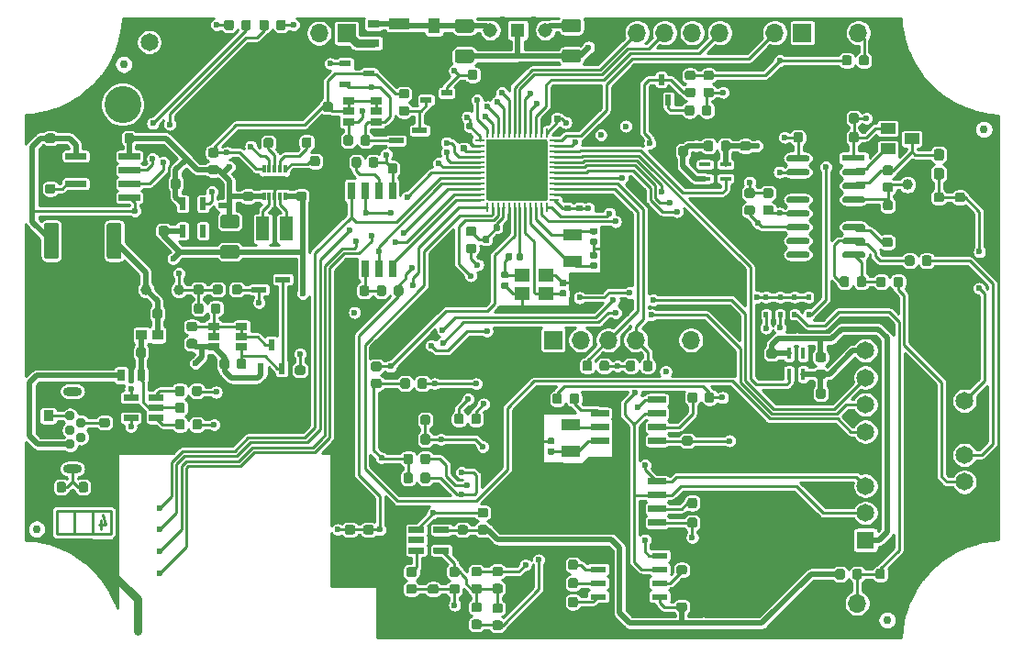
<source format=gbl>
G04 #@! TF.GenerationSoftware,KiCad,Pcbnew,5.1.5+dfsg1-2build2*
G04 #@! TF.CreationDate,2022-03-31T13:11:17+02:00*
G04 #@! TF.ProjectId,EcoApi_pcb,45636f41-7069-45f7-9063-622e6b696361,rev?*
G04 #@! TF.SameCoordinates,Original*
G04 #@! TF.FileFunction,Copper,L4,Bot*
G04 #@! TF.FilePolarity,Positive*
%FSLAX46Y46*%
G04 Gerber Fmt 4.6, Leading zero omitted, Abs format (unit mm)*
G04 Created by KiCad (PCBNEW 5.1.5+dfsg1-2build2) date 2022-03-31 13:11:17*
%MOMM*%
%LPD*%
G04 APERTURE LIST*
%ADD10C,0.250000*%
%ADD11C,0.254000*%
%ADD12C,0.750000*%
%ADD13C,0.100000*%
%ADD14R,0.550000X1.000000*%
%ADD15R,1.000000X0.550000*%
%ADD16R,1.080000X1.450000*%
%ADD17R,1.930000X1.000000*%
%ADD18R,0.600000X1.050000*%
%ADD19R,1.050000X0.600000*%
%ADD20C,1.650000*%
%ADD21R,1.650000X1.650000*%
%ADD22R,1.400000X1.200000*%
%ADD23O,1.700000X1.700000*%
%ADD24R,1.700000X1.700000*%
%ADD25C,1.000000*%
%ADD26C,1.308000*%
%ADD27R,1.308000X1.308000*%
%ADD28R,1.000000X0.700000*%
%ADD29R,1.320800X0.558800*%
%ADD30R,0.600000X1.150000*%
%ADD31R,1.070000X0.770000*%
%ADD32R,0.770000X1.070000*%
%ADD33R,2.100000X1.300000*%
%ADD34R,0.300000X0.800000*%
%ADD35R,1.442199X0.558000*%
%ADD36C,0.800000*%
%ADD37C,5.400000*%
%ADD38R,1.800000X1.000000*%
%ADD39R,5.689600X5.689600*%
%ADD40R,0.807999X0.254800*%
%ADD41R,0.254800X0.807999*%
%ADD42R,2.413000X3.302000*%
%ADD43R,0.650000X1.650000*%
%ADD44R,2.154900X0.604455*%
%ADD45R,1.400000X1.000000*%
%ADD46R,1.240000X2.220000*%
%ADD47O,1.716000X0.858000*%
%ADD48C,0.948000*%
%ADD49R,0.400000X1.050000*%
%ADD50R,1.050000X0.400000*%
%ADD51R,1.000000X0.970000*%
%ADD52R,0.970000X1.000000*%
%ADD53C,3.406000*%
%ADD54C,0.600000*%
%ADD55C,0.500000*%
%ADD56C,0.750000*%
G04 APERTURE END LIST*
D10*
X146329523Y-84781428D02*
X146329523Y-85648095D01*
X146567619Y-84286190D02*
X146805714Y-85214761D01*
X146186666Y-85214761D01*
D11*
X142270000Y-86050000D02*
X143950000Y-86050000D01*
X143950000Y-83910000D02*
X142270000Y-83910000D01*
X143950000Y-86050000D02*
X143950000Y-83910000D01*
X142270000Y-83910000D02*
X142270000Y-86050000D01*
X143950000Y-86050000D02*
X145630000Y-86050000D01*
X145630000Y-83910000D02*
X143950000Y-83910000D01*
X145630000Y-86050000D02*
X145630000Y-83910000D01*
X143950000Y-83910000D02*
X143950000Y-86050000D01*
X145630000Y-86050000D02*
X147310000Y-86050000D01*
X147310000Y-86050000D02*
X147310000Y-83910000D01*
X145630000Y-83910000D02*
X145630000Y-86050000D01*
X147310000Y-83910000D02*
X145630000Y-83910000D01*
D12*
X218910000Y-94000000D03*
X227850000Y-48710000D03*
X140430000Y-85600000D03*
X148460000Y-42710000D03*
G04 #@! TA.AperFunction,SMDPad,CuDef*
D13*
G36*
X183816958Y-62820710D02*
G01*
X183831276Y-62822834D01*
X183845317Y-62826351D01*
X183858946Y-62831228D01*
X183872031Y-62837417D01*
X183884447Y-62844858D01*
X183896073Y-62853481D01*
X183906798Y-62863202D01*
X183916519Y-62873927D01*
X183925142Y-62885553D01*
X183932583Y-62897969D01*
X183938772Y-62911054D01*
X183943649Y-62924683D01*
X183947166Y-62938724D01*
X183949290Y-62953042D01*
X183950000Y-62967500D01*
X183950000Y-63262500D01*
X183949290Y-63276958D01*
X183947166Y-63291276D01*
X183943649Y-63305317D01*
X183938772Y-63318946D01*
X183932583Y-63332031D01*
X183925142Y-63344447D01*
X183916519Y-63356073D01*
X183906798Y-63366798D01*
X183896073Y-63376519D01*
X183884447Y-63385142D01*
X183872031Y-63392583D01*
X183858946Y-63398772D01*
X183845317Y-63403649D01*
X183831276Y-63407166D01*
X183816958Y-63409290D01*
X183802500Y-63410000D01*
X183457500Y-63410000D01*
X183443042Y-63409290D01*
X183428724Y-63407166D01*
X183414683Y-63403649D01*
X183401054Y-63398772D01*
X183387969Y-63392583D01*
X183375553Y-63385142D01*
X183363927Y-63376519D01*
X183353202Y-63366798D01*
X183343481Y-63356073D01*
X183334858Y-63344447D01*
X183327417Y-63332031D01*
X183321228Y-63318946D01*
X183316351Y-63305317D01*
X183312834Y-63291276D01*
X183310710Y-63276958D01*
X183310000Y-63262500D01*
X183310000Y-62967500D01*
X183310710Y-62953042D01*
X183312834Y-62938724D01*
X183316351Y-62924683D01*
X183321228Y-62911054D01*
X183327417Y-62897969D01*
X183334858Y-62885553D01*
X183343481Y-62873927D01*
X183353202Y-62863202D01*
X183363927Y-62853481D01*
X183375553Y-62844858D01*
X183387969Y-62837417D01*
X183401054Y-62831228D01*
X183414683Y-62826351D01*
X183428724Y-62822834D01*
X183443042Y-62820710D01*
X183457500Y-62820000D01*
X183802500Y-62820000D01*
X183816958Y-62820710D01*
G37*
G04 #@! TD.AperFunction*
G04 #@! TA.AperFunction,SMDPad,CuDef*
G36*
X183816958Y-61850710D02*
G01*
X183831276Y-61852834D01*
X183845317Y-61856351D01*
X183858946Y-61861228D01*
X183872031Y-61867417D01*
X183884447Y-61874858D01*
X183896073Y-61883481D01*
X183906798Y-61893202D01*
X183916519Y-61903927D01*
X183925142Y-61915553D01*
X183932583Y-61927969D01*
X183938772Y-61941054D01*
X183943649Y-61954683D01*
X183947166Y-61968724D01*
X183949290Y-61983042D01*
X183950000Y-61997500D01*
X183950000Y-62292500D01*
X183949290Y-62306958D01*
X183947166Y-62321276D01*
X183943649Y-62335317D01*
X183938772Y-62348946D01*
X183932583Y-62362031D01*
X183925142Y-62374447D01*
X183916519Y-62386073D01*
X183906798Y-62396798D01*
X183896073Y-62406519D01*
X183884447Y-62415142D01*
X183872031Y-62422583D01*
X183858946Y-62428772D01*
X183845317Y-62433649D01*
X183831276Y-62437166D01*
X183816958Y-62439290D01*
X183802500Y-62440000D01*
X183457500Y-62440000D01*
X183443042Y-62439290D01*
X183428724Y-62437166D01*
X183414683Y-62433649D01*
X183401054Y-62428772D01*
X183387969Y-62422583D01*
X183375553Y-62415142D01*
X183363927Y-62406519D01*
X183353202Y-62396798D01*
X183343481Y-62386073D01*
X183334858Y-62374447D01*
X183327417Y-62362031D01*
X183321228Y-62348946D01*
X183316351Y-62335317D01*
X183312834Y-62321276D01*
X183310710Y-62306958D01*
X183310000Y-62292500D01*
X183310000Y-61997500D01*
X183310710Y-61983042D01*
X183312834Y-61968724D01*
X183316351Y-61954683D01*
X183321228Y-61941054D01*
X183327417Y-61927969D01*
X183334858Y-61915553D01*
X183343481Y-61903927D01*
X183353202Y-61893202D01*
X183363927Y-61883481D01*
X183375553Y-61874858D01*
X183387969Y-61867417D01*
X183401054Y-61861228D01*
X183414683Y-61856351D01*
X183428724Y-61852834D01*
X183443042Y-61850710D01*
X183457500Y-61850000D01*
X183802500Y-61850000D01*
X183816958Y-61850710D01*
G37*
G04 #@! TD.AperFunction*
G04 #@! TA.AperFunction,SMDPad,CuDef*
G36*
X189176958Y-62580710D02*
G01*
X189191276Y-62582834D01*
X189205317Y-62586351D01*
X189218946Y-62591228D01*
X189232031Y-62597417D01*
X189244447Y-62604858D01*
X189256073Y-62613481D01*
X189266798Y-62623202D01*
X189276519Y-62633927D01*
X189285142Y-62645553D01*
X189292583Y-62657969D01*
X189298772Y-62671054D01*
X189303649Y-62684683D01*
X189307166Y-62698724D01*
X189309290Y-62713042D01*
X189310000Y-62727500D01*
X189310000Y-63022500D01*
X189309290Y-63036958D01*
X189307166Y-63051276D01*
X189303649Y-63065317D01*
X189298772Y-63078946D01*
X189292583Y-63092031D01*
X189285142Y-63104447D01*
X189276519Y-63116073D01*
X189266798Y-63126798D01*
X189256073Y-63136519D01*
X189244447Y-63145142D01*
X189232031Y-63152583D01*
X189218946Y-63158772D01*
X189205317Y-63163649D01*
X189191276Y-63167166D01*
X189176958Y-63169290D01*
X189162500Y-63170000D01*
X188817500Y-63170000D01*
X188803042Y-63169290D01*
X188788724Y-63167166D01*
X188774683Y-63163649D01*
X188761054Y-63158772D01*
X188747969Y-63152583D01*
X188735553Y-63145142D01*
X188723927Y-63136519D01*
X188713202Y-63126798D01*
X188703481Y-63116073D01*
X188694858Y-63104447D01*
X188687417Y-63092031D01*
X188681228Y-63078946D01*
X188676351Y-63065317D01*
X188672834Y-63051276D01*
X188670710Y-63036958D01*
X188670000Y-63022500D01*
X188670000Y-62727500D01*
X188670710Y-62713042D01*
X188672834Y-62698724D01*
X188676351Y-62684683D01*
X188681228Y-62671054D01*
X188687417Y-62657969D01*
X188694858Y-62645553D01*
X188703481Y-62633927D01*
X188713202Y-62623202D01*
X188723927Y-62613481D01*
X188735553Y-62604858D01*
X188747969Y-62597417D01*
X188761054Y-62591228D01*
X188774683Y-62586351D01*
X188788724Y-62582834D01*
X188803042Y-62580710D01*
X188817500Y-62580000D01*
X189162500Y-62580000D01*
X189176958Y-62580710D01*
G37*
G04 #@! TD.AperFunction*
G04 #@! TA.AperFunction,SMDPad,CuDef*
G36*
X189176958Y-63550710D02*
G01*
X189191276Y-63552834D01*
X189205317Y-63556351D01*
X189218946Y-63561228D01*
X189232031Y-63567417D01*
X189244447Y-63574858D01*
X189256073Y-63583481D01*
X189266798Y-63593202D01*
X189276519Y-63603927D01*
X189285142Y-63615553D01*
X189292583Y-63627969D01*
X189298772Y-63641054D01*
X189303649Y-63654683D01*
X189307166Y-63668724D01*
X189309290Y-63683042D01*
X189310000Y-63697500D01*
X189310000Y-63992500D01*
X189309290Y-64006958D01*
X189307166Y-64021276D01*
X189303649Y-64035317D01*
X189298772Y-64048946D01*
X189292583Y-64062031D01*
X189285142Y-64074447D01*
X189276519Y-64086073D01*
X189266798Y-64096798D01*
X189256073Y-64106519D01*
X189244447Y-64115142D01*
X189232031Y-64122583D01*
X189218946Y-64128772D01*
X189205317Y-64133649D01*
X189191276Y-64137166D01*
X189176958Y-64139290D01*
X189162500Y-64140000D01*
X188817500Y-64140000D01*
X188803042Y-64139290D01*
X188788724Y-64137166D01*
X188774683Y-64133649D01*
X188761054Y-64128772D01*
X188747969Y-64122583D01*
X188735553Y-64115142D01*
X188723927Y-64106519D01*
X188713202Y-64096798D01*
X188703481Y-64086073D01*
X188694858Y-64074447D01*
X188687417Y-64062031D01*
X188681228Y-64048946D01*
X188676351Y-64035317D01*
X188672834Y-64021276D01*
X188670710Y-64006958D01*
X188670000Y-63992500D01*
X188670000Y-63697500D01*
X188670710Y-63683042D01*
X188672834Y-63668724D01*
X188676351Y-63654683D01*
X188681228Y-63641054D01*
X188687417Y-63627969D01*
X188694858Y-63615553D01*
X188703481Y-63603927D01*
X188713202Y-63593202D01*
X188723927Y-63583481D01*
X188735553Y-63574858D01*
X188747969Y-63567417D01*
X188761054Y-63561228D01*
X188774683Y-63556351D01*
X188788724Y-63552834D01*
X188803042Y-63550710D01*
X188817500Y-63550000D01*
X189162500Y-63550000D01*
X189176958Y-63550710D01*
G37*
G04 #@! TD.AperFunction*
G04 #@! TA.AperFunction,SMDPad,CuDef*
G36*
X192016958Y-60020710D02*
G01*
X192031276Y-60022834D01*
X192045317Y-60026351D01*
X192058946Y-60031228D01*
X192072031Y-60037417D01*
X192084447Y-60044858D01*
X192096073Y-60053481D01*
X192106798Y-60063202D01*
X192116519Y-60073927D01*
X192125142Y-60085553D01*
X192132583Y-60097969D01*
X192138772Y-60111054D01*
X192143649Y-60124683D01*
X192147166Y-60138724D01*
X192149290Y-60153042D01*
X192150000Y-60167500D01*
X192150000Y-60462500D01*
X192149290Y-60476958D01*
X192147166Y-60491276D01*
X192143649Y-60505317D01*
X192138772Y-60518946D01*
X192132583Y-60532031D01*
X192125142Y-60544447D01*
X192116519Y-60556073D01*
X192106798Y-60566798D01*
X192096073Y-60576519D01*
X192084447Y-60585142D01*
X192072031Y-60592583D01*
X192058946Y-60598772D01*
X192045317Y-60603649D01*
X192031276Y-60607166D01*
X192016958Y-60609290D01*
X192002500Y-60610000D01*
X191657500Y-60610000D01*
X191643042Y-60609290D01*
X191628724Y-60607166D01*
X191614683Y-60603649D01*
X191601054Y-60598772D01*
X191587969Y-60592583D01*
X191575553Y-60585142D01*
X191563927Y-60576519D01*
X191553202Y-60566798D01*
X191543481Y-60556073D01*
X191534858Y-60544447D01*
X191527417Y-60532031D01*
X191521228Y-60518946D01*
X191516351Y-60505317D01*
X191512834Y-60491276D01*
X191510710Y-60476958D01*
X191510000Y-60462500D01*
X191510000Y-60167500D01*
X191510710Y-60153042D01*
X191512834Y-60138724D01*
X191516351Y-60124683D01*
X191521228Y-60111054D01*
X191527417Y-60097969D01*
X191534858Y-60085553D01*
X191543481Y-60073927D01*
X191553202Y-60063202D01*
X191563927Y-60053481D01*
X191575553Y-60044858D01*
X191587969Y-60037417D01*
X191601054Y-60031228D01*
X191614683Y-60026351D01*
X191628724Y-60022834D01*
X191643042Y-60020710D01*
X191657500Y-60020000D01*
X192002500Y-60020000D01*
X192016958Y-60020710D01*
G37*
G04 #@! TD.AperFunction*
G04 #@! TA.AperFunction,SMDPad,CuDef*
G36*
X192016958Y-60990710D02*
G01*
X192031276Y-60992834D01*
X192045317Y-60996351D01*
X192058946Y-61001228D01*
X192072031Y-61007417D01*
X192084447Y-61014858D01*
X192096073Y-61023481D01*
X192106798Y-61033202D01*
X192116519Y-61043927D01*
X192125142Y-61055553D01*
X192132583Y-61067969D01*
X192138772Y-61081054D01*
X192143649Y-61094683D01*
X192147166Y-61108724D01*
X192149290Y-61123042D01*
X192150000Y-61137500D01*
X192150000Y-61432500D01*
X192149290Y-61446958D01*
X192147166Y-61461276D01*
X192143649Y-61475317D01*
X192138772Y-61488946D01*
X192132583Y-61502031D01*
X192125142Y-61514447D01*
X192116519Y-61526073D01*
X192106798Y-61536798D01*
X192096073Y-61546519D01*
X192084447Y-61555142D01*
X192072031Y-61562583D01*
X192058946Y-61568772D01*
X192045317Y-61573649D01*
X192031276Y-61577166D01*
X192016958Y-61579290D01*
X192002500Y-61580000D01*
X191657500Y-61580000D01*
X191643042Y-61579290D01*
X191628724Y-61577166D01*
X191614683Y-61573649D01*
X191601054Y-61568772D01*
X191587969Y-61562583D01*
X191575553Y-61555142D01*
X191563927Y-61546519D01*
X191553202Y-61536798D01*
X191543481Y-61526073D01*
X191534858Y-61514447D01*
X191527417Y-61502031D01*
X191521228Y-61488946D01*
X191516351Y-61475317D01*
X191512834Y-61461276D01*
X191510710Y-61446958D01*
X191510000Y-61432500D01*
X191510000Y-61137500D01*
X191510710Y-61123042D01*
X191512834Y-61108724D01*
X191516351Y-61094683D01*
X191521228Y-61081054D01*
X191527417Y-61067969D01*
X191534858Y-61055553D01*
X191543481Y-61043927D01*
X191553202Y-61033202D01*
X191563927Y-61023481D01*
X191575553Y-61014858D01*
X191587969Y-61007417D01*
X191601054Y-61001228D01*
X191614683Y-60996351D01*
X191628724Y-60992834D01*
X191643042Y-60990710D01*
X191657500Y-60990000D01*
X192002500Y-60990000D01*
X192016958Y-60990710D01*
G37*
G04 #@! TD.AperFunction*
G04 #@! TA.AperFunction,SMDPad,CuDef*
G36*
X192016958Y-58780710D02*
G01*
X192031276Y-58782834D01*
X192045317Y-58786351D01*
X192058946Y-58791228D01*
X192072031Y-58797417D01*
X192084447Y-58804858D01*
X192096073Y-58813481D01*
X192106798Y-58823202D01*
X192116519Y-58833927D01*
X192125142Y-58845553D01*
X192132583Y-58857969D01*
X192138772Y-58871054D01*
X192143649Y-58884683D01*
X192147166Y-58898724D01*
X192149290Y-58913042D01*
X192150000Y-58927500D01*
X192150000Y-59222500D01*
X192149290Y-59236958D01*
X192147166Y-59251276D01*
X192143649Y-59265317D01*
X192138772Y-59278946D01*
X192132583Y-59292031D01*
X192125142Y-59304447D01*
X192116519Y-59316073D01*
X192106798Y-59326798D01*
X192096073Y-59336519D01*
X192084447Y-59345142D01*
X192072031Y-59352583D01*
X192058946Y-59358772D01*
X192045317Y-59363649D01*
X192031276Y-59367166D01*
X192016958Y-59369290D01*
X192002500Y-59370000D01*
X191657500Y-59370000D01*
X191643042Y-59369290D01*
X191628724Y-59367166D01*
X191614683Y-59363649D01*
X191601054Y-59358772D01*
X191587969Y-59352583D01*
X191575553Y-59345142D01*
X191563927Y-59336519D01*
X191553202Y-59326798D01*
X191543481Y-59316073D01*
X191534858Y-59304447D01*
X191527417Y-59292031D01*
X191521228Y-59278946D01*
X191516351Y-59265317D01*
X191512834Y-59251276D01*
X191510710Y-59236958D01*
X191510000Y-59222500D01*
X191510000Y-58927500D01*
X191510710Y-58913042D01*
X191512834Y-58898724D01*
X191516351Y-58884683D01*
X191521228Y-58871054D01*
X191527417Y-58857969D01*
X191534858Y-58845553D01*
X191543481Y-58833927D01*
X191553202Y-58823202D01*
X191563927Y-58813481D01*
X191575553Y-58804858D01*
X191587969Y-58797417D01*
X191601054Y-58791228D01*
X191614683Y-58786351D01*
X191628724Y-58782834D01*
X191643042Y-58780710D01*
X191657500Y-58780000D01*
X192002500Y-58780000D01*
X192016958Y-58780710D01*
G37*
G04 #@! TD.AperFunction*
G04 #@! TA.AperFunction,SMDPad,CuDef*
G36*
X192016958Y-57810710D02*
G01*
X192031276Y-57812834D01*
X192045317Y-57816351D01*
X192058946Y-57821228D01*
X192072031Y-57827417D01*
X192084447Y-57834858D01*
X192096073Y-57843481D01*
X192106798Y-57853202D01*
X192116519Y-57863927D01*
X192125142Y-57875553D01*
X192132583Y-57887969D01*
X192138772Y-57901054D01*
X192143649Y-57914683D01*
X192147166Y-57928724D01*
X192149290Y-57943042D01*
X192150000Y-57957500D01*
X192150000Y-58252500D01*
X192149290Y-58266958D01*
X192147166Y-58281276D01*
X192143649Y-58295317D01*
X192138772Y-58308946D01*
X192132583Y-58322031D01*
X192125142Y-58334447D01*
X192116519Y-58346073D01*
X192106798Y-58356798D01*
X192096073Y-58366519D01*
X192084447Y-58375142D01*
X192072031Y-58382583D01*
X192058946Y-58388772D01*
X192045317Y-58393649D01*
X192031276Y-58397166D01*
X192016958Y-58399290D01*
X192002500Y-58400000D01*
X191657500Y-58400000D01*
X191643042Y-58399290D01*
X191628724Y-58397166D01*
X191614683Y-58393649D01*
X191601054Y-58388772D01*
X191587969Y-58382583D01*
X191575553Y-58375142D01*
X191563927Y-58366519D01*
X191553202Y-58356798D01*
X191543481Y-58346073D01*
X191534858Y-58334447D01*
X191527417Y-58322031D01*
X191521228Y-58308946D01*
X191516351Y-58295317D01*
X191512834Y-58281276D01*
X191510710Y-58266958D01*
X191510000Y-58252500D01*
X191510000Y-57957500D01*
X191510710Y-57943042D01*
X191512834Y-57928724D01*
X191516351Y-57914683D01*
X191521228Y-57901054D01*
X191527417Y-57887969D01*
X191534858Y-57875553D01*
X191543481Y-57863927D01*
X191553202Y-57853202D01*
X191563927Y-57843481D01*
X191575553Y-57834858D01*
X191587969Y-57827417D01*
X191601054Y-57821228D01*
X191614683Y-57816351D01*
X191628724Y-57812834D01*
X191643042Y-57810710D01*
X191657500Y-57810000D01*
X192002500Y-57810000D01*
X192016958Y-57810710D01*
G37*
G04 #@! TD.AperFunction*
D14*
X198070000Y-44100000D03*
X197420000Y-46000000D03*
X198720000Y-46000000D03*
D15*
X176360000Y-46000000D03*
X178260000Y-46650000D03*
X178260000Y-45350000D03*
D16*
X177110000Y-39150000D03*
X177110000Y-42300000D03*
D17*
X173900000Y-43370000D03*
X173900000Y-38970000D03*
D18*
X162090000Y-68570000D03*
X161140000Y-70770000D03*
X163040000Y-70770000D03*
D19*
X171110000Y-43580000D03*
X168910000Y-42630000D03*
X168910000Y-44530000D03*
G04 #@! TA.AperFunction,SMDPad,CuDef*
D13*
G36*
X185166958Y-60140710D02*
G01*
X185181276Y-60142834D01*
X185195317Y-60146351D01*
X185208946Y-60151228D01*
X185222031Y-60157417D01*
X185234447Y-60164858D01*
X185246073Y-60173481D01*
X185256798Y-60183202D01*
X185266519Y-60193927D01*
X185275142Y-60205553D01*
X185282583Y-60217969D01*
X185288772Y-60231054D01*
X185293649Y-60244683D01*
X185297166Y-60258724D01*
X185299290Y-60273042D01*
X185300000Y-60287500D01*
X185300000Y-60632500D01*
X185299290Y-60646958D01*
X185297166Y-60661276D01*
X185293649Y-60675317D01*
X185288772Y-60688946D01*
X185282583Y-60702031D01*
X185275142Y-60714447D01*
X185266519Y-60726073D01*
X185256798Y-60736798D01*
X185246073Y-60746519D01*
X185234447Y-60755142D01*
X185222031Y-60762583D01*
X185208946Y-60768772D01*
X185195317Y-60773649D01*
X185181276Y-60777166D01*
X185166958Y-60779290D01*
X185152500Y-60780000D01*
X184857500Y-60780000D01*
X184843042Y-60779290D01*
X184828724Y-60777166D01*
X184814683Y-60773649D01*
X184801054Y-60768772D01*
X184787969Y-60762583D01*
X184775553Y-60755142D01*
X184763927Y-60746519D01*
X184753202Y-60736798D01*
X184743481Y-60726073D01*
X184734858Y-60714447D01*
X184727417Y-60702031D01*
X184721228Y-60688946D01*
X184716351Y-60675317D01*
X184712834Y-60661276D01*
X184710710Y-60646958D01*
X184710000Y-60632500D01*
X184710000Y-60287500D01*
X184710710Y-60273042D01*
X184712834Y-60258724D01*
X184716351Y-60244683D01*
X184721228Y-60231054D01*
X184727417Y-60217969D01*
X184734858Y-60205553D01*
X184743481Y-60193927D01*
X184753202Y-60183202D01*
X184763927Y-60173481D01*
X184775553Y-60164858D01*
X184787969Y-60157417D01*
X184801054Y-60151228D01*
X184814683Y-60146351D01*
X184828724Y-60142834D01*
X184843042Y-60140710D01*
X184857500Y-60140000D01*
X185152500Y-60140000D01*
X185166958Y-60140710D01*
G37*
G04 #@! TD.AperFunction*
G04 #@! TA.AperFunction,SMDPad,CuDef*
G36*
X184196958Y-60140710D02*
G01*
X184211276Y-60142834D01*
X184225317Y-60146351D01*
X184238946Y-60151228D01*
X184252031Y-60157417D01*
X184264447Y-60164858D01*
X184276073Y-60173481D01*
X184286798Y-60183202D01*
X184296519Y-60193927D01*
X184305142Y-60205553D01*
X184312583Y-60217969D01*
X184318772Y-60231054D01*
X184323649Y-60244683D01*
X184327166Y-60258724D01*
X184329290Y-60273042D01*
X184330000Y-60287500D01*
X184330000Y-60632500D01*
X184329290Y-60646958D01*
X184327166Y-60661276D01*
X184323649Y-60675317D01*
X184318772Y-60688946D01*
X184312583Y-60702031D01*
X184305142Y-60714447D01*
X184296519Y-60726073D01*
X184286798Y-60736798D01*
X184276073Y-60746519D01*
X184264447Y-60755142D01*
X184252031Y-60762583D01*
X184238946Y-60768772D01*
X184225317Y-60773649D01*
X184211276Y-60777166D01*
X184196958Y-60779290D01*
X184182500Y-60780000D01*
X183887500Y-60780000D01*
X183873042Y-60779290D01*
X183858724Y-60777166D01*
X183844683Y-60773649D01*
X183831054Y-60768772D01*
X183817969Y-60762583D01*
X183805553Y-60755142D01*
X183793927Y-60746519D01*
X183783202Y-60736798D01*
X183773481Y-60726073D01*
X183764858Y-60714447D01*
X183757417Y-60702031D01*
X183751228Y-60688946D01*
X183746351Y-60675317D01*
X183742834Y-60661276D01*
X183740710Y-60646958D01*
X183740000Y-60632500D01*
X183740000Y-60287500D01*
X183740710Y-60273042D01*
X183742834Y-60258724D01*
X183746351Y-60244683D01*
X183751228Y-60231054D01*
X183757417Y-60217969D01*
X183764858Y-60205553D01*
X183773481Y-60193927D01*
X183783202Y-60183202D01*
X183793927Y-60173481D01*
X183805553Y-60164858D01*
X183817969Y-60157417D01*
X183831054Y-60151228D01*
X183844683Y-60146351D01*
X183858724Y-60142834D01*
X183873042Y-60140710D01*
X183887500Y-60140000D01*
X184182500Y-60140000D01*
X184196958Y-60140710D01*
G37*
G04 #@! TD.AperFunction*
G04 #@! TA.AperFunction,SMDPad,CuDef*
G36*
X180797691Y-57686053D02*
G01*
X180818926Y-57689203D01*
X180839750Y-57694419D01*
X180859962Y-57701651D01*
X180879368Y-57710830D01*
X180897781Y-57721866D01*
X180915024Y-57734654D01*
X180930930Y-57749070D01*
X180945346Y-57764976D01*
X180958134Y-57782219D01*
X180969170Y-57800632D01*
X180978349Y-57820038D01*
X180985581Y-57840250D01*
X180990797Y-57861074D01*
X180993947Y-57882309D01*
X180995000Y-57903750D01*
X180995000Y-58341250D01*
X180993947Y-58362691D01*
X180990797Y-58383926D01*
X180985581Y-58404750D01*
X180978349Y-58424962D01*
X180969170Y-58444368D01*
X180958134Y-58462781D01*
X180945346Y-58480024D01*
X180930930Y-58495930D01*
X180915024Y-58510346D01*
X180897781Y-58523134D01*
X180879368Y-58534170D01*
X180859962Y-58543349D01*
X180839750Y-58550581D01*
X180818926Y-58555797D01*
X180797691Y-58558947D01*
X180776250Y-58560000D01*
X180263750Y-58560000D01*
X180242309Y-58558947D01*
X180221074Y-58555797D01*
X180200250Y-58550581D01*
X180180038Y-58543349D01*
X180160632Y-58534170D01*
X180142219Y-58523134D01*
X180124976Y-58510346D01*
X180109070Y-58495930D01*
X180094654Y-58480024D01*
X180081866Y-58462781D01*
X180070830Y-58444368D01*
X180061651Y-58424962D01*
X180054419Y-58404750D01*
X180049203Y-58383926D01*
X180046053Y-58362691D01*
X180045000Y-58341250D01*
X180045000Y-57903750D01*
X180046053Y-57882309D01*
X180049203Y-57861074D01*
X180054419Y-57840250D01*
X180061651Y-57820038D01*
X180070830Y-57800632D01*
X180081866Y-57782219D01*
X180094654Y-57764976D01*
X180109070Y-57749070D01*
X180124976Y-57734654D01*
X180142219Y-57721866D01*
X180160632Y-57710830D01*
X180180038Y-57701651D01*
X180200250Y-57694419D01*
X180221074Y-57689203D01*
X180242309Y-57686053D01*
X180263750Y-57685000D01*
X180776250Y-57685000D01*
X180797691Y-57686053D01*
G37*
G04 #@! TD.AperFunction*
G04 #@! TA.AperFunction,SMDPad,CuDef*
G36*
X180797691Y-59261053D02*
G01*
X180818926Y-59264203D01*
X180839750Y-59269419D01*
X180859962Y-59276651D01*
X180879368Y-59285830D01*
X180897781Y-59296866D01*
X180915024Y-59309654D01*
X180930930Y-59324070D01*
X180945346Y-59339976D01*
X180958134Y-59357219D01*
X180969170Y-59375632D01*
X180978349Y-59395038D01*
X180985581Y-59415250D01*
X180990797Y-59436074D01*
X180993947Y-59457309D01*
X180995000Y-59478750D01*
X180995000Y-59916250D01*
X180993947Y-59937691D01*
X180990797Y-59958926D01*
X180985581Y-59979750D01*
X180978349Y-59999962D01*
X180969170Y-60019368D01*
X180958134Y-60037781D01*
X180945346Y-60055024D01*
X180930930Y-60070930D01*
X180915024Y-60085346D01*
X180897781Y-60098134D01*
X180879368Y-60109170D01*
X180859962Y-60118349D01*
X180839750Y-60125581D01*
X180818926Y-60130797D01*
X180797691Y-60133947D01*
X180776250Y-60135000D01*
X180263750Y-60135000D01*
X180242309Y-60133947D01*
X180221074Y-60130797D01*
X180200250Y-60125581D01*
X180180038Y-60118349D01*
X180160632Y-60109170D01*
X180142219Y-60098134D01*
X180124976Y-60085346D01*
X180109070Y-60070930D01*
X180094654Y-60055024D01*
X180081866Y-60037781D01*
X180070830Y-60019368D01*
X180061651Y-59999962D01*
X180054419Y-59979750D01*
X180049203Y-59958926D01*
X180046053Y-59937691D01*
X180045000Y-59916250D01*
X180045000Y-59478750D01*
X180046053Y-59457309D01*
X180049203Y-59436074D01*
X180054419Y-59415250D01*
X180061651Y-59395038D01*
X180070830Y-59375632D01*
X180081866Y-59357219D01*
X180094654Y-59339976D01*
X180109070Y-59324070D01*
X180124976Y-59309654D01*
X180142219Y-59296866D01*
X180160632Y-59285830D01*
X180180038Y-59276651D01*
X180200250Y-59269419D01*
X180221074Y-59264203D01*
X180242309Y-59261053D01*
X180263750Y-59260000D01*
X180776250Y-59260000D01*
X180797691Y-59261053D01*
G37*
G04 #@! TD.AperFunction*
G04 #@! TA.AperFunction,SMDPad,CuDef*
G36*
X188636958Y-47410710D02*
G01*
X188651276Y-47412834D01*
X188665317Y-47416351D01*
X188678946Y-47421228D01*
X188692031Y-47427417D01*
X188704447Y-47434858D01*
X188716073Y-47443481D01*
X188726798Y-47453202D01*
X188736519Y-47463927D01*
X188745142Y-47475553D01*
X188752583Y-47487969D01*
X188758772Y-47501054D01*
X188763649Y-47514683D01*
X188767166Y-47528724D01*
X188769290Y-47543042D01*
X188770000Y-47557500D01*
X188770000Y-47902500D01*
X188769290Y-47916958D01*
X188767166Y-47931276D01*
X188763649Y-47945317D01*
X188758772Y-47958946D01*
X188752583Y-47972031D01*
X188745142Y-47984447D01*
X188736519Y-47996073D01*
X188726798Y-48006798D01*
X188716073Y-48016519D01*
X188704447Y-48025142D01*
X188692031Y-48032583D01*
X188678946Y-48038772D01*
X188665317Y-48043649D01*
X188651276Y-48047166D01*
X188636958Y-48049290D01*
X188622500Y-48050000D01*
X188327500Y-48050000D01*
X188313042Y-48049290D01*
X188298724Y-48047166D01*
X188284683Y-48043649D01*
X188271054Y-48038772D01*
X188257969Y-48032583D01*
X188245553Y-48025142D01*
X188233927Y-48016519D01*
X188223202Y-48006798D01*
X188213481Y-47996073D01*
X188204858Y-47984447D01*
X188197417Y-47972031D01*
X188191228Y-47958946D01*
X188186351Y-47945317D01*
X188182834Y-47931276D01*
X188180710Y-47916958D01*
X188180000Y-47902500D01*
X188180000Y-47557500D01*
X188180710Y-47543042D01*
X188182834Y-47528724D01*
X188186351Y-47514683D01*
X188191228Y-47501054D01*
X188197417Y-47487969D01*
X188204858Y-47475553D01*
X188213481Y-47463927D01*
X188223202Y-47453202D01*
X188233927Y-47443481D01*
X188245553Y-47434858D01*
X188257969Y-47427417D01*
X188271054Y-47421228D01*
X188284683Y-47416351D01*
X188298724Y-47412834D01*
X188313042Y-47410710D01*
X188327500Y-47410000D01*
X188622500Y-47410000D01*
X188636958Y-47410710D01*
G37*
G04 #@! TD.AperFunction*
G04 #@! TA.AperFunction,SMDPad,CuDef*
G36*
X187666958Y-47410710D02*
G01*
X187681276Y-47412834D01*
X187695317Y-47416351D01*
X187708946Y-47421228D01*
X187722031Y-47427417D01*
X187734447Y-47434858D01*
X187746073Y-47443481D01*
X187756798Y-47453202D01*
X187766519Y-47463927D01*
X187775142Y-47475553D01*
X187782583Y-47487969D01*
X187788772Y-47501054D01*
X187793649Y-47514683D01*
X187797166Y-47528724D01*
X187799290Y-47543042D01*
X187800000Y-47557500D01*
X187800000Y-47902500D01*
X187799290Y-47916958D01*
X187797166Y-47931276D01*
X187793649Y-47945317D01*
X187788772Y-47958946D01*
X187782583Y-47972031D01*
X187775142Y-47984447D01*
X187766519Y-47996073D01*
X187756798Y-48006798D01*
X187746073Y-48016519D01*
X187734447Y-48025142D01*
X187722031Y-48032583D01*
X187708946Y-48038772D01*
X187695317Y-48043649D01*
X187681276Y-48047166D01*
X187666958Y-48049290D01*
X187652500Y-48050000D01*
X187357500Y-48050000D01*
X187343042Y-48049290D01*
X187328724Y-48047166D01*
X187314683Y-48043649D01*
X187301054Y-48038772D01*
X187287969Y-48032583D01*
X187275553Y-48025142D01*
X187263927Y-48016519D01*
X187253202Y-48006798D01*
X187243481Y-47996073D01*
X187234858Y-47984447D01*
X187227417Y-47972031D01*
X187221228Y-47958946D01*
X187216351Y-47945317D01*
X187212834Y-47931276D01*
X187210710Y-47916958D01*
X187210000Y-47902500D01*
X187210000Y-47557500D01*
X187210710Y-47543042D01*
X187212834Y-47528724D01*
X187216351Y-47514683D01*
X187221228Y-47501054D01*
X187227417Y-47487969D01*
X187234858Y-47475553D01*
X187243481Y-47463927D01*
X187253202Y-47453202D01*
X187263927Y-47443481D01*
X187275553Y-47434858D01*
X187287969Y-47427417D01*
X187301054Y-47421228D01*
X187314683Y-47416351D01*
X187328724Y-47412834D01*
X187343042Y-47410710D01*
X187357500Y-47410000D01*
X187652500Y-47410000D01*
X187666958Y-47410710D01*
G37*
G04 #@! TD.AperFunction*
G04 #@! TA.AperFunction,SMDPad,CuDef*
G36*
X180556958Y-48090710D02*
G01*
X180571276Y-48092834D01*
X180585317Y-48096351D01*
X180598946Y-48101228D01*
X180612031Y-48107417D01*
X180624447Y-48114858D01*
X180636073Y-48123481D01*
X180646798Y-48133202D01*
X180656519Y-48143927D01*
X180665142Y-48155553D01*
X180672583Y-48167969D01*
X180678772Y-48181054D01*
X180683649Y-48194683D01*
X180687166Y-48208724D01*
X180689290Y-48223042D01*
X180690000Y-48237500D01*
X180690000Y-48582500D01*
X180689290Y-48596958D01*
X180687166Y-48611276D01*
X180683649Y-48625317D01*
X180678772Y-48638946D01*
X180672583Y-48652031D01*
X180665142Y-48664447D01*
X180656519Y-48676073D01*
X180646798Y-48686798D01*
X180636073Y-48696519D01*
X180624447Y-48705142D01*
X180612031Y-48712583D01*
X180598946Y-48718772D01*
X180585317Y-48723649D01*
X180571276Y-48727166D01*
X180556958Y-48729290D01*
X180542500Y-48730000D01*
X180247500Y-48730000D01*
X180233042Y-48729290D01*
X180218724Y-48727166D01*
X180204683Y-48723649D01*
X180191054Y-48718772D01*
X180177969Y-48712583D01*
X180165553Y-48705142D01*
X180153927Y-48696519D01*
X180143202Y-48686798D01*
X180133481Y-48676073D01*
X180124858Y-48664447D01*
X180117417Y-48652031D01*
X180111228Y-48638946D01*
X180106351Y-48625317D01*
X180102834Y-48611276D01*
X180100710Y-48596958D01*
X180100000Y-48582500D01*
X180100000Y-48237500D01*
X180100710Y-48223042D01*
X180102834Y-48208724D01*
X180106351Y-48194683D01*
X180111228Y-48181054D01*
X180117417Y-48167969D01*
X180124858Y-48155553D01*
X180133481Y-48143927D01*
X180143202Y-48133202D01*
X180153927Y-48123481D01*
X180165553Y-48114858D01*
X180177969Y-48107417D01*
X180191054Y-48101228D01*
X180204683Y-48096351D01*
X180218724Y-48092834D01*
X180233042Y-48090710D01*
X180247500Y-48090000D01*
X180542500Y-48090000D01*
X180556958Y-48090710D01*
G37*
G04 #@! TD.AperFunction*
G04 #@! TA.AperFunction,SMDPad,CuDef*
G36*
X179586958Y-48090710D02*
G01*
X179601276Y-48092834D01*
X179615317Y-48096351D01*
X179628946Y-48101228D01*
X179642031Y-48107417D01*
X179654447Y-48114858D01*
X179666073Y-48123481D01*
X179676798Y-48133202D01*
X179686519Y-48143927D01*
X179695142Y-48155553D01*
X179702583Y-48167969D01*
X179708772Y-48181054D01*
X179713649Y-48194683D01*
X179717166Y-48208724D01*
X179719290Y-48223042D01*
X179720000Y-48237500D01*
X179720000Y-48582500D01*
X179719290Y-48596958D01*
X179717166Y-48611276D01*
X179713649Y-48625317D01*
X179708772Y-48638946D01*
X179702583Y-48652031D01*
X179695142Y-48664447D01*
X179686519Y-48676073D01*
X179676798Y-48686798D01*
X179666073Y-48696519D01*
X179654447Y-48705142D01*
X179642031Y-48712583D01*
X179628946Y-48718772D01*
X179615317Y-48723649D01*
X179601276Y-48727166D01*
X179586958Y-48729290D01*
X179572500Y-48730000D01*
X179277500Y-48730000D01*
X179263042Y-48729290D01*
X179248724Y-48727166D01*
X179234683Y-48723649D01*
X179221054Y-48718772D01*
X179207969Y-48712583D01*
X179195553Y-48705142D01*
X179183927Y-48696519D01*
X179173202Y-48686798D01*
X179163481Y-48676073D01*
X179154858Y-48664447D01*
X179147417Y-48652031D01*
X179141228Y-48638946D01*
X179136351Y-48625317D01*
X179132834Y-48611276D01*
X179130710Y-48596958D01*
X179130000Y-48582500D01*
X179130000Y-48237500D01*
X179130710Y-48223042D01*
X179132834Y-48208724D01*
X179136351Y-48194683D01*
X179141228Y-48181054D01*
X179147417Y-48167969D01*
X179154858Y-48155553D01*
X179163481Y-48143927D01*
X179173202Y-48133202D01*
X179183927Y-48123481D01*
X179195553Y-48114858D01*
X179207969Y-48107417D01*
X179221054Y-48101228D01*
X179234683Y-48096351D01*
X179248724Y-48092834D01*
X179263042Y-48090710D01*
X179277500Y-48090000D01*
X179572500Y-48090000D01*
X179586958Y-48090710D01*
G37*
G04 #@! TD.AperFunction*
G04 #@! TA.AperFunction,SMDPad,CuDef*
G36*
X189606958Y-55690710D02*
G01*
X189621276Y-55692834D01*
X189635317Y-55696351D01*
X189648946Y-55701228D01*
X189662031Y-55707417D01*
X189674447Y-55714858D01*
X189686073Y-55723481D01*
X189696798Y-55733202D01*
X189706519Y-55743927D01*
X189715142Y-55755553D01*
X189722583Y-55767969D01*
X189728772Y-55781054D01*
X189733649Y-55794683D01*
X189737166Y-55808724D01*
X189739290Y-55823042D01*
X189740000Y-55837500D01*
X189740000Y-56132500D01*
X189739290Y-56146958D01*
X189737166Y-56161276D01*
X189733649Y-56175317D01*
X189728772Y-56188946D01*
X189722583Y-56202031D01*
X189715142Y-56214447D01*
X189706519Y-56226073D01*
X189696798Y-56236798D01*
X189686073Y-56246519D01*
X189674447Y-56255142D01*
X189662031Y-56262583D01*
X189648946Y-56268772D01*
X189635317Y-56273649D01*
X189621276Y-56277166D01*
X189606958Y-56279290D01*
X189592500Y-56280000D01*
X189247500Y-56280000D01*
X189233042Y-56279290D01*
X189218724Y-56277166D01*
X189204683Y-56273649D01*
X189191054Y-56268772D01*
X189177969Y-56262583D01*
X189165553Y-56255142D01*
X189153927Y-56246519D01*
X189143202Y-56236798D01*
X189133481Y-56226073D01*
X189124858Y-56214447D01*
X189117417Y-56202031D01*
X189111228Y-56188946D01*
X189106351Y-56175317D01*
X189102834Y-56161276D01*
X189100710Y-56146958D01*
X189100000Y-56132500D01*
X189100000Y-55837500D01*
X189100710Y-55823042D01*
X189102834Y-55808724D01*
X189106351Y-55794683D01*
X189111228Y-55781054D01*
X189117417Y-55767969D01*
X189124858Y-55755553D01*
X189133481Y-55743927D01*
X189143202Y-55733202D01*
X189153927Y-55723481D01*
X189165553Y-55714858D01*
X189177969Y-55707417D01*
X189191054Y-55701228D01*
X189204683Y-55696351D01*
X189218724Y-55692834D01*
X189233042Y-55690710D01*
X189247500Y-55690000D01*
X189592500Y-55690000D01*
X189606958Y-55690710D01*
G37*
G04 #@! TD.AperFunction*
G04 #@! TA.AperFunction,SMDPad,CuDef*
G36*
X189606958Y-54720710D02*
G01*
X189621276Y-54722834D01*
X189635317Y-54726351D01*
X189648946Y-54731228D01*
X189662031Y-54737417D01*
X189674447Y-54744858D01*
X189686073Y-54753481D01*
X189696798Y-54763202D01*
X189706519Y-54773927D01*
X189715142Y-54785553D01*
X189722583Y-54797969D01*
X189728772Y-54811054D01*
X189733649Y-54824683D01*
X189737166Y-54838724D01*
X189739290Y-54853042D01*
X189740000Y-54867500D01*
X189740000Y-55162500D01*
X189739290Y-55176958D01*
X189737166Y-55191276D01*
X189733649Y-55205317D01*
X189728772Y-55218946D01*
X189722583Y-55232031D01*
X189715142Y-55244447D01*
X189706519Y-55256073D01*
X189696798Y-55266798D01*
X189686073Y-55276519D01*
X189674447Y-55285142D01*
X189662031Y-55292583D01*
X189648946Y-55298772D01*
X189635317Y-55303649D01*
X189621276Y-55307166D01*
X189606958Y-55309290D01*
X189592500Y-55310000D01*
X189247500Y-55310000D01*
X189233042Y-55309290D01*
X189218724Y-55307166D01*
X189204683Y-55303649D01*
X189191054Y-55298772D01*
X189177969Y-55292583D01*
X189165553Y-55285142D01*
X189153927Y-55276519D01*
X189143202Y-55266798D01*
X189133481Y-55256073D01*
X189124858Y-55244447D01*
X189117417Y-55232031D01*
X189111228Y-55218946D01*
X189106351Y-55205317D01*
X189102834Y-55191276D01*
X189100710Y-55176958D01*
X189100000Y-55162500D01*
X189100000Y-54867500D01*
X189100710Y-54853042D01*
X189102834Y-54838724D01*
X189106351Y-54824683D01*
X189111228Y-54811054D01*
X189117417Y-54797969D01*
X189124858Y-54785553D01*
X189133481Y-54773927D01*
X189143202Y-54763202D01*
X189153927Y-54753481D01*
X189165553Y-54744858D01*
X189177969Y-54737417D01*
X189191054Y-54731228D01*
X189204683Y-54726351D01*
X189218724Y-54722834D01*
X189233042Y-54720710D01*
X189247500Y-54720000D01*
X189592500Y-54720000D01*
X189606958Y-54720710D01*
G37*
G04 #@! TD.AperFunction*
G04 #@! TA.AperFunction,SMDPad,CuDef*
G36*
X190696958Y-55690710D02*
G01*
X190711276Y-55692834D01*
X190725317Y-55696351D01*
X190738946Y-55701228D01*
X190752031Y-55707417D01*
X190764447Y-55714858D01*
X190776073Y-55723481D01*
X190786798Y-55733202D01*
X190796519Y-55743927D01*
X190805142Y-55755553D01*
X190812583Y-55767969D01*
X190818772Y-55781054D01*
X190823649Y-55794683D01*
X190827166Y-55808724D01*
X190829290Y-55823042D01*
X190830000Y-55837500D01*
X190830000Y-56132500D01*
X190829290Y-56146958D01*
X190827166Y-56161276D01*
X190823649Y-56175317D01*
X190818772Y-56188946D01*
X190812583Y-56202031D01*
X190805142Y-56214447D01*
X190796519Y-56226073D01*
X190786798Y-56236798D01*
X190776073Y-56246519D01*
X190764447Y-56255142D01*
X190752031Y-56262583D01*
X190738946Y-56268772D01*
X190725317Y-56273649D01*
X190711276Y-56277166D01*
X190696958Y-56279290D01*
X190682500Y-56280000D01*
X190337500Y-56280000D01*
X190323042Y-56279290D01*
X190308724Y-56277166D01*
X190294683Y-56273649D01*
X190281054Y-56268772D01*
X190267969Y-56262583D01*
X190255553Y-56255142D01*
X190243927Y-56246519D01*
X190233202Y-56236798D01*
X190223481Y-56226073D01*
X190214858Y-56214447D01*
X190207417Y-56202031D01*
X190201228Y-56188946D01*
X190196351Y-56175317D01*
X190192834Y-56161276D01*
X190190710Y-56146958D01*
X190190000Y-56132500D01*
X190190000Y-55837500D01*
X190190710Y-55823042D01*
X190192834Y-55808724D01*
X190196351Y-55794683D01*
X190201228Y-55781054D01*
X190207417Y-55767969D01*
X190214858Y-55755553D01*
X190223481Y-55743927D01*
X190233202Y-55733202D01*
X190243927Y-55723481D01*
X190255553Y-55714858D01*
X190267969Y-55707417D01*
X190281054Y-55701228D01*
X190294683Y-55696351D01*
X190308724Y-55692834D01*
X190323042Y-55690710D01*
X190337500Y-55690000D01*
X190682500Y-55690000D01*
X190696958Y-55690710D01*
G37*
G04 #@! TD.AperFunction*
G04 #@! TA.AperFunction,SMDPad,CuDef*
G36*
X190696958Y-54720710D02*
G01*
X190711276Y-54722834D01*
X190725317Y-54726351D01*
X190738946Y-54731228D01*
X190752031Y-54737417D01*
X190764447Y-54744858D01*
X190776073Y-54753481D01*
X190786798Y-54763202D01*
X190796519Y-54773927D01*
X190805142Y-54785553D01*
X190812583Y-54797969D01*
X190818772Y-54811054D01*
X190823649Y-54824683D01*
X190827166Y-54838724D01*
X190829290Y-54853042D01*
X190830000Y-54867500D01*
X190830000Y-55162500D01*
X190829290Y-55176958D01*
X190827166Y-55191276D01*
X190823649Y-55205317D01*
X190818772Y-55218946D01*
X190812583Y-55232031D01*
X190805142Y-55244447D01*
X190796519Y-55256073D01*
X190786798Y-55266798D01*
X190776073Y-55276519D01*
X190764447Y-55285142D01*
X190752031Y-55292583D01*
X190738946Y-55298772D01*
X190725317Y-55303649D01*
X190711276Y-55307166D01*
X190696958Y-55309290D01*
X190682500Y-55310000D01*
X190337500Y-55310000D01*
X190323042Y-55309290D01*
X190308724Y-55307166D01*
X190294683Y-55303649D01*
X190281054Y-55298772D01*
X190267969Y-55292583D01*
X190255553Y-55285142D01*
X190243927Y-55276519D01*
X190233202Y-55266798D01*
X190223481Y-55256073D01*
X190214858Y-55244447D01*
X190207417Y-55232031D01*
X190201228Y-55218946D01*
X190196351Y-55205317D01*
X190192834Y-55191276D01*
X190190710Y-55176958D01*
X190190000Y-55162500D01*
X190190000Y-54867500D01*
X190190710Y-54853042D01*
X190192834Y-54838724D01*
X190196351Y-54824683D01*
X190201228Y-54811054D01*
X190207417Y-54797969D01*
X190214858Y-54785553D01*
X190223481Y-54773927D01*
X190233202Y-54763202D01*
X190243927Y-54753481D01*
X190255553Y-54744858D01*
X190267969Y-54737417D01*
X190281054Y-54731228D01*
X190294683Y-54726351D01*
X190308724Y-54722834D01*
X190323042Y-54720710D01*
X190337500Y-54720000D01*
X190682500Y-54720000D01*
X190696958Y-54720710D01*
G37*
G04 #@! TD.AperFunction*
G04 #@! TA.AperFunction,SMDPad,CuDef*
G36*
X180026958Y-50150710D02*
G01*
X180041276Y-50152834D01*
X180055317Y-50156351D01*
X180068946Y-50161228D01*
X180082031Y-50167417D01*
X180094447Y-50174858D01*
X180106073Y-50183481D01*
X180116798Y-50193202D01*
X180126519Y-50203927D01*
X180135142Y-50215553D01*
X180142583Y-50227969D01*
X180148772Y-50241054D01*
X180153649Y-50254683D01*
X180157166Y-50268724D01*
X180159290Y-50283042D01*
X180160000Y-50297500D01*
X180160000Y-50592500D01*
X180159290Y-50606958D01*
X180157166Y-50621276D01*
X180153649Y-50635317D01*
X180148772Y-50648946D01*
X180142583Y-50662031D01*
X180135142Y-50674447D01*
X180126519Y-50686073D01*
X180116798Y-50696798D01*
X180106073Y-50706519D01*
X180094447Y-50715142D01*
X180082031Y-50722583D01*
X180068946Y-50728772D01*
X180055317Y-50733649D01*
X180041276Y-50737166D01*
X180026958Y-50739290D01*
X180012500Y-50740000D01*
X179667500Y-50740000D01*
X179653042Y-50739290D01*
X179638724Y-50737166D01*
X179624683Y-50733649D01*
X179611054Y-50728772D01*
X179597969Y-50722583D01*
X179585553Y-50715142D01*
X179573927Y-50706519D01*
X179563202Y-50696798D01*
X179553481Y-50686073D01*
X179544858Y-50674447D01*
X179537417Y-50662031D01*
X179531228Y-50648946D01*
X179526351Y-50635317D01*
X179522834Y-50621276D01*
X179520710Y-50606958D01*
X179520000Y-50592500D01*
X179520000Y-50297500D01*
X179520710Y-50283042D01*
X179522834Y-50268724D01*
X179526351Y-50254683D01*
X179531228Y-50241054D01*
X179537417Y-50227969D01*
X179544858Y-50215553D01*
X179553481Y-50203927D01*
X179563202Y-50193202D01*
X179573927Y-50183481D01*
X179585553Y-50174858D01*
X179597969Y-50167417D01*
X179611054Y-50161228D01*
X179624683Y-50156351D01*
X179638724Y-50152834D01*
X179653042Y-50150710D01*
X179667500Y-50150000D01*
X180012500Y-50150000D01*
X180026958Y-50150710D01*
G37*
G04 #@! TD.AperFunction*
G04 #@! TA.AperFunction,SMDPad,CuDef*
G36*
X180026958Y-49180710D02*
G01*
X180041276Y-49182834D01*
X180055317Y-49186351D01*
X180068946Y-49191228D01*
X180082031Y-49197417D01*
X180094447Y-49204858D01*
X180106073Y-49213481D01*
X180116798Y-49223202D01*
X180126519Y-49233927D01*
X180135142Y-49245553D01*
X180142583Y-49257969D01*
X180148772Y-49271054D01*
X180153649Y-49284683D01*
X180157166Y-49298724D01*
X180159290Y-49313042D01*
X180160000Y-49327500D01*
X180160000Y-49622500D01*
X180159290Y-49636958D01*
X180157166Y-49651276D01*
X180153649Y-49665317D01*
X180148772Y-49678946D01*
X180142583Y-49692031D01*
X180135142Y-49704447D01*
X180126519Y-49716073D01*
X180116798Y-49726798D01*
X180106073Y-49736519D01*
X180094447Y-49745142D01*
X180082031Y-49752583D01*
X180068946Y-49758772D01*
X180055317Y-49763649D01*
X180041276Y-49767166D01*
X180026958Y-49769290D01*
X180012500Y-49770000D01*
X179667500Y-49770000D01*
X179653042Y-49769290D01*
X179638724Y-49767166D01*
X179624683Y-49763649D01*
X179611054Y-49758772D01*
X179597969Y-49752583D01*
X179585553Y-49745142D01*
X179573927Y-49736519D01*
X179563202Y-49726798D01*
X179553481Y-49716073D01*
X179544858Y-49704447D01*
X179537417Y-49692031D01*
X179531228Y-49678946D01*
X179526351Y-49665317D01*
X179522834Y-49651276D01*
X179520710Y-49636958D01*
X179520000Y-49622500D01*
X179520000Y-49327500D01*
X179520710Y-49313042D01*
X179522834Y-49298724D01*
X179526351Y-49284683D01*
X179531228Y-49271054D01*
X179537417Y-49257969D01*
X179544858Y-49245553D01*
X179553481Y-49233927D01*
X179563202Y-49223202D01*
X179573927Y-49213481D01*
X179585553Y-49204858D01*
X179597969Y-49197417D01*
X179611054Y-49191228D01*
X179624683Y-49186351D01*
X179638724Y-49182834D01*
X179653042Y-49180710D01*
X179667500Y-49180000D01*
X180012500Y-49180000D01*
X180026958Y-49180710D01*
G37*
G04 #@! TD.AperFunction*
G04 #@! TA.AperFunction,SMDPad,CuDef*
G36*
X182056958Y-58560710D02*
G01*
X182071276Y-58562834D01*
X182085317Y-58566351D01*
X182098946Y-58571228D01*
X182112031Y-58577417D01*
X182124447Y-58584858D01*
X182136073Y-58593481D01*
X182146798Y-58603202D01*
X182156519Y-58613927D01*
X182165142Y-58625553D01*
X182172583Y-58637969D01*
X182178772Y-58651054D01*
X182183649Y-58664683D01*
X182187166Y-58678724D01*
X182189290Y-58693042D01*
X182190000Y-58707500D01*
X182190000Y-59052500D01*
X182189290Y-59066958D01*
X182187166Y-59081276D01*
X182183649Y-59095317D01*
X182178772Y-59108946D01*
X182172583Y-59122031D01*
X182165142Y-59134447D01*
X182156519Y-59146073D01*
X182146798Y-59156798D01*
X182136073Y-59166519D01*
X182124447Y-59175142D01*
X182112031Y-59182583D01*
X182098946Y-59188772D01*
X182085317Y-59193649D01*
X182071276Y-59197166D01*
X182056958Y-59199290D01*
X182042500Y-59200000D01*
X181747500Y-59200000D01*
X181733042Y-59199290D01*
X181718724Y-59197166D01*
X181704683Y-59193649D01*
X181691054Y-59188772D01*
X181677969Y-59182583D01*
X181665553Y-59175142D01*
X181653927Y-59166519D01*
X181643202Y-59156798D01*
X181633481Y-59146073D01*
X181624858Y-59134447D01*
X181617417Y-59122031D01*
X181611228Y-59108946D01*
X181606351Y-59095317D01*
X181602834Y-59081276D01*
X181600710Y-59066958D01*
X181600000Y-59052500D01*
X181600000Y-58707500D01*
X181600710Y-58693042D01*
X181602834Y-58678724D01*
X181606351Y-58664683D01*
X181611228Y-58651054D01*
X181617417Y-58637969D01*
X181624858Y-58625553D01*
X181633481Y-58613927D01*
X181643202Y-58603202D01*
X181653927Y-58593481D01*
X181665553Y-58584858D01*
X181677969Y-58577417D01*
X181691054Y-58571228D01*
X181704683Y-58566351D01*
X181718724Y-58562834D01*
X181733042Y-58560710D01*
X181747500Y-58560000D01*
X182042500Y-58560000D01*
X182056958Y-58560710D01*
G37*
G04 #@! TD.AperFunction*
G04 #@! TA.AperFunction,SMDPad,CuDef*
G36*
X183026958Y-58560710D02*
G01*
X183041276Y-58562834D01*
X183055317Y-58566351D01*
X183068946Y-58571228D01*
X183082031Y-58577417D01*
X183094447Y-58584858D01*
X183106073Y-58593481D01*
X183116798Y-58603202D01*
X183126519Y-58613927D01*
X183135142Y-58625553D01*
X183142583Y-58637969D01*
X183148772Y-58651054D01*
X183153649Y-58664683D01*
X183157166Y-58678724D01*
X183159290Y-58693042D01*
X183160000Y-58707500D01*
X183160000Y-59052500D01*
X183159290Y-59066958D01*
X183157166Y-59081276D01*
X183153649Y-59095317D01*
X183148772Y-59108946D01*
X183142583Y-59122031D01*
X183135142Y-59134447D01*
X183126519Y-59146073D01*
X183116798Y-59156798D01*
X183106073Y-59166519D01*
X183094447Y-59175142D01*
X183082031Y-59182583D01*
X183068946Y-59188772D01*
X183055317Y-59193649D01*
X183041276Y-59197166D01*
X183026958Y-59199290D01*
X183012500Y-59200000D01*
X182717500Y-59200000D01*
X182703042Y-59199290D01*
X182688724Y-59197166D01*
X182674683Y-59193649D01*
X182661054Y-59188772D01*
X182647969Y-59182583D01*
X182635553Y-59175142D01*
X182623927Y-59166519D01*
X182613202Y-59156798D01*
X182603481Y-59146073D01*
X182594858Y-59134447D01*
X182587417Y-59122031D01*
X182581228Y-59108946D01*
X182576351Y-59095317D01*
X182572834Y-59081276D01*
X182570710Y-59066958D01*
X182570000Y-59052500D01*
X182570000Y-58707500D01*
X182570710Y-58693042D01*
X182572834Y-58678724D01*
X182576351Y-58664683D01*
X182581228Y-58651054D01*
X182587417Y-58637969D01*
X182594858Y-58625553D01*
X182603481Y-58613927D01*
X182613202Y-58603202D01*
X182623927Y-58593481D01*
X182635553Y-58584858D01*
X182647969Y-58577417D01*
X182661054Y-58571228D01*
X182674683Y-58566351D01*
X182688724Y-58562834D01*
X182703042Y-58560710D01*
X182717500Y-58560000D01*
X183012500Y-58560000D01*
X183026958Y-58560710D01*
G37*
G04 #@! TD.AperFunction*
G04 #@! TA.AperFunction,SMDPad,CuDef*
G36*
X183026958Y-57460710D02*
G01*
X183041276Y-57462834D01*
X183055317Y-57466351D01*
X183068946Y-57471228D01*
X183082031Y-57477417D01*
X183094447Y-57484858D01*
X183106073Y-57493481D01*
X183116798Y-57503202D01*
X183126519Y-57513927D01*
X183135142Y-57525553D01*
X183142583Y-57537969D01*
X183148772Y-57551054D01*
X183153649Y-57564683D01*
X183157166Y-57578724D01*
X183159290Y-57593042D01*
X183160000Y-57607500D01*
X183160000Y-57952500D01*
X183159290Y-57966958D01*
X183157166Y-57981276D01*
X183153649Y-57995317D01*
X183148772Y-58008946D01*
X183142583Y-58022031D01*
X183135142Y-58034447D01*
X183126519Y-58046073D01*
X183116798Y-58056798D01*
X183106073Y-58066519D01*
X183094447Y-58075142D01*
X183082031Y-58082583D01*
X183068946Y-58088772D01*
X183055317Y-58093649D01*
X183041276Y-58097166D01*
X183026958Y-58099290D01*
X183012500Y-58100000D01*
X182717500Y-58100000D01*
X182703042Y-58099290D01*
X182688724Y-58097166D01*
X182674683Y-58093649D01*
X182661054Y-58088772D01*
X182647969Y-58082583D01*
X182635553Y-58075142D01*
X182623927Y-58066519D01*
X182613202Y-58056798D01*
X182603481Y-58046073D01*
X182594858Y-58034447D01*
X182587417Y-58022031D01*
X182581228Y-58008946D01*
X182576351Y-57995317D01*
X182572834Y-57981276D01*
X182570710Y-57966958D01*
X182570000Y-57952500D01*
X182570000Y-57607500D01*
X182570710Y-57593042D01*
X182572834Y-57578724D01*
X182576351Y-57564683D01*
X182581228Y-57551054D01*
X182587417Y-57537969D01*
X182594858Y-57525553D01*
X182603481Y-57513927D01*
X182613202Y-57503202D01*
X182623927Y-57493481D01*
X182635553Y-57484858D01*
X182647969Y-57477417D01*
X182661054Y-57471228D01*
X182674683Y-57466351D01*
X182688724Y-57462834D01*
X182703042Y-57460710D01*
X182717500Y-57460000D01*
X183012500Y-57460000D01*
X183026958Y-57460710D01*
G37*
G04 #@! TD.AperFunction*
G04 #@! TA.AperFunction,SMDPad,CuDef*
G36*
X183996958Y-57460710D02*
G01*
X184011276Y-57462834D01*
X184025317Y-57466351D01*
X184038946Y-57471228D01*
X184052031Y-57477417D01*
X184064447Y-57484858D01*
X184076073Y-57493481D01*
X184086798Y-57503202D01*
X184096519Y-57513927D01*
X184105142Y-57525553D01*
X184112583Y-57537969D01*
X184118772Y-57551054D01*
X184123649Y-57564683D01*
X184127166Y-57578724D01*
X184129290Y-57593042D01*
X184130000Y-57607500D01*
X184130000Y-57952500D01*
X184129290Y-57966958D01*
X184127166Y-57981276D01*
X184123649Y-57995317D01*
X184118772Y-58008946D01*
X184112583Y-58022031D01*
X184105142Y-58034447D01*
X184096519Y-58046073D01*
X184086798Y-58056798D01*
X184076073Y-58066519D01*
X184064447Y-58075142D01*
X184052031Y-58082583D01*
X184038946Y-58088772D01*
X184025317Y-58093649D01*
X184011276Y-58097166D01*
X183996958Y-58099290D01*
X183982500Y-58100000D01*
X183687500Y-58100000D01*
X183673042Y-58099290D01*
X183658724Y-58097166D01*
X183644683Y-58093649D01*
X183631054Y-58088772D01*
X183617969Y-58082583D01*
X183605553Y-58075142D01*
X183593927Y-58066519D01*
X183583202Y-58056798D01*
X183573481Y-58046073D01*
X183564858Y-58034447D01*
X183557417Y-58022031D01*
X183551228Y-58008946D01*
X183546351Y-57995317D01*
X183542834Y-57981276D01*
X183540710Y-57966958D01*
X183540000Y-57952500D01*
X183540000Y-57607500D01*
X183540710Y-57593042D01*
X183542834Y-57578724D01*
X183546351Y-57564683D01*
X183551228Y-57551054D01*
X183557417Y-57537969D01*
X183564858Y-57525553D01*
X183573481Y-57513927D01*
X183583202Y-57503202D01*
X183593927Y-57493481D01*
X183605553Y-57484858D01*
X183617969Y-57477417D01*
X183631054Y-57471228D01*
X183644683Y-57466351D01*
X183658724Y-57462834D01*
X183673042Y-57460710D01*
X183687500Y-57460000D01*
X183982500Y-57460000D01*
X183996958Y-57460710D01*
G37*
G04 #@! TD.AperFunction*
G04 #@! TA.AperFunction,SMDPad,CuDef*
G36*
X188086958Y-77170710D02*
G01*
X188101276Y-77172834D01*
X188115317Y-77176351D01*
X188128946Y-77181228D01*
X188142031Y-77187417D01*
X188154447Y-77194858D01*
X188166073Y-77203481D01*
X188176798Y-77213202D01*
X188186519Y-77223927D01*
X188195142Y-77235553D01*
X188202583Y-77247969D01*
X188208772Y-77261054D01*
X188213649Y-77274683D01*
X188217166Y-77288724D01*
X188219290Y-77303042D01*
X188220000Y-77317500D01*
X188220000Y-77612500D01*
X188219290Y-77626958D01*
X188217166Y-77641276D01*
X188213649Y-77655317D01*
X188208772Y-77668946D01*
X188202583Y-77682031D01*
X188195142Y-77694447D01*
X188186519Y-77706073D01*
X188176798Y-77716798D01*
X188166073Y-77726519D01*
X188154447Y-77735142D01*
X188142031Y-77742583D01*
X188128946Y-77748772D01*
X188115317Y-77753649D01*
X188101276Y-77757166D01*
X188086958Y-77759290D01*
X188072500Y-77760000D01*
X187727500Y-77760000D01*
X187713042Y-77759290D01*
X187698724Y-77757166D01*
X187684683Y-77753649D01*
X187671054Y-77748772D01*
X187657969Y-77742583D01*
X187645553Y-77735142D01*
X187633927Y-77726519D01*
X187623202Y-77716798D01*
X187613481Y-77706073D01*
X187604858Y-77694447D01*
X187597417Y-77682031D01*
X187591228Y-77668946D01*
X187586351Y-77655317D01*
X187582834Y-77641276D01*
X187580710Y-77626958D01*
X187580000Y-77612500D01*
X187580000Y-77317500D01*
X187580710Y-77303042D01*
X187582834Y-77288724D01*
X187586351Y-77274683D01*
X187591228Y-77261054D01*
X187597417Y-77247969D01*
X187604858Y-77235553D01*
X187613481Y-77223927D01*
X187623202Y-77213202D01*
X187633927Y-77203481D01*
X187645553Y-77194858D01*
X187657969Y-77187417D01*
X187671054Y-77181228D01*
X187684683Y-77176351D01*
X187698724Y-77172834D01*
X187713042Y-77170710D01*
X187727500Y-77170000D01*
X188072500Y-77170000D01*
X188086958Y-77170710D01*
G37*
G04 #@! TD.AperFunction*
G04 #@! TA.AperFunction,SMDPad,CuDef*
G36*
X188086958Y-78140710D02*
G01*
X188101276Y-78142834D01*
X188115317Y-78146351D01*
X188128946Y-78151228D01*
X188142031Y-78157417D01*
X188154447Y-78164858D01*
X188166073Y-78173481D01*
X188176798Y-78183202D01*
X188186519Y-78193927D01*
X188195142Y-78205553D01*
X188202583Y-78217969D01*
X188208772Y-78231054D01*
X188213649Y-78244683D01*
X188217166Y-78258724D01*
X188219290Y-78273042D01*
X188220000Y-78287500D01*
X188220000Y-78582500D01*
X188219290Y-78596958D01*
X188217166Y-78611276D01*
X188213649Y-78625317D01*
X188208772Y-78638946D01*
X188202583Y-78652031D01*
X188195142Y-78664447D01*
X188186519Y-78676073D01*
X188176798Y-78686798D01*
X188166073Y-78696519D01*
X188154447Y-78705142D01*
X188142031Y-78712583D01*
X188128946Y-78718772D01*
X188115317Y-78723649D01*
X188101276Y-78727166D01*
X188086958Y-78729290D01*
X188072500Y-78730000D01*
X187727500Y-78730000D01*
X187713042Y-78729290D01*
X187698724Y-78727166D01*
X187684683Y-78723649D01*
X187671054Y-78718772D01*
X187657969Y-78712583D01*
X187645553Y-78705142D01*
X187633927Y-78696519D01*
X187623202Y-78686798D01*
X187613481Y-78676073D01*
X187604858Y-78664447D01*
X187597417Y-78652031D01*
X187591228Y-78638946D01*
X187586351Y-78625317D01*
X187582834Y-78611276D01*
X187580710Y-78596958D01*
X187580000Y-78582500D01*
X187580000Y-78287500D01*
X187580710Y-78273042D01*
X187582834Y-78258724D01*
X187586351Y-78244683D01*
X187591228Y-78231054D01*
X187597417Y-78217969D01*
X187604858Y-78205553D01*
X187613481Y-78193927D01*
X187623202Y-78183202D01*
X187633927Y-78173481D01*
X187645553Y-78164858D01*
X187657969Y-78157417D01*
X187671054Y-78151228D01*
X187684683Y-78146351D01*
X187698724Y-78142834D01*
X187713042Y-78140710D01*
X187727500Y-78140000D01*
X188072500Y-78140000D01*
X188086958Y-78140710D01*
G37*
G04 #@! TD.AperFunction*
D20*
X216916000Y-69114000D03*
X216916000Y-71614000D03*
X216916000Y-74114000D03*
X216916000Y-76614000D03*
X216916000Y-79114000D03*
X216916000Y-81614000D03*
X216916000Y-84114000D03*
D21*
X216916000Y-86614000D03*
D22*
X185200000Y-63840000D03*
X187400000Y-63840000D03*
X187400000Y-62140000D03*
X185200000Y-62140000D03*
G04 #@! TA.AperFunction,SMDPad,CuDef*
D13*
G36*
X165127691Y-52866053D02*
G01*
X165148926Y-52869203D01*
X165169750Y-52874419D01*
X165189962Y-52881651D01*
X165209368Y-52890830D01*
X165227781Y-52901866D01*
X165245024Y-52914654D01*
X165260930Y-52929070D01*
X165275346Y-52944976D01*
X165288134Y-52962219D01*
X165299170Y-52980632D01*
X165308349Y-53000038D01*
X165315581Y-53020250D01*
X165320797Y-53041074D01*
X165323947Y-53062309D01*
X165325000Y-53083750D01*
X165325000Y-53521250D01*
X165323947Y-53542691D01*
X165320797Y-53563926D01*
X165315581Y-53584750D01*
X165308349Y-53604962D01*
X165299170Y-53624368D01*
X165288134Y-53642781D01*
X165275346Y-53660024D01*
X165260930Y-53675930D01*
X165245024Y-53690346D01*
X165227781Y-53703134D01*
X165209368Y-53714170D01*
X165189962Y-53723349D01*
X165169750Y-53730581D01*
X165148926Y-53735797D01*
X165127691Y-53738947D01*
X165106250Y-53740000D01*
X164593750Y-53740000D01*
X164572309Y-53738947D01*
X164551074Y-53735797D01*
X164530250Y-53730581D01*
X164510038Y-53723349D01*
X164490632Y-53714170D01*
X164472219Y-53703134D01*
X164454976Y-53690346D01*
X164439070Y-53675930D01*
X164424654Y-53660024D01*
X164411866Y-53642781D01*
X164400830Y-53624368D01*
X164391651Y-53604962D01*
X164384419Y-53584750D01*
X164379203Y-53563926D01*
X164376053Y-53542691D01*
X164375000Y-53521250D01*
X164375000Y-53083750D01*
X164376053Y-53062309D01*
X164379203Y-53041074D01*
X164384419Y-53020250D01*
X164391651Y-53000038D01*
X164400830Y-52980632D01*
X164411866Y-52962219D01*
X164424654Y-52944976D01*
X164439070Y-52929070D01*
X164454976Y-52914654D01*
X164472219Y-52901866D01*
X164490632Y-52890830D01*
X164510038Y-52881651D01*
X164530250Y-52874419D01*
X164551074Y-52869203D01*
X164572309Y-52866053D01*
X164593750Y-52865000D01*
X165106250Y-52865000D01*
X165127691Y-52866053D01*
G37*
G04 #@! TD.AperFunction*
G04 #@! TA.AperFunction,SMDPad,CuDef*
G36*
X165127691Y-54441053D02*
G01*
X165148926Y-54444203D01*
X165169750Y-54449419D01*
X165189962Y-54456651D01*
X165209368Y-54465830D01*
X165227781Y-54476866D01*
X165245024Y-54489654D01*
X165260930Y-54504070D01*
X165275346Y-54519976D01*
X165288134Y-54537219D01*
X165299170Y-54555632D01*
X165308349Y-54575038D01*
X165315581Y-54595250D01*
X165320797Y-54616074D01*
X165323947Y-54637309D01*
X165325000Y-54658750D01*
X165325000Y-55096250D01*
X165323947Y-55117691D01*
X165320797Y-55138926D01*
X165315581Y-55159750D01*
X165308349Y-55179962D01*
X165299170Y-55199368D01*
X165288134Y-55217781D01*
X165275346Y-55235024D01*
X165260930Y-55250930D01*
X165245024Y-55265346D01*
X165227781Y-55278134D01*
X165209368Y-55289170D01*
X165189962Y-55298349D01*
X165169750Y-55305581D01*
X165148926Y-55310797D01*
X165127691Y-55313947D01*
X165106250Y-55315000D01*
X164593750Y-55315000D01*
X164572309Y-55313947D01*
X164551074Y-55310797D01*
X164530250Y-55305581D01*
X164510038Y-55298349D01*
X164490632Y-55289170D01*
X164472219Y-55278134D01*
X164454976Y-55265346D01*
X164439070Y-55250930D01*
X164424654Y-55235024D01*
X164411866Y-55217781D01*
X164400830Y-55199368D01*
X164391651Y-55179962D01*
X164384419Y-55159750D01*
X164379203Y-55138926D01*
X164376053Y-55117691D01*
X164375000Y-55096250D01*
X164375000Y-54658750D01*
X164376053Y-54637309D01*
X164379203Y-54616074D01*
X164384419Y-54595250D01*
X164391651Y-54575038D01*
X164400830Y-54555632D01*
X164411866Y-54537219D01*
X164424654Y-54519976D01*
X164439070Y-54504070D01*
X164454976Y-54489654D01*
X164472219Y-54476866D01*
X164490632Y-54465830D01*
X164510038Y-54456651D01*
X164530250Y-54449419D01*
X164551074Y-54444203D01*
X164572309Y-54441053D01*
X164593750Y-54440000D01*
X165106250Y-54440000D01*
X165127691Y-54441053D01*
G37*
G04 #@! TD.AperFunction*
G04 #@! TA.AperFunction,SMDPad,CuDef*
G36*
X158909504Y-59386204D02*
G01*
X158933773Y-59389804D01*
X158957571Y-59395765D01*
X158980671Y-59404030D01*
X159002849Y-59414520D01*
X159023893Y-59427133D01*
X159043598Y-59441747D01*
X159061777Y-59458223D01*
X159078253Y-59476402D01*
X159092867Y-59496107D01*
X159105480Y-59517151D01*
X159115970Y-59539329D01*
X159124235Y-59562429D01*
X159130196Y-59586227D01*
X159133796Y-59610496D01*
X159135000Y-59635000D01*
X159135000Y-60385000D01*
X159133796Y-60409504D01*
X159130196Y-60433773D01*
X159124235Y-60457571D01*
X159115970Y-60480671D01*
X159105480Y-60502849D01*
X159092867Y-60523893D01*
X159078253Y-60543598D01*
X159061777Y-60561777D01*
X159043598Y-60578253D01*
X159023893Y-60592867D01*
X159002849Y-60605480D01*
X158980671Y-60615970D01*
X158957571Y-60624235D01*
X158933773Y-60630196D01*
X158909504Y-60633796D01*
X158885000Y-60635000D01*
X157635000Y-60635000D01*
X157610496Y-60633796D01*
X157586227Y-60630196D01*
X157562429Y-60624235D01*
X157539329Y-60615970D01*
X157517151Y-60605480D01*
X157496107Y-60592867D01*
X157476402Y-60578253D01*
X157458223Y-60561777D01*
X157441747Y-60543598D01*
X157427133Y-60523893D01*
X157414520Y-60502849D01*
X157404030Y-60480671D01*
X157395765Y-60457571D01*
X157389804Y-60433773D01*
X157386204Y-60409504D01*
X157385000Y-60385000D01*
X157385000Y-59635000D01*
X157386204Y-59610496D01*
X157389804Y-59586227D01*
X157395765Y-59562429D01*
X157404030Y-59539329D01*
X157414520Y-59517151D01*
X157427133Y-59496107D01*
X157441747Y-59476402D01*
X157458223Y-59458223D01*
X157476402Y-59441747D01*
X157496107Y-59427133D01*
X157517151Y-59414520D01*
X157539329Y-59404030D01*
X157562429Y-59395765D01*
X157586227Y-59389804D01*
X157610496Y-59386204D01*
X157635000Y-59385000D01*
X158885000Y-59385000D01*
X158909504Y-59386204D01*
G37*
G04 #@! TD.AperFunction*
G04 #@! TA.AperFunction,SMDPad,CuDef*
G36*
X158909504Y-56586204D02*
G01*
X158933773Y-56589804D01*
X158957571Y-56595765D01*
X158980671Y-56604030D01*
X159002849Y-56614520D01*
X159023893Y-56627133D01*
X159043598Y-56641747D01*
X159061777Y-56658223D01*
X159078253Y-56676402D01*
X159092867Y-56696107D01*
X159105480Y-56717151D01*
X159115970Y-56739329D01*
X159124235Y-56762429D01*
X159130196Y-56786227D01*
X159133796Y-56810496D01*
X159135000Y-56835000D01*
X159135000Y-57585000D01*
X159133796Y-57609504D01*
X159130196Y-57633773D01*
X159124235Y-57657571D01*
X159115970Y-57680671D01*
X159105480Y-57702849D01*
X159092867Y-57723893D01*
X159078253Y-57743598D01*
X159061777Y-57761777D01*
X159043598Y-57778253D01*
X159023893Y-57792867D01*
X159002849Y-57805480D01*
X158980671Y-57815970D01*
X158957571Y-57824235D01*
X158933773Y-57830196D01*
X158909504Y-57833796D01*
X158885000Y-57835000D01*
X157635000Y-57835000D01*
X157610496Y-57833796D01*
X157586227Y-57830196D01*
X157562429Y-57824235D01*
X157539329Y-57815970D01*
X157517151Y-57805480D01*
X157496107Y-57792867D01*
X157476402Y-57778253D01*
X157458223Y-57761777D01*
X157441747Y-57743598D01*
X157427133Y-57723893D01*
X157414520Y-57702849D01*
X157404030Y-57680671D01*
X157395765Y-57657571D01*
X157389804Y-57633773D01*
X157386204Y-57609504D01*
X157385000Y-57585000D01*
X157385000Y-56835000D01*
X157386204Y-56810496D01*
X157389804Y-56786227D01*
X157395765Y-56762429D01*
X157404030Y-56739329D01*
X157414520Y-56717151D01*
X157427133Y-56696107D01*
X157441747Y-56676402D01*
X157458223Y-56658223D01*
X157476402Y-56641747D01*
X157496107Y-56627133D01*
X157517151Y-56614520D01*
X157539329Y-56604030D01*
X157562429Y-56595765D01*
X157586227Y-56589804D01*
X157610496Y-56586204D01*
X157635000Y-56585000D01*
X158885000Y-56585000D01*
X158909504Y-56586204D01*
G37*
G04 #@! TD.AperFunction*
G04 #@! TA.AperFunction,SMDPad,CuDef*
G36*
X190429504Y-41306204D02*
G01*
X190453773Y-41309804D01*
X190477571Y-41315765D01*
X190500671Y-41324030D01*
X190522849Y-41334520D01*
X190543893Y-41347133D01*
X190563598Y-41361747D01*
X190581777Y-41378223D01*
X190598253Y-41396402D01*
X190612867Y-41416107D01*
X190625480Y-41437151D01*
X190635970Y-41459329D01*
X190644235Y-41482429D01*
X190650196Y-41506227D01*
X190653796Y-41530496D01*
X190655000Y-41555000D01*
X190655000Y-42305000D01*
X190653796Y-42329504D01*
X190650196Y-42353773D01*
X190644235Y-42377571D01*
X190635970Y-42400671D01*
X190625480Y-42422849D01*
X190612867Y-42443893D01*
X190598253Y-42463598D01*
X190581777Y-42481777D01*
X190563598Y-42498253D01*
X190543893Y-42512867D01*
X190522849Y-42525480D01*
X190500671Y-42535970D01*
X190477571Y-42544235D01*
X190453773Y-42550196D01*
X190429504Y-42553796D01*
X190405000Y-42555000D01*
X189155000Y-42555000D01*
X189130496Y-42553796D01*
X189106227Y-42550196D01*
X189082429Y-42544235D01*
X189059329Y-42535970D01*
X189037151Y-42525480D01*
X189016107Y-42512867D01*
X188996402Y-42498253D01*
X188978223Y-42481777D01*
X188961747Y-42463598D01*
X188947133Y-42443893D01*
X188934520Y-42422849D01*
X188924030Y-42400671D01*
X188915765Y-42377571D01*
X188909804Y-42353773D01*
X188906204Y-42329504D01*
X188905000Y-42305000D01*
X188905000Y-41555000D01*
X188906204Y-41530496D01*
X188909804Y-41506227D01*
X188915765Y-41482429D01*
X188924030Y-41459329D01*
X188934520Y-41437151D01*
X188947133Y-41416107D01*
X188961747Y-41396402D01*
X188978223Y-41378223D01*
X188996402Y-41361747D01*
X189016107Y-41347133D01*
X189037151Y-41334520D01*
X189059329Y-41324030D01*
X189082429Y-41315765D01*
X189106227Y-41309804D01*
X189130496Y-41306204D01*
X189155000Y-41305000D01*
X190405000Y-41305000D01*
X190429504Y-41306204D01*
G37*
G04 #@! TD.AperFunction*
G04 #@! TA.AperFunction,SMDPad,CuDef*
G36*
X190429504Y-38506204D02*
G01*
X190453773Y-38509804D01*
X190477571Y-38515765D01*
X190500671Y-38524030D01*
X190522849Y-38534520D01*
X190543893Y-38547133D01*
X190563598Y-38561747D01*
X190581777Y-38578223D01*
X190598253Y-38596402D01*
X190612867Y-38616107D01*
X190625480Y-38637151D01*
X190635970Y-38659329D01*
X190644235Y-38682429D01*
X190650196Y-38706227D01*
X190653796Y-38730496D01*
X190655000Y-38755000D01*
X190655000Y-39505000D01*
X190653796Y-39529504D01*
X190650196Y-39553773D01*
X190644235Y-39577571D01*
X190635970Y-39600671D01*
X190625480Y-39622849D01*
X190612867Y-39643893D01*
X190598253Y-39663598D01*
X190581777Y-39681777D01*
X190563598Y-39698253D01*
X190543893Y-39712867D01*
X190522849Y-39725480D01*
X190500671Y-39735970D01*
X190477571Y-39744235D01*
X190453773Y-39750196D01*
X190429504Y-39753796D01*
X190405000Y-39755000D01*
X189155000Y-39755000D01*
X189130496Y-39753796D01*
X189106227Y-39750196D01*
X189082429Y-39744235D01*
X189059329Y-39735970D01*
X189037151Y-39725480D01*
X189016107Y-39712867D01*
X188996402Y-39698253D01*
X188978223Y-39681777D01*
X188961747Y-39663598D01*
X188947133Y-39643893D01*
X188934520Y-39622849D01*
X188924030Y-39600671D01*
X188915765Y-39577571D01*
X188909804Y-39553773D01*
X188906204Y-39529504D01*
X188905000Y-39505000D01*
X188905000Y-38755000D01*
X188906204Y-38730496D01*
X188909804Y-38706227D01*
X188915765Y-38682429D01*
X188924030Y-38659329D01*
X188934520Y-38637151D01*
X188947133Y-38616107D01*
X188961747Y-38596402D01*
X188978223Y-38578223D01*
X188996402Y-38561747D01*
X189016107Y-38547133D01*
X189037151Y-38534520D01*
X189059329Y-38524030D01*
X189082429Y-38515765D01*
X189106227Y-38509804D01*
X189130496Y-38506204D01*
X189155000Y-38505000D01*
X190405000Y-38505000D01*
X190429504Y-38506204D01*
G37*
G04 #@! TD.AperFunction*
G04 #@! TA.AperFunction,SMDPad,CuDef*
G36*
X180559504Y-41326204D02*
G01*
X180583773Y-41329804D01*
X180607571Y-41335765D01*
X180630671Y-41344030D01*
X180652849Y-41354520D01*
X180673893Y-41367133D01*
X180693598Y-41381747D01*
X180711777Y-41398223D01*
X180728253Y-41416402D01*
X180742867Y-41436107D01*
X180755480Y-41457151D01*
X180765970Y-41479329D01*
X180774235Y-41502429D01*
X180780196Y-41526227D01*
X180783796Y-41550496D01*
X180785000Y-41575000D01*
X180785000Y-42325000D01*
X180783796Y-42349504D01*
X180780196Y-42373773D01*
X180774235Y-42397571D01*
X180765970Y-42420671D01*
X180755480Y-42442849D01*
X180742867Y-42463893D01*
X180728253Y-42483598D01*
X180711777Y-42501777D01*
X180693598Y-42518253D01*
X180673893Y-42532867D01*
X180652849Y-42545480D01*
X180630671Y-42555970D01*
X180607571Y-42564235D01*
X180583773Y-42570196D01*
X180559504Y-42573796D01*
X180535000Y-42575000D01*
X179285000Y-42575000D01*
X179260496Y-42573796D01*
X179236227Y-42570196D01*
X179212429Y-42564235D01*
X179189329Y-42555970D01*
X179167151Y-42545480D01*
X179146107Y-42532867D01*
X179126402Y-42518253D01*
X179108223Y-42501777D01*
X179091747Y-42483598D01*
X179077133Y-42463893D01*
X179064520Y-42442849D01*
X179054030Y-42420671D01*
X179045765Y-42397571D01*
X179039804Y-42373773D01*
X179036204Y-42349504D01*
X179035000Y-42325000D01*
X179035000Y-41575000D01*
X179036204Y-41550496D01*
X179039804Y-41526227D01*
X179045765Y-41502429D01*
X179054030Y-41479329D01*
X179064520Y-41457151D01*
X179077133Y-41436107D01*
X179091747Y-41416402D01*
X179108223Y-41398223D01*
X179126402Y-41381747D01*
X179146107Y-41367133D01*
X179167151Y-41354520D01*
X179189329Y-41344030D01*
X179212429Y-41335765D01*
X179236227Y-41329804D01*
X179260496Y-41326204D01*
X179285000Y-41325000D01*
X180535000Y-41325000D01*
X180559504Y-41326204D01*
G37*
G04 #@! TD.AperFunction*
G04 #@! TA.AperFunction,SMDPad,CuDef*
G36*
X180559504Y-38526204D02*
G01*
X180583773Y-38529804D01*
X180607571Y-38535765D01*
X180630671Y-38544030D01*
X180652849Y-38554520D01*
X180673893Y-38567133D01*
X180693598Y-38581747D01*
X180711777Y-38598223D01*
X180728253Y-38616402D01*
X180742867Y-38636107D01*
X180755480Y-38657151D01*
X180765970Y-38679329D01*
X180774235Y-38702429D01*
X180780196Y-38726227D01*
X180783796Y-38750496D01*
X180785000Y-38775000D01*
X180785000Y-39525000D01*
X180783796Y-39549504D01*
X180780196Y-39573773D01*
X180774235Y-39597571D01*
X180765970Y-39620671D01*
X180755480Y-39642849D01*
X180742867Y-39663893D01*
X180728253Y-39683598D01*
X180711777Y-39701777D01*
X180693598Y-39718253D01*
X180673893Y-39732867D01*
X180652849Y-39745480D01*
X180630671Y-39755970D01*
X180607571Y-39764235D01*
X180583773Y-39770196D01*
X180559504Y-39773796D01*
X180535000Y-39775000D01*
X179285000Y-39775000D01*
X179260496Y-39773796D01*
X179236227Y-39770196D01*
X179212429Y-39764235D01*
X179189329Y-39755970D01*
X179167151Y-39745480D01*
X179146107Y-39732867D01*
X179126402Y-39718253D01*
X179108223Y-39701777D01*
X179091747Y-39683598D01*
X179077133Y-39663893D01*
X179064520Y-39642849D01*
X179054030Y-39620671D01*
X179045765Y-39597571D01*
X179039804Y-39573773D01*
X179036204Y-39549504D01*
X179035000Y-39525000D01*
X179035000Y-38775000D01*
X179036204Y-38750496D01*
X179039804Y-38726227D01*
X179045765Y-38702429D01*
X179054030Y-38679329D01*
X179064520Y-38657151D01*
X179077133Y-38636107D01*
X179091747Y-38616402D01*
X179108223Y-38598223D01*
X179126402Y-38581747D01*
X179146107Y-38567133D01*
X179167151Y-38554520D01*
X179189329Y-38544030D01*
X179212429Y-38535765D01*
X179236227Y-38529804D01*
X179260496Y-38526204D01*
X179285000Y-38525000D01*
X180535000Y-38525000D01*
X180559504Y-38526204D01*
G37*
G04 #@! TD.AperFunction*
G04 #@! TA.AperFunction,SMDPad,CuDef*
G36*
X157017691Y-51991053D02*
G01*
X157038926Y-51994203D01*
X157059750Y-51999419D01*
X157079962Y-52006651D01*
X157099368Y-52015830D01*
X157117781Y-52026866D01*
X157135024Y-52039654D01*
X157150930Y-52054070D01*
X157165346Y-52069976D01*
X157178134Y-52087219D01*
X157189170Y-52105632D01*
X157198349Y-52125038D01*
X157205581Y-52145250D01*
X157210797Y-52166074D01*
X157213947Y-52187309D01*
X157215000Y-52208750D01*
X157215000Y-52646250D01*
X157213947Y-52667691D01*
X157210797Y-52688926D01*
X157205581Y-52709750D01*
X157198349Y-52729962D01*
X157189170Y-52749368D01*
X157178134Y-52767781D01*
X157165346Y-52785024D01*
X157150930Y-52800930D01*
X157135024Y-52815346D01*
X157117781Y-52828134D01*
X157099368Y-52839170D01*
X157079962Y-52848349D01*
X157059750Y-52855581D01*
X157038926Y-52860797D01*
X157017691Y-52863947D01*
X156996250Y-52865000D01*
X156483750Y-52865000D01*
X156462309Y-52863947D01*
X156441074Y-52860797D01*
X156420250Y-52855581D01*
X156400038Y-52848349D01*
X156380632Y-52839170D01*
X156362219Y-52828134D01*
X156344976Y-52815346D01*
X156329070Y-52800930D01*
X156314654Y-52785024D01*
X156301866Y-52767781D01*
X156290830Y-52749368D01*
X156281651Y-52729962D01*
X156274419Y-52709750D01*
X156269203Y-52688926D01*
X156266053Y-52667691D01*
X156265000Y-52646250D01*
X156265000Y-52208750D01*
X156266053Y-52187309D01*
X156269203Y-52166074D01*
X156274419Y-52145250D01*
X156281651Y-52125038D01*
X156290830Y-52105632D01*
X156301866Y-52087219D01*
X156314654Y-52069976D01*
X156329070Y-52054070D01*
X156344976Y-52039654D01*
X156362219Y-52026866D01*
X156380632Y-52015830D01*
X156400038Y-52006651D01*
X156420250Y-51999419D01*
X156441074Y-51994203D01*
X156462309Y-51991053D01*
X156483750Y-51990000D01*
X156996250Y-51990000D01*
X157017691Y-51991053D01*
G37*
G04 #@! TD.AperFunction*
G04 #@! TA.AperFunction,SMDPad,CuDef*
G36*
X157017691Y-50416053D02*
G01*
X157038926Y-50419203D01*
X157059750Y-50424419D01*
X157079962Y-50431651D01*
X157099368Y-50440830D01*
X157117781Y-50451866D01*
X157135024Y-50464654D01*
X157150930Y-50479070D01*
X157165346Y-50494976D01*
X157178134Y-50512219D01*
X157189170Y-50530632D01*
X157198349Y-50550038D01*
X157205581Y-50570250D01*
X157210797Y-50591074D01*
X157213947Y-50612309D01*
X157215000Y-50633750D01*
X157215000Y-51071250D01*
X157213947Y-51092691D01*
X157210797Y-51113926D01*
X157205581Y-51134750D01*
X157198349Y-51154962D01*
X157189170Y-51174368D01*
X157178134Y-51192781D01*
X157165346Y-51210024D01*
X157150930Y-51225930D01*
X157135024Y-51240346D01*
X157117781Y-51253134D01*
X157099368Y-51264170D01*
X157079962Y-51273349D01*
X157059750Y-51280581D01*
X157038926Y-51285797D01*
X157017691Y-51288947D01*
X156996250Y-51290000D01*
X156483750Y-51290000D01*
X156462309Y-51288947D01*
X156441074Y-51285797D01*
X156420250Y-51280581D01*
X156400038Y-51273349D01*
X156380632Y-51264170D01*
X156362219Y-51253134D01*
X156344976Y-51240346D01*
X156329070Y-51225930D01*
X156314654Y-51210024D01*
X156301866Y-51192781D01*
X156290830Y-51174368D01*
X156281651Y-51154962D01*
X156274419Y-51134750D01*
X156269203Y-51113926D01*
X156266053Y-51092691D01*
X156265000Y-51071250D01*
X156265000Y-50633750D01*
X156266053Y-50612309D01*
X156269203Y-50591074D01*
X156274419Y-50570250D01*
X156281651Y-50550038D01*
X156290830Y-50530632D01*
X156301866Y-50512219D01*
X156314654Y-50494976D01*
X156329070Y-50479070D01*
X156344976Y-50464654D01*
X156362219Y-50451866D01*
X156380632Y-50440830D01*
X156400038Y-50431651D01*
X156420250Y-50424419D01*
X156441074Y-50419203D01*
X156462309Y-50416053D01*
X156483750Y-50415000D01*
X156996250Y-50415000D01*
X157017691Y-50416053D01*
G37*
G04 #@! TD.AperFunction*
D23*
X193300000Y-39790000D03*
X195840000Y-39790000D03*
X198380000Y-39790000D03*
X200920000Y-39790000D03*
X203460000Y-39790000D03*
X206000000Y-39790000D03*
X208540000Y-39790000D03*
D24*
X211080000Y-39790000D03*
D25*
X153560000Y-63490000D03*
D26*
X187370000Y-39540000D03*
X182290000Y-39540000D03*
D27*
X184830000Y-39540000D03*
G04 #@! TA.AperFunction,SMDPad,CuDef*
D13*
G36*
X155657691Y-61476053D02*
G01*
X155678926Y-61479203D01*
X155699750Y-61484419D01*
X155719962Y-61491651D01*
X155739368Y-61500830D01*
X155757781Y-61511866D01*
X155775024Y-61524654D01*
X155790930Y-61539070D01*
X155805346Y-61554976D01*
X155818134Y-61572219D01*
X155829170Y-61590632D01*
X155838349Y-61610038D01*
X155845581Y-61630250D01*
X155850797Y-61651074D01*
X155853947Y-61672309D01*
X155855000Y-61693750D01*
X155855000Y-62131250D01*
X155853947Y-62152691D01*
X155850797Y-62173926D01*
X155845581Y-62194750D01*
X155838349Y-62214962D01*
X155829170Y-62234368D01*
X155818134Y-62252781D01*
X155805346Y-62270024D01*
X155790930Y-62285930D01*
X155775024Y-62300346D01*
X155757781Y-62313134D01*
X155739368Y-62324170D01*
X155719962Y-62333349D01*
X155699750Y-62340581D01*
X155678926Y-62345797D01*
X155657691Y-62348947D01*
X155636250Y-62350000D01*
X155123750Y-62350000D01*
X155102309Y-62348947D01*
X155081074Y-62345797D01*
X155060250Y-62340581D01*
X155040038Y-62333349D01*
X155020632Y-62324170D01*
X155002219Y-62313134D01*
X154984976Y-62300346D01*
X154969070Y-62285930D01*
X154954654Y-62270024D01*
X154941866Y-62252781D01*
X154930830Y-62234368D01*
X154921651Y-62214962D01*
X154914419Y-62194750D01*
X154909203Y-62173926D01*
X154906053Y-62152691D01*
X154905000Y-62131250D01*
X154905000Y-61693750D01*
X154906053Y-61672309D01*
X154909203Y-61651074D01*
X154914419Y-61630250D01*
X154921651Y-61610038D01*
X154930830Y-61590632D01*
X154941866Y-61572219D01*
X154954654Y-61554976D01*
X154969070Y-61539070D01*
X154984976Y-61524654D01*
X155002219Y-61511866D01*
X155020632Y-61500830D01*
X155040038Y-61491651D01*
X155060250Y-61484419D01*
X155081074Y-61479203D01*
X155102309Y-61476053D01*
X155123750Y-61475000D01*
X155636250Y-61475000D01*
X155657691Y-61476053D01*
G37*
G04 #@! TD.AperFunction*
G04 #@! TA.AperFunction,SMDPad,CuDef*
G36*
X155657691Y-63051053D02*
G01*
X155678926Y-63054203D01*
X155699750Y-63059419D01*
X155719962Y-63066651D01*
X155739368Y-63075830D01*
X155757781Y-63086866D01*
X155775024Y-63099654D01*
X155790930Y-63114070D01*
X155805346Y-63129976D01*
X155818134Y-63147219D01*
X155829170Y-63165632D01*
X155838349Y-63185038D01*
X155845581Y-63205250D01*
X155850797Y-63226074D01*
X155853947Y-63247309D01*
X155855000Y-63268750D01*
X155855000Y-63706250D01*
X155853947Y-63727691D01*
X155850797Y-63748926D01*
X155845581Y-63769750D01*
X155838349Y-63789962D01*
X155829170Y-63809368D01*
X155818134Y-63827781D01*
X155805346Y-63845024D01*
X155790930Y-63860930D01*
X155775024Y-63875346D01*
X155757781Y-63888134D01*
X155739368Y-63899170D01*
X155719962Y-63908349D01*
X155699750Y-63915581D01*
X155678926Y-63920797D01*
X155657691Y-63923947D01*
X155636250Y-63925000D01*
X155123750Y-63925000D01*
X155102309Y-63923947D01*
X155081074Y-63920797D01*
X155060250Y-63915581D01*
X155040038Y-63908349D01*
X155020632Y-63899170D01*
X155002219Y-63888134D01*
X154984976Y-63875346D01*
X154969070Y-63860930D01*
X154954654Y-63845024D01*
X154941866Y-63827781D01*
X154930830Y-63809368D01*
X154921651Y-63789962D01*
X154914419Y-63769750D01*
X154909203Y-63748926D01*
X154906053Y-63727691D01*
X154905000Y-63706250D01*
X154905000Y-63268750D01*
X154906053Y-63247309D01*
X154909203Y-63226074D01*
X154914419Y-63205250D01*
X154921651Y-63185038D01*
X154930830Y-63165632D01*
X154941866Y-63147219D01*
X154954654Y-63129976D01*
X154969070Y-63114070D01*
X154984976Y-63099654D01*
X155002219Y-63086866D01*
X155020632Y-63075830D01*
X155040038Y-63066651D01*
X155060250Y-63059419D01*
X155081074Y-63054203D01*
X155102309Y-63051053D01*
X155123750Y-63050000D01*
X155636250Y-63050000D01*
X155657691Y-63051053D01*
G37*
G04 #@! TD.AperFunction*
G04 #@! TA.AperFunction,SMDPad,CuDef*
G36*
X155622691Y-64766053D02*
G01*
X155643926Y-64769203D01*
X155664750Y-64774419D01*
X155684962Y-64781651D01*
X155704368Y-64790830D01*
X155722781Y-64801866D01*
X155740024Y-64814654D01*
X155755930Y-64829070D01*
X155770346Y-64844976D01*
X155783134Y-64862219D01*
X155794170Y-64880632D01*
X155803349Y-64900038D01*
X155810581Y-64920250D01*
X155815797Y-64941074D01*
X155818947Y-64962309D01*
X155820000Y-64983750D01*
X155820000Y-65496250D01*
X155818947Y-65517691D01*
X155815797Y-65538926D01*
X155810581Y-65559750D01*
X155803349Y-65579962D01*
X155794170Y-65599368D01*
X155783134Y-65617781D01*
X155770346Y-65635024D01*
X155755930Y-65650930D01*
X155740024Y-65665346D01*
X155722781Y-65678134D01*
X155704368Y-65689170D01*
X155684962Y-65698349D01*
X155664750Y-65705581D01*
X155643926Y-65710797D01*
X155622691Y-65713947D01*
X155601250Y-65715000D01*
X155163750Y-65715000D01*
X155142309Y-65713947D01*
X155121074Y-65710797D01*
X155100250Y-65705581D01*
X155080038Y-65698349D01*
X155060632Y-65689170D01*
X155042219Y-65678134D01*
X155024976Y-65665346D01*
X155009070Y-65650930D01*
X154994654Y-65635024D01*
X154981866Y-65617781D01*
X154970830Y-65599368D01*
X154961651Y-65579962D01*
X154954419Y-65559750D01*
X154949203Y-65538926D01*
X154946053Y-65517691D01*
X154945000Y-65496250D01*
X154945000Y-64983750D01*
X154946053Y-64962309D01*
X154949203Y-64941074D01*
X154954419Y-64920250D01*
X154961651Y-64900038D01*
X154970830Y-64880632D01*
X154981866Y-64862219D01*
X154994654Y-64844976D01*
X155009070Y-64829070D01*
X155024976Y-64814654D01*
X155042219Y-64801866D01*
X155060632Y-64790830D01*
X155080038Y-64781651D01*
X155100250Y-64774419D01*
X155121074Y-64769203D01*
X155142309Y-64766053D01*
X155163750Y-64765000D01*
X155601250Y-64765000D01*
X155622691Y-64766053D01*
G37*
G04 #@! TD.AperFunction*
G04 #@! TA.AperFunction,SMDPad,CuDef*
G36*
X157197691Y-64766053D02*
G01*
X157218926Y-64769203D01*
X157239750Y-64774419D01*
X157259962Y-64781651D01*
X157279368Y-64790830D01*
X157297781Y-64801866D01*
X157315024Y-64814654D01*
X157330930Y-64829070D01*
X157345346Y-64844976D01*
X157358134Y-64862219D01*
X157369170Y-64880632D01*
X157378349Y-64900038D01*
X157385581Y-64920250D01*
X157390797Y-64941074D01*
X157393947Y-64962309D01*
X157395000Y-64983750D01*
X157395000Y-65496250D01*
X157393947Y-65517691D01*
X157390797Y-65538926D01*
X157385581Y-65559750D01*
X157378349Y-65579962D01*
X157369170Y-65599368D01*
X157358134Y-65617781D01*
X157345346Y-65635024D01*
X157330930Y-65650930D01*
X157315024Y-65665346D01*
X157297781Y-65678134D01*
X157279368Y-65689170D01*
X157259962Y-65698349D01*
X157239750Y-65705581D01*
X157218926Y-65710797D01*
X157197691Y-65713947D01*
X157176250Y-65715000D01*
X156738750Y-65715000D01*
X156717309Y-65713947D01*
X156696074Y-65710797D01*
X156675250Y-65705581D01*
X156655038Y-65698349D01*
X156635632Y-65689170D01*
X156617219Y-65678134D01*
X156599976Y-65665346D01*
X156584070Y-65650930D01*
X156569654Y-65635024D01*
X156556866Y-65617781D01*
X156545830Y-65599368D01*
X156536651Y-65579962D01*
X156529419Y-65559750D01*
X156524203Y-65538926D01*
X156521053Y-65517691D01*
X156520000Y-65496250D01*
X156520000Y-64983750D01*
X156521053Y-64962309D01*
X156524203Y-64941074D01*
X156529419Y-64920250D01*
X156536651Y-64900038D01*
X156545830Y-64880632D01*
X156556866Y-64862219D01*
X156569654Y-64844976D01*
X156584070Y-64829070D01*
X156599976Y-64814654D01*
X156617219Y-64801866D01*
X156635632Y-64790830D01*
X156655038Y-64781651D01*
X156675250Y-64774419D01*
X156696074Y-64769203D01*
X156717309Y-64766053D01*
X156738750Y-64765000D01*
X157176250Y-64765000D01*
X157197691Y-64766053D01*
G37*
G04 #@! TD.AperFunction*
G04 #@! TA.AperFunction,SMDPad,CuDef*
G36*
X148039505Y-57316204D02*
G01*
X148063773Y-57319804D01*
X148087572Y-57325765D01*
X148110671Y-57334030D01*
X148132850Y-57344520D01*
X148153893Y-57357132D01*
X148173599Y-57371747D01*
X148191777Y-57388223D01*
X148208253Y-57406401D01*
X148222868Y-57426107D01*
X148235480Y-57447150D01*
X148245970Y-57469329D01*
X148254235Y-57492428D01*
X148260196Y-57516227D01*
X148263796Y-57540495D01*
X148265000Y-57564999D01*
X148265000Y-60415001D01*
X148263796Y-60439505D01*
X148260196Y-60463773D01*
X148254235Y-60487572D01*
X148245970Y-60510671D01*
X148235480Y-60532850D01*
X148222868Y-60553893D01*
X148208253Y-60573599D01*
X148191777Y-60591777D01*
X148173599Y-60608253D01*
X148153893Y-60622868D01*
X148132850Y-60635480D01*
X148110671Y-60645970D01*
X148087572Y-60654235D01*
X148063773Y-60660196D01*
X148039505Y-60663796D01*
X148015001Y-60665000D01*
X147164999Y-60665000D01*
X147140495Y-60663796D01*
X147116227Y-60660196D01*
X147092428Y-60654235D01*
X147069329Y-60645970D01*
X147047150Y-60635480D01*
X147026107Y-60622868D01*
X147006401Y-60608253D01*
X146988223Y-60591777D01*
X146971747Y-60573599D01*
X146957132Y-60553893D01*
X146944520Y-60532850D01*
X146934030Y-60510671D01*
X146925765Y-60487572D01*
X146919804Y-60463773D01*
X146916204Y-60439505D01*
X146915000Y-60415001D01*
X146915000Y-57564999D01*
X146916204Y-57540495D01*
X146919804Y-57516227D01*
X146925765Y-57492428D01*
X146934030Y-57469329D01*
X146944520Y-57447150D01*
X146957132Y-57426107D01*
X146971747Y-57406401D01*
X146988223Y-57388223D01*
X147006401Y-57371747D01*
X147026107Y-57357132D01*
X147047150Y-57344520D01*
X147069329Y-57334030D01*
X147092428Y-57325765D01*
X147116227Y-57319804D01*
X147140495Y-57316204D01*
X147164999Y-57315000D01*
X148015001Y-57315000D01*
X148039505Y-57316204D01*
G37*
G04 #@! TD.AperFunction*
G04 #@! TA.AperFunction,SMDPad,CuDef*
G36*
X142239505Y-57316204D02*
G01*
X142263773Y-57319804D01*
X142287572Y-57325765D01*
X142310671Y-57334030D01*
X142332850Y-57344520D01*
X142353893Y-57357132D01*
X142373599Y-57371747D01*
X142391777Y-57388223D01*
X142408253Y-57406401D01*
X142422868Y-57426107D01*
X142435480Y-57447150D01*
X142445970Y-57469329D01*
X142454235Y-57492428D01*
X142460196Y-57516227D01*
X142463796Y-57540495D01*
X142465000Y-57564999D01*
X142465000Y-60415001D01*
X142463796Y-60439505D01*
X142460196Y-60463773D01*
X142454235Y-60487572D01*
X142445970Y-60510671D01*
X142435480Y-60532850D01*
X142422868Y-60553893D01*
X142408253Y-60573599D01*
X142391777Y-60591777D01*
X142373599Y-60608253D01*
X142353893Y-60622868D01*
X142332850Y-60635480D01*
X142310671Y-60645970D01*
X142287572Y-60654235D01*
X142263773Y-60660196D01*
X142239505Y-60663796D01*
X142215001Y-60665000D01*
X141364999Y-60665000D01*
X141340495Y-60663796D01*
X141316227Y-60660196D01*
X141292428Y-60654235D01*
X141269329Y-60645970D01*
X141247150Y-60635480D01*
X141226107Y-60622868D01*
X141206401Y-60608253D01*
X141188223Y-60591777D01*
X141171747Y-60573599D01*
X141157132Y-60553893D01*
X141144520Y-60532850D01*
X141134030Y-60510671D01*
X141125765Y-60487572D01*
X141119804Y-60463773D01*
X141116204Y-60439505D01*
X141115000Y-60415001D01*
X141115000Y-57564999D01*
X141116204Y-57540495D01*
X141119804Y-57516227D01*
X141125765Y-57492428D01*
X141134030Y-57469329D01*
X141144520Y-57447150D01*
X141157132Y-57426107D01*
X141171747Y-57406401D01*
X141188223Y-57388223D01*
X141206401Y-57371747D01*
X141226107Y-57357132D01*
X141247150Y-57344520D01*
X141269329Y-57334030D01*
X141292428Y-57325765D01*
X141316227Y-57319804D01*
X141340495Y-57316204D01*
X141364999Y-57315000D01*
X142215001Y-57315000D01*
X142239505Y-57316204D01*
G37*
G04 #@! TD.AperFunction*
G04 #@! TA.AperFunction,SMDPad,CuDef*
G36*
X155027691Y-66476053D02*
G01*
X155048926Y-66479203D01*
X155069750Y-66484419D01*
X155089962Y-66491651D01*
X155109368Y-66500830D01*
X155127781Y-66511866D01*
X155145024Y-66524654D01*
X155160930Y-66539070D01*
X155175346Y-66554976D01*
X155188134Y-66572219D01*
X155199170Y-66590632D01*
X155208349Y-66610038D01*
X155215581Y-66630250D01*
X155220797Y-66651074D01*
X155223947Y-66672309D01*
X155225000Y-66693750D01*
X155225000Y-67131250D01*
X155223947Y-67152691D01*
X155220797Y-67173926D01*
X155215581Y-67194750D01*
X155208349Y-67214962D01*
X155199170Y-67234368D01*
X155188134Y-67252781D01*
X155175346Y-67270024D01*
X155160930Y-67285930D01*
X155145024Y-67300346D01*
X155127781Y-67313134D01*
X155109368Y-67324170D01*
X155089962Y-67333349D01*
X155069750Y-67340581D01*
X155048926Y-67345797D01*
X155027691Y-67348947D01*
X155006250Y-67350000D01*
X154493750Y-67350000D01*
X154472309Y-67348947D01*
X154451074Y-67345797D01*
X154430250Y-67340581D01*
X154410038Y-67333349D01*
X154390632Y-67324170D01*
X154372219Y-67313134D01*
X154354976Y-67300346D01*
X154339070Y-67285930D01*
X154324654Y-67270024D01*
X154311866Y-67252781D01*
X154300830Y-67234368D01*
X154291651Y-67214962D01*
X154284419Y-67194750D01*
X154279203Y-67173926D01*
X154276053Y-67152691D01*
X154275000Y-67131250D01*
X154275000Y-66693750D01*
X154276053Y-66672309D01*
X154279203Y-66651074D01*
X154284419Y-66630250D01*
X154291651Y-66610038D01*
X154300830Y-66590632D01*
X154311866Y-66572219D01*
X154324654Y-66554976D01*
X154339070Y-66539070D01*
X154354976Y-66524654D01*
X154372219Y-66511866D01*
X154390632Y-66500830D01*
X154410038Y-66491651D01*
X154430250Y-66484419D01*
X154451074Y-66479203D01*
X154472309Y-66476053D01*
X154493750Y-66475000D01*
X155006250Y-66475000D01*
X155027691Y-66476053D01*
G37*
G04 #@! TD.AperFunction*
G04 #@! TA.AperFunction,SMDPad,CuDef*
G36*
X155027691Y-68051053D02*
G01*
X155048926Y-68054203D01*
X155069750Y-68059419D01*
X155089962Y-68066651D01*
X155109368Y-68075830D01*
X155127781Y-68086866D01*
X155145024Y-68099654D01*
X155160930Y-68114070D01*
X155175346Y-68129976D01*
X155188134Y-68147219D01*
X155199170Y-68165632D01*
X155208349Y-68185038D01*
X155215581Y-68205250D01*
X155220797Y-68226074D01*
X155223947Y-68247309D01*
X155225000Y-68268750D01*
X155225000Y-68706250D01*
X155223947Y-68727691D01*
X155220797Y-68748926D01*
X155215581Y-68769750D01*
X155208349Y-68789962D01*
X155199170Y-68809368D01*
X155188134Y-68827781D01*
X155175346Y-68845024D01*
X155160930Y-68860930D01*
X155145024Y-68875346D01*
X155127781Y-68888134D01*
X155109368Y-68899170D01*
X155089962Y-68908349D01*
X155069750Y-68915581D01*
X155048926Y-68920797D01*
X155027691Y-68923947D01*
X155006250Y-68925000D01*
X154493750Y-68925000D01*
X154472309Y-68923947D01*
X154451074Y-68920797D01*
X154430250Y-68915581D01*
X154410038Y-68908349D01*
X154390632Y-68899170D01*
X154372219Y-68888134D01*
X154354976Y-68875346D01*
X154339070Y-68860930D01*
X154324654Y-68845024D01*
X154311866Y-68827781D01*
X154300830Y-68809368D01*
X154291651Y-68789962D01*
X154284419Y-68769750D01*
X154279203Y-68748926D01*
X154276053Y-68727691D01*
X154275000Y-68706250D01*
X154275000Y-68268750D01*
X154276053Y-68247309D01*
X154279203Y-68226074D01*
X154284419Y-68205250D01*
X154291651Y-68185038D01*
X154300830Y-68165632D01*
X154311866Y-68147219D01*
X154324654Y-68129976D01*
X154339070Y-68114070D01*
X154354976Y-68099654D01*
X154372219Y-68086866D01*
X154390632Y-68075830D01*
X154410038Y-68066651D01*
X154430250Y-68059419D01*
X154451074Y-68054203D01*
X154472309Y-68051053D01*
X154493750Y-68050000D01*
X155006250Y-68050000D01*
X155027691Y-68051053D01*
G37*
G04 #@! TD.AperFunction*
G04 #@! TA.AperFunction,SMDPad,CuDef*
G36*
X159187691Y-61476053D02*
G01*
X159208926Y-61479203D01*
X159229750Y-61484419D01*
X159249962Y-61491651D01*
X159269368Y-61500830D01*
X159287781Y-61511866D01*
X159305024Y-61524654D01*
X159320930Y-61539070D01*
X159335346Y-61554976D01*
X159348134Y-61572219D01*
X159359170Y-61590632D01*
X159368349Y-61610038D01*
X159375581Y-61630250D01*
X159380797Y-61651074D01*
X159383947Y-61672309D01*
X159385000Y-61693750D01*
X159385000Y-62131250D01*
X159383947Y-62152691D01*
X159380797Y-62173926D01*
X159375581Y-62194750D01*
X159368349Y-62214962D01*
X159359170Y-62234368D01*
X159348134Y-62252781D01*
X159335346Y-62270024D01*
X159320930Y-62285930D01*
X159305024Y-62300346D01*
X159287781Y-62313134D01*
X159269368Y-62324170D01*
X159249962Y-62333349D01*
X159229750Y-62340581D01*
X159208926Y-62345797D01*
X159187691Y-62348947D01*
X159166250Y-62350000D01*
X158653750Y-62350000D01*
X158632309Y-62348947D01*
X158611074Y-62345797D01*
X158590250Y-62340581D01*
X158570038Y-62333349D01*
X158550632Y-62324170D01*
X158532219Y-62313134D01*
X158514976Y-62300346D01*
X158499070Y-62285930D01*
X158484654Y-62270024D01*
X158471866Y-62252781D01*
X158460830Y-62234368D01*
X158451651Y-62214962D01*
X158444419Y-62194750D01*
X158439203Y-62173926D01*
X158436053Y-62152691D01*
X158435000Y-62131250D01*
X158435000Y-61693750D01*
X158436053Y-61672309D01*
X158439203Y-61651074D01*
X158444419Y-61630250D01*
X158451651Y-61610038D01*
X158460830Y-61590632D01*
X158471866Y-61572219D01*
X158484654Y-61554976D01*
X158499070Y-61539070D01*
X158514976Y-61524654D01*
X158532219Y-61511866D01*
X158550632Y-61500830D01*
X158570038Y-61491651D01*
X158590250Y-61484419D01*
X158611074Y-61479203D01*
X158632309Y-61476053D01*
X158653750Y-61475000D01*
X159166250Y-61475000D01*
X159187691Y-61476053D01*
G37*
G04 #@! TD.AperFunction*
G04 #@! TA.AperFunction,SMDPad,CuDef*
G36*
X159187691Y-63051053D02*
G01*
X159208926Y-63054203D01*
X159229750Y-63059419D01*
X159249962Y-63066651D01*
X159269368Y-63075830D01*
X159287781Y-63086866D01*
X159305024Y-63099654D01*
X159320930Y-63114070D01*
X159335346Y-63129976D01*
X159348134Y-63147219D01*
X159359170Y-63165632D01*
X159368349Y-63185038D01*
X159375581Y-63205250D01*
X159380797Y-63226074D01*
X159383947Y-63247309D01*
X159385000Y-63268750D01*
X159385000Y-63706250D01*
X159383947Y-63727691D01*
X159380797Y-63748926D01*
X159375581Y-63769750D01*
X159368349Y-63789962D01*
X159359170Y-63809368D01*
X159348134Y-63827781D01*
X159335346Y-63845024D01*
X159320930Y-63860930D01*
X159305024Y-63875346D01*
X159287781Y-63888134D01*
X159269368Y-63899170D01*
X159249962Y-63908349D01*
X159229750Y-63915581D01*
X159208926Y-63920797D01*
X159187691Y-63923947D01*
X159166250Y-63925000D01*
X158653750Y-63925000D01*
X158632309Y-63923947D01*
X158611074Y-63920797D01*
X158590250Y-63915581D01*
X158570038Y-63908349D01*
X158550632Y-63899170D01*
X158532219Y-63888134D01*
X158514976Y-63875346D01*
X158499070Y-63860930D01*
X158484654Y-63845024D01*
X158471866Y-63827781D01*
X158460830Y-63809368D01*
X158451651Y-63789962D01*
X158444419Y-63769750D01*
X158439203Y-63748926D01*
X158436053Y-63727691D01*
X158435000Y-63706250D01*
X158435000Y-63268750D01*
X158436053Y-63247309D01*
X158439203Y-63226074D01*
X158444419Y-63205250D01*
X158451651Y-63185038D01*
X158460830Y-63165632D01*
X158471866Y-63147219D01*
X158484654Y-63129976D01*
X158499070Y-63114070D01*
X158514976Y-63099654D01*
X158532219Y-63086866D01*
X158550632Y-63075830D01*
X158570038Y-63066651D01*
X158590250Y-63059419D01*
X158611074Y-63054203D01*
X158632309Y-63051053D01*
X158653750Y-63050000D01*
X159166250Y-63050000D01*
X159187691Y-63051053D01*
G37*
G04 #@! TD.AperFunction*
G04 #@! TA.AperFunction,SMDPad,CuDef*
G36*
X159577691Y-69866053D02*
G01*
X159598926Y-69869203D01*
X159619750Y-69874419D01*
X159639962Y-69881651D01*
X159659368Y-69890830D01*
X159677781Y-69901866D01*
X159695024Y-69914654D01*
X159710930Y-69929070D01*
X159725346Y-69944976D01*
X159738134Y-69962219D01*
X159749170Y-69980632D01*
X159758349Y-70000038D01*
X159765581Y-70020250D01*
X159770797Y-70041074D01*
X159773947Y-70062309D01*
X159775000Y-70083750D01*
X159775000Y-70596250D01*
X159773947Y-70617691D01*
X159770797Y-70638926D01*
X159765581Y-70659750D01*
X159758349Y-70679962D01*
X159749170Y-70699368D01*
X159738134Y-70717781D01*
X159725346Y-70735024D01*
X159710930Y-70750930D01*
X159695024Y-70765346D01*
X159677781Y-70778134D01*
X159659368Y-70789170D01*
X159639962Y-70798349D01*
X159619750Y-70805581D01*
X159598926Y-70810797D01*
X159577691Y-70813947D01*
X159556250Y-70815000D01*
X159118750Y-70815000D01*
X159097309Y-70813947D01*
X159076074Y-70810797D01*
X159055250Y-70805581D01*
X159035038Y-70798349D01*
X159015632Y-70789170D01*
X158997219Y-70778134D01*
X158979976Y-70765346D01*
X158964070Y-70750930D01*
X158949654Y-70735024D01*
X158936866Y-70717781D01*
X158925830Y-70699368D01*
X158916651Y-70679962D01*
X158909419Y-70659750D01*
X158904203Y-70638926D01*
X158901053Y-70617691D01*
X158900000Y-70596250D01*
X158900000Y-70083750D01*
X158901053Y-70062309D01*
X158904203Y-70041074D01*
X158909419Y-70020250D01*
X158916651Y-70000038D01*
X158925830Y-69980632D01*
X158936866Y-69962219D01*
X158949654Y-69944976D01*
X158964070Y-69929070D01*
X158979976Y-69914654D01*
X158997219Y-69901866D01*
X159015632Y-69890830D01*
X159035038Y-69881651D01*
X159055250Y-69874419D01*
X159076074Y-69869203D01*
X159097309Y-69866053D01*
X159118750Y-69865000D01*
X159556250Y-69865000D01*
X159577691Y-69866053D01*
G37*
G04 #@! TD.AperFunction*
G04 #@! TA.AperFunction,SMDPad,CuDef*
G36*
X158002691Y-69866053D02*
G01*
X158023926Y-69869203D01*
X158044750Y-69874419D01*
X158064962Y-69881651D01*
X158084368Y-69890830D01*
X158102781Y-69901866D01*
X158120024Y-69914654D01*
X158135930Y-69929070D01*
X158150346Y-69944976D01*
X158163134Y-69962219D01*
X158174170Y-69980632D01*
X158183349Y-70000038D01*
X158190581Y-70020250D01*
X158195797Y-70041074D01*
X158198947Y-70062309D01*
X158200000Y-70083750D01*
X158200000Y-70596250D01*
X158198947Y-70617691D01*
X158195797Y-70638926D01*
X158190581Y-70659750D01*
X158183349Y-70679962D01*
X158174170Y-70699368D01*
X158163134Y-70717781D01*
X158150346Y-70735024D01*
X158135930Y-70750930D01*
X158120024Y-70765346D01*
X158102781Y-70778134D01*
X158084368Y-70789170D01*
X158064962Y-70798349D01*
X158044750Y-70805581D01*
X158023926Y-70810797D01*
X158002691Y-70813947D01*
X157981250Y-70815000D01*
X157543750Y-70815000D01*
X157522309Y-70813947D01*
X157501074Y-70810797D01*
X157480250Y-70805581D01*
X157460038Y-70798349D01*
X157440632Y-70789170D01*
X157422219Y-70778134D01*
X157404976Y-70765346D01*
X157389070Y-70750930D01*
X157374654Y-70735024D01*
X157361866Y-70717781D01*
X157350830Y-70699368D01*
X157341651Y-70679962D01*
X157334419Y-70659750D01*
X157329203Y-70638926D01*
X157326053Y-70617691D01*
X157325000Y-70596250D01*
X157325000Y-70083750D01*
X157326053Y-70062309D01*
X157329203Y-70041074D01*
X157334419Y-70020250D01*
X157341651Y-70000038D01*
X157350830Y-69980632D01*
X157361866Y-69962219D01*
X157374654Y-69944976D01*
X157389070Y-69929070D01*
X157404976Y-69914654D01*
X157422219Y-69901866D01*
X157440632Y-69890830D01*
X157460038Y-69881651D01*
X157480250Y-69874419D01*
X157501074Y-69869203D01*
X157522309Y-69866053D01*
X157543750Y-69865000D01*
X157981250Y-69865000D01*
X158002691Y-69866053D01*
G37*
G04 #@! TD.AperFunction*
D28*
X156750000Y-68800000D03*
X156750000Y-67850000D03*
X159350000Y-68800000D03*
X159350000Y-67850000D03*
X156750000Y-66900000D03*
X159350000Y-66900000D03*
D29*
X163152200Y-62550000D03*
X160967800Y-61610200D03*
X160967800Y-63489800D03*
D30*
X153900000Y-58070000D03*
X155800000Y-58070000D03*
X155800000Y-55570000D03*
X154850000Y-55570000D03*
X153900000Y-55570000D03*
G04 #@! TA.AperFunction,SMDPad,CuDef*
D13*
G36*
X157407691Y-61476053D02*
G01*
X157428926Y-61479203D01*
X157449750Y-61484419D01*
X157469962Y-61491651D01*
X157489368Y-61500830D01*
X157507781Y-61511866D01*
X157525024Y-61524654D01*
X157540930Y-61539070D01*
X157555346Y-61554976D01*
X157568134Y-61572219D01*
X157579170Y-61590632D01*
X157588349Y-61610038D01*
X157595581Y-61630250D01*
X157600797Y-61651074D01*
X157603947Y-61672309D01*
X157605000Y-61693750D01*
X157605000Y-62131250D01*
X157603947Y-62152691D01*
X157600797Y-62173926D01*
X157595581Y-62194750D01*
X157588349Y-62214962D01*
X157579170Y-62234368D01*
X157568134Y-62252781D01*
X157555346Y-62270024D01*
X157540930Y-62285930D01*
X157525024Y-62300346D01*
X157507781Y-62313134D01*
X157489368Y-62324170D01*
X157469962Y-62333349D01*
X157449750Y-62340581D01*
X157428926Y-62345797D01*
X157407691Y-62348947D01*
X157386250Y-62350000D01*
X156873750Y-62350000D01*
X156852309Y-62348947D01*
X156831074Y-62345797D01*
X156810250Y-62340581D01*
X156790038Y-62333349D01*
X156770632Y-62324170D01*
X156752219Y-62313134D01*
X156734976Y-62300346D01*
X156719070Y-62285930D01*
X156704654Y-62270024D01*
X156691866Y-62252781D01*
X156680830Y-62234368D01*
X156671651Y-62214962D01*
X156664419Y-62194750D01*
X156659203Y-62173926D01*
X156656053Y-62152691D01*
X156655000Y-62131250D01*
X156655000Y-61693750D01*
X156656053Y-61672309D01*
X156659203Y-61651074D01*
X156664419Y-61630250D01*
X156671651Y-61610038D01*
X156680830Y-61590632D01*
X156691866Y-61572219D01*
X156704654Y-61554976D01*
X156719070Y-61539070D01*
X156734976Y-61524654D01*
X156752219Y-61511866D01*
X156770632Y-61500830D01*
X156790038Y-61491651D01*
X156810250Y-61484419D01*
X156831074Y-61479203D01*
X156852309Y-61476053D01*
X156873750Y-61475000D01*
X157386250Y-61475000D01*
X157407691Y-61476053D01*
G37*
G04 #@! TD.AperFunction*
G04 #@! TA.AperFunction,SMDPad,CuDef*
G36*
X157407691Y-63051053D02*
G01*
X157428926Y-63054203D01*
X157449750Y-63059419D01*
X157469962Y-63066651D01*
X157489368Y-63075830D01*
X157507781Y-63086866D01*
X157525024Y-63099654D01*
X157540930Y-63114070D01*
X157555346Y-63129976D01*
X157568134Y-63147219D01*
X157579170Y-63165632D01*
X157588349Y-63185038D01*
X157595581Y-63205250D01*
X157600797Y-63226074D01*
X157603947Y-63247309D01*
X157605000Y-63268750D01*
X157605000Y-63706250D01*
X157603947Y-63727691D01*
X157600797Y-63748926D01*
X157595581Y-63769750D01*
X157588349Y-63789962D01*
X157579170Y-63809368D01*
X157568134Y-63827781D01*
X157555346Y-63845024D01*
X157540930Y-63860930D01*
X157525024Y-63875346D01*
X157507781Y-63888134D01*
X157489368Y-63899170D01*
X157469962Y-63908349D01*
X157449750Y-63915581D01*
X157428926Y-63920797D01*
X157407691Y-63923947D01*
X157386250Y-63925000D01*
X156873750Y-63925000D01*
X156852309Y-63923947D01*
X156831074Y-63920797D01*
X156810250Y-63915581D01*
X156790038Y-63908349D01*
X156770632Y-63899170D01*
X156752219Y-63888134D01*
X156734976Y-63875346D01*
X156719070Y-63860930D01*
X156704654Y-63845024D01*
X156691866Y-63827781D01*
X156680830Y-63809368D01*
X156671651Y-63789962D01*
X156664419Y-63769750D01*
X156659203Y-63748926D01*
X156656053Y-63727691D01*
X156655000Y-63706250D01*
X156655000Y-63268750D01*
X156656053Y-63247309D01*
X156659203Y-63226074D01*
X156664419Y-63205250D01*
X156671651Y-63185038D01*
X156680830Y-63165632D01*
X156691866Y-63147219D01*
X156704654Y-63129976D01*
X156719070Y-63114070D01*
X156734976Y-63099654D01*
X156752219Y-63086866D01*
X156770632Y-63075830D01*
X156790038Y-63066651D01*
X156810250Y-63059419D01*
X156831074Y-63054203D01*
X156852309Y-63051053D01*
X156873750Y-63050000D01*
X157386250Y-63050000D01*
X157407691Y-63051053D01*
G37*
G04 #@! TD.AperFunction*
G04 #@! TA.AperFunction,SMDPad,CuDef*
G36*
X152427691Y-56056053D02*
G01*
X152448926Y-56059203D01*
X152469750Y-56064419D01*
X152489962Y-56071651D01*
X152509368Y-56080830D01*
X152527781Y-56091866D01*
X152545024Y-56104654D01*
X152560930Y-56119070D01*
X152575346Y-56134976D01*
X152588134Y-56152219D01*
X152599170Y-56170632D01*
X152608349Y-56190038D01*
X152615581Y-56210250D01*
X152620797Y-56231074D01*
X152623947Y-56252309D01*
X152625000Y-56273750D01*
X152625000Y-56711250D01*
X152623947Y-56732691D01*
X152620797Y-56753926D01*
X152615581Y-56774750D01*
X152608349Y-56794962D01*
X152599170Y-56814368D01*
X152588134Y-56832781D01*
X152575346Y-56850024D01*
X152560930Y-56865930D01*
X152545024Y-56880346D01*
X152527781Y-56893134D01*
X152509368Y-56904170D01*
X152489962Y-56913349D01*
X152469750Y-56920581D01*
X152448926Y-56925797D01*
X152427691Y-56928947D01*
X152406250Y-56930000D01*
X151893750Y-56930000D01*
X151872309Y-56928947D01*
X151851074Y-56925797D01*
X151830250Y-56920581D01*
X151810038Y-56913349D01*
X151790632Y-56904170D01*
X151772219Y-56893134D01*
X151754976Y-56880346D01*
X151739070Y-56865930D01*
X151724654Y-56850024D01*
X151711866Y-56832781D01*
X151700830Y-56814368D01*
X151691651Y-56794962D01*
X151684419Y-56774750D01*
X151679203Y-56753926D01*
X151676053Y-56732691D01*
X151675000Y-56711250D01*
X151675000Y-56273750D01*
X151676053Y-56252309D01*
X151679203Y-56231074D01*
X151684419Y-56210250D01*
X151691651Y-56190038D01*
X151700830Y-56170632D01*
X151711866Y-56152219D01*
X151724654Y-56134976D01*
X151739070Y-56119070D01*
X151754976Y-56104654D01*
X151772219Y-56091866D01*
X151790632Y-56080830D01*
X151810038Y-56071651D01*
X151830250Y-56064419D01*
X151851074Y-56059203D01*
X151872309Y-56056053D01*
X151893750Y-56055000D01*
X152406250Y-56055000D01*
X152427691Y-56056053D01*
G37*
G04 #@! TD.AperFunction*
G04 #@! TA.AperFunction,SMDPad,CuDef*
G36*
X152427691Y-57631053D02*
G01*
X152448926Y-57634203D01*
X152469750Y-57639419D01*
X152489962Y-57646651D01*
X152509368Y-57655830D01*
X152527781Y-57666866D01*
X152545024Y-57679654D01*
X152560930Y-57694070D01*
X152575346Y-57709976D01*
X152588134Y-57727219D01*
X152599170Y-57745632D01*
X152608349Y-57765038D01*
X152615581Y-57785250D01*
X152620797Y-57806074D01*
X152623947Y-57827309D01*
X152625000Y-57848750D01*
X152625000Y-58286250D01*
X152623947Y-58307691D01*
X152620797Y-58328926D01*
X152615581Y-58349750D01*
X152608349Y-58369962D01*
X152599170Y-58389368D01*
X152588134Y-58407781D01*
X152575346Y-58425024D01*
X152560930Y-58440930D01*
X152545024Y-58455346D01*
X152527781Y-58468134D01*
X152509368Y-58479170D01*
X152489962Y-58488349D01*
X152469750Y-58495581D01*
X152448926Y-58500797D01*
X152427691Y-58503947D01*
X152406250Y-58505000D01*
X151893750Y-58505000D01*
X151872309Y-58503947D01*
X151851074Y-58500797D01*
X151830250Y-58495581D01*
X151810038Y-58488349D01*
X151790632Y-58479170D01*
X151772219Y-58468134D01*
X151754976Y-58455346D01*
X151739070Y-58440930D01*
X151724654Y-58425024D01*
X151711866Y-58407781D01*
X151700830Y-58389368D01*
X151691651Y-58369962D01*
X151684419Y-58349750D01*
X151679203Y-58328926D01*
X151676053Y-58307691D01*
X151675000Y-58286250D01*
X151675000Y-57848750D01*
X151676053Y-57827309D01*
X151679203Y-57806074D01*
X151684419Y-57785250D01*
X151691651Y-57765038D01*
X151700830Y-57745632D01*
X151711866Y-57727219D01*
X151724654Y-57709976D01*
X151739070Y-57694070D01*
X151754976Y-57679654D01*
X151772219Y-57666866D01*
X151790632Y-57655830D01*
X151810038Y-57646651D01*
X151830250Y-57639419D01*
X151851074Y-57634203D01*
X151872309Y-57631053D01*
X151893750Y-57630000D01*
X152406250Y-57630000D01*
X152427691Y-57631053D01*
G37*
G04 #@! TD.AperFunction*
G04 #@! TA.AperFunction,SMDPad,CuDef*
G36*
X155077691Y-53256053D02*
G01*
X155098926Y-53259203D01*
X155119750Y-53264419D01*
X155139962Y-53271651D01*
X155159368Y-53280830D01*
X155177781Y-53291866D01*
X155195024Y-53304654D01*
X155210930Y-53319070D01*
X155225346Y-53334976D01*
X155238134Y-53352219D01*
X155249170Y-53370632D01*
X155258349Y-53390038D01*
X155265581Y-53410250D01*
X155270797Y-53431074D01*
X155273947Y-53452309D01*
X155275000Y-53473750D01*
X155275000Y-53986250D01*
X155273947Y-54007691D01*
X155270797Y-54028926D01*
X155265581Y-54049750D01*
X155258349Y-54069962D01*
X155249170Y-54089368D01*
X155238134Y-54107781D01*
X155225346Y-54125024D01*
X155210930Y-54140930D01*
X155195024Y-54155346D01*
X155177781Y-54168134D01*
X155159368Y-54179170D01*
X155139962Y-54188349D01*
X155119750Y-54195581D01*
X155098926Y-54200797D01*
X155077691Y-54203947D01*
X155056250Y-54205000D01*
X154618750Y-54205000D01*
X154597309Y-54203947D01*
X154576074Y-54200797D01*
X154555250Y-54195581D01*
X154535038Y-54188349D01*
X154515632Y-54179170D01*
X154497219Y-54168134D01*
X154479976Y-54155346D01*
X154464070Y-54140930D01*
X154449654Y-54125024D01*
X154436866Y-54107781D01*
X154425830Y-54089368D01*
X154416651Y-54069962D01*
X154409419Y-54049750D01*
X154404203Y-54028926D01*
X154401053Y-54007691D01*
X154400000Y-53986250D01*
X154400000Y-53473750D01*
X154401053Y-53452309D01*
X154404203Y-53431074D01*
X154409419Y-53410250D01*
X154416651Y-53390038D01*
X154425830Y-53370632D01*
X154436866Y-53352219D01*
X154449654Y-53334976D01*
X154464070Y-53319070D01*
X154479976Y-53304654D01*
X154497219Y-53291866D01*
X154515632Y-53280830D01*
X154535038Y-53271651D01*
X154555250Y-53264419D01*
X154576074Y-53259203D01*
X154597309Y-53256053D01*
X154618750Y-53255000D01*
X155056250Y-53255000D01*
X155077691Y-53256053D01*
G37*
G04 #@! TD.AperFunction*
G04 #@! TA.AperFunction,SMDPad,CuDef*
G36*
X153502691Y-53256053D02*
G01*
X153523926Y-53259203D01*
X153544750Y-53264419D01*
X153564962Y-53271651D01*
X153584368Y-53280830D01*
X153602781Y-53291866D01*
X153620024Y-53304654D01*
X153635930Y-53319070D01*
X153650346Y-53334976D01*
X153663134Y-53352219D01*
X153674170Y-53370632D01*
X153683349Y-53390038D01*
X153690581Y-53410250D01*
X153695797Y-53431074D01*
X153698947Y-53452309D01*
X153700000Y-53473750D01*
X153700000Y-53986250D01*
X153698947Y-54007691D01*
X153695797Y-54028926D01*
X153690581Y-54049750D01*
X153683349Y-54069962D01*
X153674170Y-54089368D01*
X153663134Y-54107781D01*
X153650346Y-54125024D01*
X153635930Y-54140930D01*
X153620024Y-54155346D01*
X153602781Y-54168134D01*
X153584368Y-54179170D01*
X153564962Y-54188349D01*
X153544750Y-54195581D01*
X153523926Y-54200797D01*
X153502691Y-54203947D01*
X153481250Y-54205000D01*
X153043750Y-54205000D01*
X153022309Y-54203947D01*
X153001074Y-54200797D01*
X152980250Y-54195581D01*
X152960038Y-54188349D01*
X152940632Y-54179170D01*
X152922219Y-54168134D01*
X152904976Y-54155346D01*
X152889070Y-54140930D01*
X152874654Y-54125024D01*
X152861866Y-54107781D01*
X152850830Y-54089368D01*
X152841651Y-54069962D01*
X152834419Y-54049750D01*
X152829203Y-54028926D01*
X152826053Y-54007691D01*
X152825000Y-53986250D01*
X152825000Y-53473750D01*
X152826053Y-53452309D01*
X152829203Y-53431074D01*
X152834419Y-53410250D01*
X152841651Y-53390038D01*
X152850830Y-53370632D01*
X152861866Y-53352219D01*
X152874654Y-53334976D01*
X152889070Y-53319070D01*
X152904976Y-53304654D01*
X152922219Y-53291866D01*
X152940632Y-53280830D01*
X152960038Y-53271651D01*
X152980250Y-53264419D01*
X153001074Y-53259203D01*
X153022309Y-53256053D01*
X153043750Y-53255000D01*
X153481250Y-53255000D01*
X153502691Y-53256053D01*
G37*
G04 #@! TD.AperFunction*
G04 #@! TA.AperFunction,SMDPad,CuDef*
G36*
X198470983Y-77150235D02*
G01*
X198475720Y-77150938D01*
X198480366Y-77152101D01*
X198484875Y-77153715D01*
X198489204Y-77155762D01*
X198493312Y-77158224D01*
X198497158Y-77161077D01*
X198500707Y-77164293D01*
X198503923Y-77167842D01*
X198506776Y-77171688D01*
X198509238Y-77175796D01*
X198511285Y-77180125D01*
X198512899Y-77184634D01*
X198514062Y-77189280D01*
X198514765Y-77194017D01*
X198515000Y-77198800D01*
X198515000Y-77711200D01*
X198514765Y-77715983D01*
X198514062Y-77720720D01*
X198512899Y-77725366D01*
X198511285Y-77729875D01*
X198509238Y-77734204D01*
X198506776Y-77738312D01*
X198503923Y-77742158D01*
X198500707Y-77745707D01*
X198497158Y-77748923D01*
X198493312Y-77751776D01*
X198489204Y-77754238D01*
X198484875Y-77756285D01*
X198480366Y-77757899D01*
X198475720Y-77759062D01*
X198470983Y-77759765D01*
X198466200Y-77760000D01*
X196913800Y-77760000D01*
X196909017Y-77759765D01*
X196904280Y-77759062D01*
X196899634Y-77757899D01*
X196895125Y-77756285D01*
X196890796Y-77754238D01*
X196886688Y-77751776D01*
X196882842Y-77748923D01*
X196879293Y-77745707D01*
X196876077Y-77742158D01*
X196873224Y-77738312D01*
X196870762Y-77734204D01*
X196868715Y-77729875D01*
X196867101Y-77725366D01*
X196865938Y-77720720D01*
X196865235Y-77715983D01*
X196865000Y-77711200D01*
X196865000Y-77198800D01*
X196865235Y-77194017D01*
X196865938Y-77189280D01*
X196867101Y-77184634D01*
X196868715Y-77180125D01*
X196870762Y-77175796D01*
X196873224Y-77171688D01*
X196876077Y-77167842D01*
X196879293Y-77164293D01*
X196882842Y-77161077D01*
X196886688Y-77158224D01*
X196890796Y-77155762D01*
X196895125Y-77153715D01*
X196899634Y-77152101D01*
X196904280Y-77150938D01*
X196909017Y-77150235D01*
X196913800Y-77150000D01*
X198466200Y-77150000D01*
X198470983Y-77150235D01*
G37*
G04 #@! TD.AperFunction*
G04 #@! TA.AperFunction,SMDPad,CuDef*
G36*
X198470983Y-75880235D02*
G01*
X198475720Y-75880938D01*
X198480366Y-75882101D01*
X198484875Y-75883715D01*
X198489204Y-75885762D01*
X198493312Y-75888224D01*
X198497158Y-75891077D01*
X198500707Y-75894293D01*
X198503923Y-75897842D01*
X198506776Y-75901688D01*
X198509238Y-75905796D01*
X198511285Y-75910125D01*
X198512899Y-75914634D01*
X198514062Y-75919280D01*
X198514765Y-75924017D01*
X198515000Y-75928800D01*
X198515000Y-76441200D01*
X198514765Y-76445983D01*
X198514062Y-76450720D01*
X198512899Y-76455366D01*
X198511285Y-76459875D01*
X198509238Y-76464204D01*
X198506776Y-76468312D01*
X198503923Y-76472158D01*
X198500707Y-76475707D01*
X198497158Y-76478923D01*
X198493312Y-76481776D01*
X198489204Y-76484238D01*
X198484875Y-76486285D01*
X198480366Y-76487899D01*
X198475720Y-76489062D01*
X198470983Y-76489765D01*
X198466200Y-76490000D01*
X196913800Y-76490000D01*
X196909017Y-76489765D01*
X196904280Y-76489062D01*
X196899634Y-76487899D01*
X196895125Y-76486285D01*
X196890796Y-76484238D01*
X196886688Y-76481776D01*
X196882842Y-76478923D01*
X196879293Y-76475707D01*
X196876077Y-76472158D01*
X196873224Y-76468312D01*
X196870762Y-76464204D01*
X196868715Y-76459875D01*
X196867101Y-76455366D01*
X196865938Y-76450720D01*
X196865235Y-76445983D01*
X196865000Y-76441200D01*
X196865000Y-75928800D01*
X196865235Y-75924017D01*
X196865938Y-75919280D01*
X196867101Y-75914634D01*
X196868715Y-75910125D01*
X196870762Y-75905796D01*
X196873224Y-75901688D01*
X196876077Y-75897842D01*
X196879293Y-75894293D01*
X196882842Y-75891077D01*
X196886688Y-75888224D01*
X196890796Y-75885762D01*
X196895125Y-75883715D01*
X196899634Y-75882101D01*
X196904280Y-75880938D01*
X196909017Y-75880235D01*
X196913800Y-75880000D01*
X198466200Y-75880000D01*
X198470983Y-75880235D01*
G37*
G04 #@! TD.AperFunction*
G04 #@! TA.AperFunction,SMDPad,CuDef*
G36*
X198470983Y-74610235D02*
G01*
X198475720Y-74610938D01*
X198480366Y-74612101D01*
X198484875Y-74613715D01*
X198489204Y-74615762D01*
X198493312Y-74618224D01*
X198497158Y-74621077D01*
X198500707Y-74624293D01*
X198503923Y-74627842D01*
X198506776Y-74631688D01*
X198509238Y-74635796D01*
X198511285Y-74640125D01*
X198512899Y-74644634D01*
X198514062Y-74649280D01*
X198514765Y-74654017D01*
X198515000Y-74658800D01*
X198515000Y-75171200D01*
X198514765Y-75175983D01*
X198514062Y-75180720D01*
X198512899Y-75185366D01*
X198511285Y-75189875D01*
X198509238Y-75194204D01*
X198506776Y-75198312D01*
X198503923Y-75202158D01*
X198500707Y-75205707D01*
X198497158Y-75208923D01*
X198493312Y-75211776D01*
X198489204Y-75214238D01*
X198484875Y-75216285D01*
X198480366Y-75217899D01*
X198475720Y-75219062D01*
X198470983Y-75219765D01*
X198466200Y-75220000D01*
X196913800Y-75220000D01*
X196909017Y-75219765D01*
X196904280Y-75219062D01*
X196899634Y-75217899D01*
X196895125Y-75216285D01*
X196890796Y-75214238D01*
X196886688Y-75211776D01*
X196882842Y-75208923D01*
X196879293Y-75205707D01*
X196876077Y-75202158D01*
X196873224Y-75198312D01*
X196870762Y-75194204D01*
X196868715Y-75189875D01*
X196867101Y-75185366D01*
X196865938Y-75180720D01*
X196865235Y-75175983D01*
X196865000Y-75171200D01*
X196865000Y-74658800D01*
X196865235Y-74654017D01*
X196865938Y-74649280D01*
X196867101Y-74644634D01*
X196868715Y-74640125D01*
X196870762Y-74635796D01*
X196873224Y-74631688D01*
X196876077Y-74627842D01*
X196879293Y-74624293D01*
X196882842Y-74621077D01*
X196886688Y-74618224D01*
X196890796Y-74615762D01*
X196895125Y-74613715D01*
X196899634Y-74612101D01*
X196904280Y-74610938D01*
X196909017Y-74610235D01*
X196913800Y-74610000D01*
X198466200Y-74610000D01*
X198470983Y-74610235D01*
G37*
G04 #@! TD.AperFunction*
G04 #@! TA.AperFunction,SMDPad,CuDef*
G36*
X198470983Y-73340235D02*
G01*
X198475720Y-73340938D01*
X198480366Y-73342101D01*
X198484875Y-73343715D01*
X198489204Y-73345762D01*
X198493312Y-73348224D01*
X198497158Y-73351077D01*
X198500707Y-73354293D01*
X198503923Y-73357842D01*
X198506776Y-73361688D01*
X198509238Y-73365796D01*
X198511285Y-73370125D01*
X198512899Y-73374634D01*
X198514062Y-73379280D01*
X198514765Y-73384017D01*
X198515000Y-73388800D01*
X198515000Y-73901200D01*
X198514765Y-73905983D01*
X198514062Y-73910720D01*
X198512899Y-73915366D01*
X198511285Y-73919875D01*
X198509238Y-73924204D01*
X198506776Y-73928312D01*
X198503923Y-73932158D01*
X198500707Y-73935707D01*
X198497158Y-73938923D01*
X198493312Y-73941776D01*
X198489204Y-73944238D01*
X198484875Y-73946285D01*
X198480366Y-73947899D01*
X198475720Y-73949062D01*
X198470983Y-73949765D01*
X198466200Y-73950000D01*
X196913800Y-73950000D01*
X196909017Y-73949765D01*
X196904280Y-73949062D01*
X196899634Y-73947899D01*
X196895125Y-73946285D01*
X196890796Y-73944238D01*
X196886688Y-73941776D01*
X196882842Y-73938923D01*
X196879293Y-73935707D01*
X196876077Y-73932158D01*
X196873224Y-73928312D01*
X196870762Y-73924204D01*
X196868715Y-73919875D01*
X196867101Y-73915366D01*
X196865938Y-73910720D01*
X196865235Y-73905983D01*
X196865000Y-73901200D01*
X196865000Y-73388800D01*
X196865235Y-73384017D01*
X196865938Y-73379280D01*
X196867101Y-73374634D01*
X196868715Y-73370125D01*
X196870762Y-73365796D01*
X196873224Y-73361688D01*
X196876077Y-73357842D01*
X196879293Y-73354293D01*
X196882842Y-73351077D01*
X196886688Y-73348224D01*
X196890796Y-73345762D01*
X196895125Y-73343715D01*
X196899634Y-73342101D01*
X196904280Y-73340938D01*
X196909017Y-73340235D01*
X196913800Y-73340000D01*
X198466200Y-73340000D01*
X198470983Y-73340235D01*
G37*
G04 #@! TD.AperFunction*
G04 #@! TA.AperFunction,SMDPad,CuDef*
G36*
X193210983Y-73340235D02*
G01*
X193215720Y-73340938D01*
X193220366Y-73342101D01*
X193224875Y-73343715D01*
X193229204Y-73345762D01*
X193233312Y-73348224D01*
X193237158Y-73351077D01*
X193240707Y-73354293D01*
X193243923Y-73357842D01*
X193246776Y-73361688D01*
X193249238Y-73365796D01*
X193251285Y-73370125D01*
X193252899Y-73374634D01*
X193254062Y-73379280D01*
X193254765Y-73384017D01*
X193255000Y-73388800D01*
X193255000Y-73901200D01*
X193254765Y-73905983D01*
X193254062Y-73910720D01*
X193252899Y-73915366D01*
X193251285Y-73919875D01*
X193249238Y-73924204D01*
X193246776Y-73928312D01*
X193243923Y-73932158D01*
X193240707Y-73935707D01*
X193237158Y-73938923D01*
X193233312Y-73941776D01*
X193229204Y-73944238D01*
X193224875Y-73946285D01*
X193220366Y-73947899D01*
X193215720Y-73949062D01*
X193210983Y-73949765D01*
X193206200Y-73950000D01*
X191653800Y-73950000D01*
X191649017Y-73949765D01*
X191644280Y-73949062D01*
X191639634Y-73947899D01*
X191635125Y-73946285D01*
X191630796Y-73944238D01*
X191626688Y-73941776D01*
X191622842Y-73938923D01*
X191619293Y-73935707D01*
X191616077Y-73932158D01*
X191613224Y-73928312D01*
X191610762Y-73924204D01*
X191608715Y-73919875D01*
X191607101Y-73915366D01*
X191605938Y-73910720D01*
X191605235Y-73905983D01*
X191605000Y-73901200D01*
X191605000Y-73388800D01*
X191605235Y-73384017D01*
X191605938Y-73379280D01*
X191607101Y-73374634D01*
X191608715Y-73370125D01*
X191610762Y-73365796D01*
X191613224Y-73361688D01*
X191616077Y-73357842D01*
X191619293Y-73354293D01*
X191622842Y-73351077D01*
X191626688Y-73348224D01*
X191630796Y-73345762D01*
X191635125Y-73343715D01*
X191639634Y-73342101D01*
X191644280Y-73340938D01*
X191649017Y-73340235D01*
X191653800Y-73340000D01*
X193206200Y-73340000D01*
X193210983Y-73340235D01*
G37*
G04 #@! TD.AperFunction*
G04 #@! TA.AperFunction,SMDPad,CuDef*
G36*
X193210983Y-74610235D02*
G01*
X193215720Y-74610938D01*
X193220366Y-74612101D01*
X193224875Y-74613715D01*
X193229204Y-74615762D01*
X193233312Y-74618224D01*
X193237158Y-74621077D01*
X193240707Y-74624293D01*
X193243923Y-74627842D01*
X193246776Y-74631688D01*
X193249238Y-74635796D01*
X193251285Y-74640125D01*
X193252899Y-74644634D01*
X193254062Y-74649280D01*
X193254765Y-74654017D01*
X193255000Y-74658800D01*
X193255000Y-75171200D01*
X193254765Y-75175983D01*
X193254062Y-75180720D01*
X193252899Y-75185366D01*
X193251285Y-75189875D01*
X193249238Y-75194204D01*
X193246776Y-75198312D01*
X193243923Y-75202158D01*
X193240707Y-75205707D01*
X193237158Y-75208923D01*
X193233312Y-75211776D01*
X193229204Y-75214238D01*
X193224875Y-75216285D01*
X193220366Y-75217899D01*
X193215720Y-75219062D01*
X193210983Y-75219765D01*
X193206200Y-75220000D01*
X191653800Y-75220000D01*
X191649017Y-75219765D01*
X191644280Y-75219062D01*
X191639634Y-75217899D01*
X191635125Y-75216285D01*
X191630796Y-75214238D01*
X191626688Y-75211776D01*
X191622842Y-75208923D01*
X191619293Y-75205707D01*
X191616077Y-75202158D01*
X191613224Y-75198312D01*
X191610762Y-75194204D01*
X191608715Y-75189875D01*
X191607101Y-75185366D01*
X191605938Y-75180720D01*
X191605235Y-75175983D01*
X191605000Y-75171200D01*
X191605000Y-74658800D01*
X191605235Y-74654017D01*
X191605938Y-74649280D01*
X191607101Y-74644634D01*
X191608715Y-74640125D01*
X191610762Y-74635796D01*
X191613224Y-74631688D01*
X191616077Y-74627842D01*
X191619293Y-74624293D01*
X191622842Y-74621077D01*
X191626688Y-74618224D01*
X191630796Y-74615762D01*
X191635125Y-74613715D01*
X191639634Y-74612101D01*
X191644280Y-74610938D01*
X191649017Y-74610235D01*
X191653800Y-74610000D01*
X193206200Y-74610000D01*
X193210983Y-74610235D01*
G37*
G04 #@! TD.AperFunction*
G04 #@! TA.AperFunction,SMDPad,CuDef*
G36*
X193210983Y-75880235D02*
G01*
X193215720Y-75880938D01*
X193220366Y-75882101D01*
X193224875Y-75883715D01*
X193229204Y-75885762D01*
X193233312Y-75888224D01*
X193237158Y-75891077D01*
X193240707Y-75894293D01*
X193243923Y-75897842D01*
X193246776Y-75901688D01*
X193249238Y-75905796D01*
X193251285Y-75910125D01*
X193252899Y-75914634D01*
X193254062Y-75919280D01*
X193254765Y-75924017D01*
X193255000Y-75928800D01*
X193255000Y-76441200D01*
X193254765Y-76445983D01*
X193254062Y-76450720D01*
X193252899Y-76455366D01*
X193251285Y-76459875D01*
X193249238Y-76464204D01*
X193246776Y-76468312D01*
X193243923Y-76472158D01*
X193240707Y-76475707D01*
X193237158Y-76478923D01*
X193233312Y-76481776D01*
X193229204Y-76484238D01*
X193224875Y-76486285D01*
X193220366Y-76487899D01*
X193215720Y-76489062D01*
X193210983Y-76489765D01*
X193206200Y-76490000D01*
X191653800Y-76490000D01*
X191649017Y-76489765D01*
X191644280Y-76489062D01*
X191639634Y-76487899D01*
X191635125Y-76486285D01*
X191630796Y-76484238D01*
X191626688Y-76481776D01*
X191622842Y-76478923D01*
X191619293Y-76475707D01*
X191616077Y-76472158D01*
X191613224Y-76468312D01*
X191610762Y-76464204D01*
X191608715Y-76459875D01*
X191607101Y-76455366D01*
X191605938Y-76450720D01*
X191605235Y-76445983D01*
X191605000Y-76441200D01*
X191605000Y-75928800D01*
X191605235Y-75924017D01*
X191605938Y-75919280D01*
X191607101Y-75914634D01*
X191608715Y-75910125D01*
X191610762Y-75905796D01*
X191613224Y-75901688D01*
X191616077Y-75897842D01*
X191619293Y-75894293D01*
X191622842Y-75891077D01*
X191626688Y-75888224D01*
X191630796Y-75885762D01*
X191635125Y-75883715D01*
X191639634Y-75882101D01*
X191644280Y-75880938D01*
X191649017Y-75880235D01*
X191653800Y-75880000D01*
X193206200Y-75880000D01*
X193210983Y-75880235D01*
G37*
G04 #@! TD.AperFunction*
G04 #@! TA.AperFunction,SMDPad,CuDef*
G36*
X193210983Y-77150235D02*
G01*
X193215720Y-77150938D01*
X193220366Y-77152101D01*
X193224875Y-77153715D01*
X193229204Y-77155762D01*
X193233312Y-77158224D01*
X193237158Y-77161077D01*
X193240707Y-77164293D01*
X193243923Y-77167842D01*
X193246776Y-77171688D01*
X193249238Y-77175796D01*
X193251285Y-77180125D01*
X193252899Y-77184634D01*
X193254062Y-77189280D01*
X193254765Y-77194017D01*
X193255000Y-77198800D01*
X193255000Y-77711200D01*
X193254765Y-77715983D01*
X193254062Y-77720720D01*
X193252899Y-77725366D01*
X193251285Y-77729875D01*
X193249238Y-77734204D01*
X193246776Y-77738312D01*
X193243923Y-77742158D01*
X193240707Y-77745707D01*
X193237158Y-77748923D01*
X193233312Y-77751776D01*
X193229204Y-77754238D01*
X193224875Y-77756285D01*
X193220366Y-77757899D01*
X193215720Y-77759062D01*
X193210983Y-77759765D01*
X193206200Y-77760000D01*
X191653800Y-77760000D01*
X191649017Y-77759765D01*
X191644280Y-77759062D01*
X191639634Y-77757899D01*
X191635125Y-77756285D01*
X191630796Y-77754238D01*
X191626688Y-77751776D01*
X191622842Y-77748923D01*
X191619293Y-77745707D01*
X191616077Y-77742158D01*
X191613224Y-77738312D01*
X191610762Y-77734204D01*
X191608715Y-77729875D01*
X191607101Y-77725366D01*
X191605938Y-77720720D01*
X191605235Y-77715983D01*
X191605000Y-77711200D01*
X191605000Y-77198800D01*
X191605235Y-77194017D01*
X191605938Y-77189280D01*
X191607101Y-77184634D01*
X191608715Y-77180125D01*
X191610762Y-77175796D01*
X191613224Y-77171688D01*
X191616077Y-77167842D01*
X191619293Y-77164293D01*
X191622842Y-77161077D01*
X191626688Y-77158224D01*
X191630796Y-77155762D01*
X191635125Y-77153715D01*
X191639634Y-77152101D01*
X191644280Y-77150938D01*
X191649017Y-77150235D01*
X191653800Y-77150000D01*
X193206200Y-77150000D01*
X193210983Y-77150235D01*
G37*
G04 #@! TD.AperFunction*
D31*
X171530000Y-38960000D03*
X171530000Y-40760000D03*
D32*
X150050000Y-71400000D03*
X148250000Y-71400000D03*
D33*
X162400000Y-53630000D03*
D34*
X161400000Y-54880000D03*
X161900000Y-54880000D03*
X162400000Y-54880000D03*
X162900000Y-54880000D03*
X163400000Y-54880000D03*
X163400000Y-52380000D03*
X162900000Y-52380000D03*
X162400000Y-52380000D03*
X161900000Y-52380000D03*
X161400000Y-52380000D03*
G04 #@! TA.AperFunction,SMDPad,CuDef*
D13*
G36*
X181877691Y-85231053D02*
G01*
X181898926Y-85234203D01*
X181919750Y-85239419D01*
X181939962Y-85246651D01*
X181959368Y-85255830D01*
X181977781Y-85266866D01*
X181995024Y-85279654D01*
X182010930Y-85294070D01*
X182025346Y-85309976D01*
X182038134Y-85327219D01*
X182049170Y-85345632D01*
X182058349Y-85365038D01*
X182065581Y-85385250D01*
X182070797Y-85406074D01*
X182073947Y-85427309D01*
X182075000Y-85448750D01*
X182075000Y-85886250D01*
X182073947Y-85907691D01*
X182070797Y-85928926D01*
X182065581Y-85949750D01*
X182058349Y-85969962D01*
X182049170Y-85989368D01*
X182038134Y-86007781D01*
X182025346Y-86025024D01*
X182010930Y-86040930D01*
X181995024Y-86055346D01*
X181977781Y-86068134D01*
X181959368Y-86079170D01*
X181939962Y-86088349D01*
X181919750Y-86095581D01*
X181898926Y-86100797D01*
X181877691Y-86103947D01*
X181856250Y-86105000D01*
X181343750Y-86105000D01*
X181322309Y-86103947D01*
X181301074Y-86100797D01*
X181280250Y-86095581D01*
X181260038Y-86088349D01*
X181240632Y-86079170D01*
X181222219Y-86068134D01*
X181204976Y-86055346D01*
X181189070Y-86040930D01*
X181174654Y-86025024D01*
X181161866Y-86007781D01*
X181150830Y-85989368D01*
X181141651Y-85969962D01*
X181134419Y-85949750D01*
X181129203Y-85928926D01*
X181126053Y-85907691D01*
X181125000Y-85886250D01*
X181125000Y-85448750D01*
X181126053Y-85427309D01*
X181129203Y-85406074D01*
X181134419Y-85385250D01*
X181141651Y-85365038D01*
X181150830Y-85345632D01*
X181161866Y-85327219D01*
X181174654Y-85309976D01*
X181189070Y-85294070D01*
X181204976Y-85279654D01*
X181222219Y-85266866D01*
X181240632Y-85255830D01*
X181260038Y-85246651D01*
X181280250Y-85239419D01*
X181301074Y-85234203D01*
X181322309Y-85231053D01*
X181343750Y-85230000D01*
X181856250Y-85230000D01*
X181877691Y-85231053D01*
G37*
G04 #@! TD.AperFunction*
G04 #@! TA.AperFunction,SMDPad,CuDef*
G36*
X181877691Y-83656053D02*
G01*
X181898926Y-83659203D01*
X181919750Y-83664419D01*
X181939962Y-83671651D01*
X181959368Y-83680830D01*
X181977781Y-83691866D01*
X181995024Y-83704654D01*
X182010930Y-83719070D01*
X182025346Y-83734976D01*
X182038134Y-83752219D01*
X182049170Y-83770632D01*
X182058349Y-83790038D01*
X182065581Y-83810250D01*
X182070797Y-83831074D01*
X182073947Y-83852309D01*
X182075000Y-83873750D01*
X182075000Y-84311250D01*
X182073947Y-84332691D01*
X182070797Y-84353926D01*
X182065581Y-84374750D01*
X182058349Y-84394962D01*
X182049170Y-84414368D01*
X182038134Y-84432781D01*
X182025346Y-84450024D01*
X182010930Y-84465930D01*
X181995024Y-84480346D01*
X181977781Y-84493134D01*
X181959368Y-84504170D01*
X181939962Y-84513349D01*
X181919750Y-84520581D01*
X181898926Y-84525797D01*
X181877691Y-84528947D01*
X181856250Y-84530000D01*
X181343750Y-84530000D01*
X181322309Y-84528947D01*
X181301074Y-84525797D01*
X181280250Y-84520581D01*
X181260038Y-84513349D01*
X181240632Y-84504170D01*
X181222219Y-84493134D01*
X181204976Y-84480346D01*
X181189070Y-84465930D01*
X181174654Y-84450024D01*
X181161866Y-84432781D01*
X181150830Y-84414368D01*
X181141651Y-84394962D01*
X181134419Y-84374750D01*
X181129203Y-84353926D01*
X181126053Y-84332691D01*
X181125000Y-84311250D01*
X181125000Y-83873750D01*
X181126053Y-83852309D01*
X181129203Y-83831074D01*
X181134419Y-83810250D01*
X181141651Y-83790038D01*
X181150830Y-83770632D01*
X181161866Y-83752219D01*
X181174654Y-83734976D01*
X181189070Y-83719070D01*
X181204976Y-83704654D01*
X181222219Y-83691866D01*
X181240632Y-83680830D01*
X181260038Y-83671651D01*
X181280250Y-83664419D01*
X181301074Y-83659203D01*
X181322309Y-83656053D01*
X181343750Y-83655000D01*
X181856250Y-83655000D01*
X181877691Y-83656053D01*
G37*
G04 #@! TD.AperFunction*
G04 #@! TA.AperFunction,SMDPad,CuDef*
G36*
X200237691Y-92351053D02*
G01*
X200258926Y-92354203D01*
X200279750Y-92359419D01*
X200299962Y-92366651D01*
X200319368Y-92375830D01*
X200337781Y-92386866D01*
X200355024Y-92399654D01*
X200370930Y-92414070D01*
X200385346Y-92429976D01*
X200398134Y-92447219D01*
X200409170Y-92465632D01*
X200418349Y-92485038D01*
X200425581Y-92505250D01*
X200430797Y-92526074D01*
X200433947Y-92547309D01*
X200435000Y-92568750D01*
X200435000Y-93006250D01*
X200433947Y-93027691D01*
X200430797Y-93048926D01*
X200425581Y-93069750D01*
X200418349Y-93089962D01*
X200409170Y-93109368D01*
X200398134Y-93127781D01*
X200385346Y-93145024D01*
X200370930Y-93160930D01*
X200355024Y-93175346D01*
X200337781Y-93188134D01*
X200319368Y-93199170D01*
X200299962Y-93208349D01*
X200279750Y-93215581D01*
X200258926Y-93220797D01*
X200237691Y-93223947D01*
X200216250Y-93225000D01*
X199703750Y-93225000D01*
X199682309Y-93223947D01*
X199661074Y-93220797D01*
X199640250Y-93215581D01*
X199620038Y-93208349D01*
X199600632Y-93199170D01*
X199582219Y-93188134D01*
X199564976Y-93175346D01*
X199549070Y-93160930D01*
X199534654Y-93145024D01*
X199521866Y-93127781D01*
X199510830Y-93109368D01*
X199501651Y-93089962D01*
X199494419Y-93069750D01*
X199489203Y-93048926D01*
X199486053Y-93027691D01*
X199485000Y-93006250D01*
X199485000Y-92568750D01*
X199486053Y-92547309D01*
X199489203Y-92526074D01*
X199494419Y-92505250D01*
X199501651Y-92485038D01*
X199510830Y-92465632D01*
X199521866Y-92447219D01*
X199534654Y-92429976D01*
X199549070Y-92414070D01*
X199564976Y-92399654D01*
X199582219Y-92386866D01*
X199600632Y-92375830D01*
X199620038Y-92366651D01*
X199640250Y-92359419D01*
X199661074Y-92354203D01*
X199682309Y-92351053D01*
X199703750Y-92350000D01*
X200216250Y-92350000D01*
X200237691Y-92351053D01*
G37*
G04 #@! TD.AperFunction*
G04 #@! TA.AperFunction,SMDPad,CuDef*
G36*
X200237691Y-90776053D02*
G01*
X200258926Y-90779203D01*
X200279750Y-90784419D01*
X200299962Y-90791651D01*
X200319368Y-90800830D01*
X200337781Y-90811866D01*
X200355024Y-90824654D01*
X200370930Y-90839070D01*
X200385346Y-90854976D01*
X200398134Y-90872219D01*
X200409170Y-90890632D01*
X200418349Y-90910038D01*
X200425581Y-90930250D01*
X200430797Y-90951074D01*
X200433947Y-90972309D01*
X200435000Y-90993750D01*
X200435000Y-91431250D01*
X200433947Y-91452691D01*
X200430797Y-91473926D01*
X200425581Y-91494750D01*
X200418349Y-91514962D01*
X200409170Y-91534368D01*
X200398134Y-91552781D01*
X200385346Y-91570024D01*
X200370930Y-91585930D01*
X200355024Y-91600346D01*
X200337781Y-91613134D01*
X200319368Y-91624170D01*
X200299962Y-91633349D01*
X200279750Y-91640581D01*
X200258926Y-91645797D01*
X200237691Y-91648947D01*
X200216250Y-91650000D01*
X199703750Y-91650000D01*
X199682309Y-91648947D01*
X199661074Y-91645797D01*
X199640250Y-91640581D01*
X199620038Y-91633349D01*
X199600632Y-91624170D01*
X199582219Y-91613134D01*
X199564976Y-91600346D01*
X199549070Y-91585930D01*
X199534654Y-91570024D01*
X199521866Y-91552781D01*
X199510830Y-91534368D01*
X199501651Y-91514962D01*
X199494419Y-91494750D01*
X199489203Y-91473926D01*
X199486053Y-91452691D01*
X199485000Y-91431250D01*
X199485000Y-90993750D01*
X199486053Y-90972309D01*
X199489203Y-90951074D01*
X199494419Y-90930250D01*
X199501651Y-90910038D01*
X199510830Y-90890632D01*
X199521866Y-90872219D01*
X199534654Y-90854976D01*
X199549070Y-90839070D01*
X199564976Y-90824654D01*
X199582219Y-90811866D01*
X199600632Y-90800830D01*
X199620038Y-90791651D01*
X199640250Y-90784419D01*
X199661074Y-90779203D01*
X199682309Y-90776053D01*
X199703750Y-90775000D01*
X200216250Y-90775000D01*
X200237691Y-90776053D01*
G37*
G04 #@! TD.AperFunction*
G04 #@! TA.AperFunction,SMDPad,CuDef*
G36*
X190157691Y-91866053D02*
G01*
X190178926Y-91869203D01*
X190199750Y-91874419D01*
X190219962Y-91881651D01*
X190239368Y-91890830D01*
X190257781Y-91901866D01*
X190275024Y-91914654D01*
X190290930Y-91929070D01*
X190305346Y-91944976D01*
X190318134Y-91962219D01*
X190329170Y-91980632D01*
X190338349Y-92000038D01*
X190345581Y-92020250D01*
X190350797Y-92041074D01*
X190353947Y-92062309D01*
X190355000Y-92083750D01*
X190355000Y-92596250D01*
X190353947Y-92617691D01*
X190350797Y-92638926D01*
X190345581Y-92659750D01*
X190338349Y-92679962D01*
X190329170Y-92699368D01*
X190318134Y-92717781D01*
X190305346Y-92735024D01*
X190290930Y-92750930D01*
X190275024Y-92765346D01*
X190257781Y-92778134D01*
X190239368Y-92789170D01*
X190219962Y-92798349D01*
X190199750Y-92805581D01*
X190178926Y-92810797D01*
X190157691Y-92813947D01*
X190136250Y-92815000D01*
X189698750Y-92815000D01*
X189677309Y-92813947D01*
X189656074Y-92810797D01*
X189635250Y-92805581D01*
X189615038Y-92798349D01*
X189595632Y-92789170D01*
X189577219Y-92778134D01*
X189559976Y-92765346D01*
X189544070Y-92750930D01*
X189529654Y-92735024D01*
X189516866Y-92717781D01*
X189505830Y-92699368D01*
X189496651Y-92679962D01*
X189489419Y-92659750D01*
X189484203Y-92638926D01*
X189481053Y-92617691D01*
X189480000Y-92596250D01*
X189480000Y-92083750D01*
X189481053Y-92062309D01*
X189484203Y-92041074D01*
X189489419Y-92020250D01*
X189496651Y-92000038D01*
X189505830Y-91980632D01*
X189516866Y-91962219D01*
X189529654Y-91944976D01*
X189544070Y-91929070D01*
X189559976Y-91914654D01*
X189577219Y-91901866D01*
X189595632Y-91890830D01*
X189615038Y-91881651D01*
X189635250Y-91874419D01*
X189656074Y-91869203D01*
X189677309Y-91866053D01*
X189698750Y-91865000D01*
X190136250Y-91865000D01*
X190157691Y-91866053D01*
G37*
G04 #@! TD.AperFunction*
G04 #@! TA.AperFunction,SMDPad,CuDef*
G36*
X188582691Y-91866053D02*
G01*
X188603926Y-91869203D01*
X188624750Y-91874419D01*
X188644962Y-91881651D01*
X188664368Y-91890830D01*
X188682781Y-91901866D01*
X188700024Y-91914654D01*
X188715930Y-91929070D01*
X188730346Y-91944976D01*
X188743134Y-91962219D01*
X188754170Y-91980632D01*
X188763349Y-92000038D01*
X188770581Y-92020250D01*
X188775797Y-92041074D01*
X188778947Y-92062309D01*
X188780000Y-92083750D01*
X188780000Y-92596250D01*
X188778947Y-92617691D01*
X188775797Y-92638926D01*
X188770581Y-92659750D01*
X188763349Y-92679962D01*
X188754170Y-92699368D01*
X188743134Y-92717781D01*
X188730346Y-92735024D01*
X188715930Y-92750930D01*
X188700024Y-92765346D01*
X188682781Y-92778134D01*
X188664368Y-92789170D01*
X188644962Y-92798349D01*
X188624750Y-92805581D01*
X188603926Y-92810797D01*
X188582691Y-92813947D01*
X188561250Y-92815000D01*
X188123750Y-92815000D01*
X188102309Y-92813947D01*
X188081074Y-92810797D01*
X188060250Y-92805581D01*
X188040038Y-92798349D01*
X188020632Y-92789170D01*
X188002219Y-92778134D01*
X187984976Y-92765346D01*
X187969070Y-92750930D01*
X187954654Y-92735024D01*
X187941866Y-92717781D01*
X187930830Y-92699368D01*
X187921651Y-92679962D01*
X187914419Y-92659750D01*
X187909203Y-92638926D01*
X187906053Y-92617691D01*
X187905000Y-92596250D01*
X187905000Y-92083750D01*
X187906053Y-92062309D01*
X187909203Y-92041074D01*
X187914419Y-92020250D01*
X187921651Y-92000038D01*
X187930830Y-91980632D01*
X187941866Y-91962219D01*
X187954654Y-91944976D01*
X187969070Y-91929070D01*
X187984976Y-91914654D01*
X188002219Y-91901866D01*
X188020632Y-91890830D01*
X188040038Y-91881651D01*
X188060250Y-91874419D01*
X188081074Y-91869203D01*
X188102309Y-91866053D01*
X188123750Y-91865000D01*
X188561250Y-91865000D01*
X188582691Y-91866053D01*
G37*
G04 #@! TD.AperFunction*
D35*
X197909298Y-91845000D03*
X197909298Y-90575000D03*
X197909298Y-89305000D03*
X197909298Y-88035000D03*
X192250702Y-88035000D03*
X192250702Y-89305000D03*
X192250702Y-90575000D03*
X192250702Y-91845000D03*
G04 #@! TA.AperFunction,SMDPad,CuDef*
D13*
G36*
X216787691Y-62286053D02*
G01*
X216808926Y-62289203D01*
X216829750Y-62294419D01*
X216849962Y-62301651D01*
X216869368Y-62310830D01*
X216887781Y-62321866D01*
X216905024Y-62334654D01*
X216920930Y-62349070D01*
X216935346Y-62364976D01*
X216948134Y-62382219D01*
X216959170Y-62400632D01*
X216968349Y-62420038D01*
X216975581Y-62440250D01*
X216980797Y-62461074D01*
X216983947Y-62482309D01*
X216985000Y-62503750D01*
X216985000Y-63016250D01*
X216983947Y-63037691D01*
X216980797Y-63058926D01*
X216975581Y-63079750D01*
X216968349Y-63099962D01*
X216959170Y-63119368D01*
X216948134Y-63137781D01*
X216935346Y-63155024D01*
X216920930Y-63170930D01*
X216905024Y-63185346D01*
X216887781Y-63198134D01*
X216869368Y-63209170D01*
X216849962Y-63218349D01*
X216829750Y-63225581D01*
X216808926Y-63230797D01*
X216787691Y-63233947D01*
X216766250Y-63235000D01*
X216328750Y-63235000D01*
X216307309Y-63233947D01*
X216286074Y-63230797D01*
X216265250Y-63225581D01*
X216245038Y-63218349D01*
X216225632Y-63209170D01*
X216207219Y-63198134D01*
X216189976Y-63185346D01*
X216174070Y-63170930D01*
X216159654Y-63155024D01*
X216146866Y-63137781D01*
X216135830Y-63119368D01*
X216126651Y-63099962D01*
X216119419Y-63079750D01*
X216114203Y-63058926D01*
X216111053Y-63037691D01*
X216110000Y-63016250D01*
X216110000Y-62503750D01*
X216111053Y-62482309D01*
X216114203Y-62461074D01*
X216119419Y-62440250D01*
X216126651Y-62420038D01*
X216135830Y-62400632D01*
X216146866Y-62382219D01*
X216159654Y-62364976D01*
X216174070Y-62349070D01*
X216189976Y-62334654D01*
X216207219Y-62321866D01*
X216225632Y-62310830D01*
X216245038Y-62301651D01*
X216265250Y-62294419D01*
X216286074Y-62289203D01*
X216307309Y-62286053D01*
X216328750Y-62285000D01*
X216766250Y-62285000D01*
X216787691Y-62286053D01*
G37*
G04 #@! TD.AperFunction*
G04 #@! TA.AperFunction,SMDPad,CuDef*
G36*
X215212691Y-62286053D02*
G01*
X215233926Y-62289203D01*
X215254750Y-62294419D01*
X215274962Y-62301651D01*
X215294368Y-62310830D01*
X215312781Y-62321866D01*
X215330024Y-62334654D01*
X215345930Y-62349070D01*
X215360346Y-62364976D01*
X215373134Y-62382219D01*
X215384170Y-62400632D01*
X215393349Y-62420038D01*
X215400581Y-62440250D01*
X215405797Y-62461074D01*
X215408947Y-62482309D01*
X215410000Y-62503750D01*
X215410000Y-63016250D01*
X215408947Y-63037691D01*
X215405797Y-63058926D01*
X215400581Y-63079750D01*
X215393349Y-63099962D01*
X215384170Y-63119368D01*
X215373134Y-63137781D01*
X215360346Y-63155024D01*
X215345930Y-63170930D01*
X215330024Y-63185346D01*
X215312781Y-63198134D01*
X215294368Y-63209170D01*
X215274962Y-63218349D01*
X215254750Y-63225581D01*
X215233926Y-63230797D01*
X215212691Y-63233947D01*
X215191250Y-63235000D01*
X214753750Y-63235000D01*
X214732309Y-63233947D01*
X214711074Y-63230797D01*
X214690250Y-63225581D01*
X214670038Y-63218349D01*
X214650632Y-63209170D01*
X214632219Y-63198134D01*
X214614976Y-63185346D01*
X214599070Y-63170930D01*
X214584654Y-63155024D01*
X214571866Y-63137781D01*
X214560830Y-63119368D01*
X214551651Y-63099962D01*
X214544419Y-63079750D01*
X214539203Y-63058926D01*
X214536053Y-63037691D01*
X214535000Y-63016250D01*
X214535000Y-62503750D01*
X214536053Y-62482309D01*
X214539203Y-62461074D01*
X214544419Y-62440250D01*
X214551651Y-62420038D01*
X214560830Y-62400632D01*
X214571866Y-62382219D01*
X214584654Y-62364976D01*
X214599070Y-62349070D01*
X214614976Y-62334654D01*
X214632219Y-62321866D01*
X214650632Y-62310830D01*
X214670038Y-62301651D01*
X214690250Y-62294419D01*
X214711074Y-62289203D01*
X214732309Y-62286053D01*
X214753750Y-62285000D01*
X215191250Y-62285000D01*
X215212691Y-62286053D01*
G37*
G04 #@! TD.AperFunction*
D23*
X216140000Y-92450000D03*
D24*
X213600000Y-92450000D03*
D23*
X216250000Y-39790000D03*
D24*
X218790000Y-39790000D03*
D36*
X207481891Y-87818109D03*
X206050000Y-87225000D03*
X204618109Y-87818109D03*
X204025000Y-89250000D03*
X204618109Y-90681891D03*
X206050000Y-91275000D03*
X207481891Y-90681891D03*
X208075000Y-89250000D03*
D37*
X206050000Y-89250000D03*
D36*
X163981891Y-43318109D03*
X162550000Y-42725000D03*
X161118109Y-43318109D03*
X160525000Y-44750000D03*
X161118109Y-46181891D03*
X162550000Y-46775000D03*
X163981891Y-46181891D03*
X164575000Y-44750000D03*
D37*
X162550000Y-44750000D03*
D36*
X225531891Y-65568109D03*
X224100000Y-64975000D03*
X222668109Y-65568109D03*
X222075000Y-67000000D03*
X222668109Y-68431891D03*
X224100000Y-69025000D03*
X225531891Y-68431891D03*
X226125000Y-67000000D03*
D37*
X224100000Y-67000000D03*
D36*
X145931891Y-65568109D03*
X144500000Y-64975000D03*
X143068109Y-65568109D03*
X142475000Y-67000000D03*
X143068109Y-68431891D03*
X144500000Y-69025000D03*
X145931891Y-68431891D03*
X146525000Y-67000000D03*
D37*
X144500000Y-67000000D03*
D38*
X189900000Y-58430000D03*
X189900000Y-60930000D03*
X189700000Y-78440000D03*
X189700000Y-75940000D03*
D39*
X184760000Y-52460000D03*
D40*
X188212000Y-55210000D03*
X188212000Y-54710001D03*
X188212000Y-54209999D03*
X188212000Y-53710000D03*
X188212000Y-53210001D03*
X188212000Y-52710000D03*
X188212000Y-52210000D03*
X188212000Y-51709999D03*
X188212000Y-51210000D03*
X188212000Y-50710001D03*
X188212000Y-50209999D03*
X188212000Y-49710000D03*
D41*
X187510000Y-49008000D03*
X187010001Y-49008000D03*
X186509999Y-49008000D03*
X186010000Y-49008000D03*
X185510001Y-49008000D03*
X185010000Y-49008000D03*
X184510000Y-49008000D03*
X184009999Y-49008000D03*
X183510000Y-49008000D03*
X183010001Y-49008000D03*
X182509999Y-49008000D03*
X182010000Y-49008000D03*
D40*
X181308000Y-49710000D03*
X181308000Y-50209999D03*
X181308000Y-50710001D03*
X181308000Y-51210000D03*
X181308000Y-51709999D03*
X181308000Y-52210000D03*
X181308000Y-52710000D03*
X181308000Y-53210001D03*
X181308000Y-53710000D03*
X181308000Y-54209999D03*
X181308000Y-54710001D03*
X181308000Y-55210000D03*
D41*
X182010000Y-55912000D03*
X182509999Y-55912000D03*
X183010001Y-55912000D03*
X183510000Y-55912000D03*
X184009999Y-55912000D03*
X184510000Y-55912000D03*
X185010000Y-55912000D03*
X185510001Y-55912000D03*
X186010000Y-55912000D03*
X186509999Y-55912000D03*
X187010001Y-55912000D03*
X187510000Y-55912000D03*
D42*
X146520000Y-53100000D03*
G04 #@! TA.AperFunction,SMDPad,CuDef*
D13*
G36*
X149942117Y-54705202D02*
G01*
X149946194Y-54705807D01*
X149950192Y-54706809D01*
X149954073Y-54708197D01*
X149957799Y-54709959D01*
X149961334Y-54712078D01*
X149964645Y-54714534D01*
X149967698Y-54717302D01*
X149970466Y-54720355D01*
X149972922Y-54723666D01*
X149975041Y-54727201D01*
X149976803Y-54730927D01*
X149978191Y-54734808D01*
X149979193Y-54738806D01*
X149979798Y-54742883D01*
X149980000Y-54747000D01*
X149980000Y-55263000D01*
X149979798Y-55267117D01*
X149979193Y-55271194D01*
X149978191Y-55275192D01*
X149976803Y-55279073D01*
X149975041Y-55282799D01*
X149972922Y-55286334D01*
X149970466Y-55289645D01*
X149967698Y-55292698D01*
X149964645Y-55295466D01*
X149961334Y-55297922D01*
X149957799Y-55300041D01*
X149954073Y-55301803D01*
X149950192Y-55303191D01*
X149946194Y-55304193D01*
X149942117Y-55304798D01*
X149938000Y-55305000D01*
X148052000Y-55305000D01*
X148047883Y-55304798D01*
X148043806Y-55304193D01*
X148039808Y-55303191D01*
X148035927Y-55301803D01*
X148032201Y-55300041D01*
X148028666Y-55297922D01*
X148025355Y-55295466D01*
X148022302Y-55292698D01*
X148019534Y-55289645D01*
X148017078Y-55286334D01*
X148014959Y-55282799D01*
X148013197Y-55279073D01*
X148011809Y-55275192D01*
X148010807Y-55271194D01*
X148010202Y-55267117D01*
X148010000Y-55263000D01*
X148010000Y-54747000D01*
X148010202Y-54742883D01*
X148010807Y-54738806D01*
X148011809Y-54734808D01*
X148013197Y-54730927D01*
X148014959Y-54727201D01*
X148017078Y-54723666D01*
X148019534Y-54720355D01*
X148022302Y-54717302D01*
X148025355Y-54714534D01*
X148028666Y-54712078D01*
X148032201Y-54709959D01*
X148035927Y-54708197D01*
X148039808Y-54706809D01*
X148043806Y-54705807D01*
X148047883Y-54705202D01*
X148052000Y-54705000D01*
X149938000Y-54705000D01*
X149942117Y-54705202D01*
G37*
G04 #@! TD.AperFunction*
G04 #@! TA.AperFunction,SMDPad,CuDef*
G36*
X149942117Y-53435202D02*
G01*
X149946194Y-53435807D01*
X149950192Y-53436809D01*
X149954073Y-53438197D01*
X149957799Y-53439959D01*
X149961334Y-53442078D01*
X149964645Y-53444534D01*
X149967698Y-53447302D01*
X149970466Y-53450355D01*
X149972922Y-53453666D01*
X149975041Y-53457201D01*
X149976803Y-53460927D01*
X149978191Y-53464808D01*
X149979193Y-53468806D01*
X149979798Y-53472883D01*
X149980000Y-53477000D01*
X149980000Y-53993000D01*
X149979798Y-53997117D01*
X149979193Y-54001194D01*
X149978191Y-54005192D01*
X149976803Y-54009073D01*
X149975041Y-54012799D01*
X149972922Y-54016334D01*
X149970466Y-54019645D01*
X149967698Y-54022698D01*
X149964645Y-54025466D01*
X149961334Y-54027922D01*
X149957799Y-54030041D01*
X149954073Y-54031803D01*
X149950192Y-54033191D01*
X149946194Y-54034193D01*
X149942117Y-54034798D01*
X149938000Y-54035000D01*
X148052000Y-54035000D01*
X148047883Y-54034798D01*
X148043806Y-54034193D01*
X148039808Y-54033191D01*
X148035927Y-54031803D01*
X148032201Y-54030041D01*
X148028666Y-54027922D01*
X148025355Y-54025466D01*
X148022302Y-54022698D01*
X148019534Y-54019645D01*
X148017078Y-54016334D01*
X148014959Y-54012799D01*
X148013197Y-54009073D01*
X148011809Y-54005192D01*
X148010807Y-54001194D01*
X148010202Y-53997117D01*
X148010000Y-53993000D01*
X148010000Y-53477000D01*
X148010202Y-53472883D01*
X148010807Y-53468806D01*
X148011809Y-53464808D01*
X148013197Y-53460927D01*
X148014959Y-53457201D01*
X148017078Y-53453666D01*
X148019534Y-53450355D01*
X148022302Y-53447302D01*
X148025355Y-53444534D01*
X148028666Y-53442078D01*
X148032201Y-53439959D01*
X148035927Y-53438197D01*
X148039808Y-53436809D01*
X148043806Y-53435807D01*
X148047883Y-53435202D01*
X148052000Y-53435000D01*
X149938000Y-53435000D01*
X149942117Y-53435202D01*
G37*
G04 #@! TD.AperFunction*
G04 #@! TA.AperFunction,SMDPad,CuDef*
G36*
X149942117Y-52165202D02*
G01*
X149946194Y-52165807D01*
X149950192Y-52166809D01*
X149954073Y-52168197D01*
X149957799Y-52169959D01*
X149961334Y-52172078D01*
X149964645Y-52174534D01*
X149967698Y-52177302D01*
X149970466Y-52180355D01*
X149972922Y-52183666D01*
X149975041Y-52187201D01*
X149976803Y-52190927D01*
X149978191Y-52194808D01*
X149979193Y-52198806D01*
X149979798Y-52202883D01*
X149980000Y-52207000D01*
X149980000Y-52723000D01*
X149979798Y-52727117D01*
X149979193Y-52731194D01*
X149978191Y-52735192D01*
X149976803Y-52739073D01*
X149975041Y-52742799D01*
X149972922Y-52746334D01*
X149970466Y-52749645D01*
X149967698Y-52752698D01*
X149964645Y-52755466D01*
X149961334Y-52757922D01*
X149957799Y-52760041D01*
X149954073Y-52761803D01*
X149950192Y-52763191D01*
X149946194Y-52764193D01*
X149942117Y-52764798D01*
X149938000Y-52765000D01*
X148052000Y-52765000D01*
X148047883Y-52764798D01*
X148043806Y-52764193D01*
X148039808Y-52763191D01*
X148035927Y-52761803D01*
X148032201Y-52760041D01*
X148028666Y-52757922D01*
X148025355Y-52755466D01*
X148022302Y-52752698D01*
X148019534Y-52749645D01*
X148017078Y-52746334D01*
X148014959Y-52742799D01*
X148013197Y-52739073D01*
X148011809Y-52735192D01*
X148010807Y-52731194D01*
X148010202Y-52727117D01*
X148010000Y-52723000D01*
X148010000Y-52207000D01*
X148010202Y-52202883D01*
X148010807Y-52198806D01*
X148011809Y-52194808D01*
X148013197Y-52190927D01*
X148014959Y-52187201D01*
X148017078Y-52183666D01*
X148019534Y-52180355D01*
X148022302Y-52177302D01*
X148025355Y-52174534D01*
X148028666Y-52172078D01*
X148032201Y-52169959D01*
X148035927Y-52168197D01*
X148039808Y-52166809D01*
X148043806Y-52165807D01*
X148047883Y-52165202D01*
X148052000Y-52165000D01*
X149938000Y-52165000D01*
X149942117Y-52165202D01*
G37*
G04 #@! TD.AperFunction*
G04 #@! TA.AperFunction,SMDPad,CuDef*
G36*
X149942117Y-50895202D02*
G01*
X149946194Y-50895807D01*
X149950192Y-50896809D01*
X149954073Y-50898197D01*
X149957799Y-50899959D01*
X149961334Y-50902078D01*
X149964645Y-50904534D01*
X149967698Y-50907302D01*
X149970466Y-50910355D01*
X149972922Y-50913666D01*
X149975041Y-50917201D01*
X149976803Y-50920927D01*
X149978191Y-50924808D01*
X149979193Y-50928806D01*
X149979798Y-50932883D01*
X149980000Y-50937000D01*
X149980000Y-51453000D01*
X149979798Y-51457117D01*
X149979193Y-51461194D01*
X149978191Y-51465192D01*
X149976803Y-51469073D01*
X149975041Y-51472799D01*
X149972922Y-51476334D01*
X149970466Y-51479645D01*
X149967698Y-51482698D01*
X149964645Y-51485466D01*
X149961334Y-51487922D01*
X149957799Y-51490041D01*
X149954073Y-51491803D01*
X149950192Y-51493191D01*
X149946194Y-51494193D01*
X149942117Y-51494798D01*
X149938000Y-51495000D01*
X148052000Y-51495000D01*
X148047883Y-51494798D01*
X148043806Y-51494193D01*
X148039808Y-51493191D01*
X148035927Y-51491803D01*
X148032201Y-51490041D01*
X148028666Y-51487922D01*
X148025355Y-51485466D01*
X148022302Y-51482698D01*
X148019534Y-51479645D01*
X148017078Y-51476334D01*
X148014959Y-51472799D01*
X148013197Y-51469073D01*
X148011809Y-51465192D01*
X148010807Y-51461194D01*
X148010202Y-51457117D01*
X148010000Y-51453000D01*
X148010000Y-50937000D01*
X148010202Y-50932883D01*
X148010807Y-50928806D01*
X148011809Y-50924808D01*
X148013197Y-50920927D01*
X148014959Y-50917201D01*
X148017078Y-50913666D01*
X148019534Y-50910355D01*
X148022302Y-50907302D01*
X148025355Y-50904534D01*
X148028666Y-50902078D01*
X148032201Y-50899959D01*
X148035927Y-50898197D01*
X148039808Y-50896809D01*
X148043806Y-50895807D01*
X148047883Y-50895202D01*
X148052000Y-50895000D01*
X149938000Y-50895000D01*
X149942117Y-50895202D01*
G37*
G04 #@! TD.AperFunction*
G04 #@! TA.AperFunction,SMDPad,CuDef*
G36*
X144992117Y-50895202D02*
G01*
X144996194Y-50895807D01*
X145000192Y-50896809D01*
X145004073Y-50898197D01*
X145007799Y-50899959D01*
X145011334Y-50902078D01*
X145014645Y-50904534D01*
X145017698Y-50907302D01*
X145020466Y-50910355D01*
X145022922Y-50913666D01*
X145025041Y-50917201D01*
X145026803Y-50920927D01*
X145028191Y-50924808D01*
X145029193Y-50928806D01*
X145029798Y-50932883D01*
X145030000Y-50937000D01*
X145030000Y-51453000D01*
X145029798Y-51457117D01*
X145029193Y-51461194D01*
X145028191Y-51465192D01*
X145026803Y-51469073D01*
X145025041Y-51472799D01*
X145022922Y-51476334D01*
X145020466Y-51479645D01*
X145017698Y-51482698D01*
X145014645Y-51485466D01*
X145011334Y-51487922D01*
X145007799Y-51490041D01*
X145004073Y-51491803D01*
X145000192Y-51493191D01*
X144996194Y-51494193D01*
X144992117Y-51494798D01*
X144988000Y-51495000D01*
X143102000Y-51495000D01*
X143097883Y-51494798D01*
X143093806Y-51494193D01*
X143089808Y-51493191D01*
X143085927Y-51491803D01*
X143082201Y-51490041D01*
X143078666Y-51487922D01*
X143075355Y-51485466D01*
X143072302Y-51482698D01*
X143069534Y-51479645D01*
X143067078Y-51476334D01*
X143064959Y-51472799D01*
X143063197Y-51469073D01*
X143061809Y-51465192D01*
X143060807Y-51461194D01*
X143060202Y-51457117D01*
X143060000Y-51453000D01*
X143060000Y-50937000D01*
X143060202Y-50932883D01*
X143060807Y-50928806D01*
X143061809Y-50924808D01*
X143063197Y-50920927D01*
X143064959Y-50917201D01*
X143067078Y-50913666D01*
X143069534Y-50910355D01*
X143072302Y-50907302D01*
X143075355Y-50904534D01*
X143078666Y-50902078D01*
X143082201Y-50899959D01*
X143085927Y-50898197D01*
X143089808Y-50896809D01*
X143093806Y-50895807D01*
X143097883Y-50895202D01*
X143102000Y-50895000D01*
X144988000Y-50895000D01*
X144992117Y-50895202D01*
G37*
G04 #@! TD.AperFunction*
G04 #@! TA.AperFunction,SMDPad,CuDef*
G36*
X144992117Y-52165202D02*
G01*
X144996194Y-52165807D01*
X145000192Y-52166809D01*
X145004073Y-52168197D01*
X145007799Y-52169959D01*
X145011334Y-52172078D01*
X145014645Y-52174534D01*
X145017698Y-52177302D01*
X145020466Y-52180355D01*
X145022922Y-52183666D01*
X145025041Y-52187201D01*
X145026803Y-52190927D01*
X145028191Y-52194808D01*
X145029193Y-52198806D01*
X145029798Y-52202883D01*
X145030000Y-52207000D01*
X145030000Y-52723000D01*
X145029798Y-52727117D01*
X145029193Y-52731194D01*
X145028191Y-52735192D01*
X145026803Y-52739073D01*
X145025041Y-52742799D01*
X145022922Y-52746334D01*
X145020466Y-52749645D01*
X145017698Y-52752698D01*
X145014645Y-52755466D01*
X145011334Y-52757922D01*
X145007799Y-52760041D01*
X145004073Y-52761803D01*
X145000192Y-52763191D01*
X144996194Y-52764193D01*
X144992117Y-52764798D01*
X144988000Y-52765000D01*
X143102000Y-52765000D01*
X143097883Y-52764798D01*
X143093806Y-52764193D01*
X143089808Y-52763191D01*
X143085927Y-52761803D01*
X143082201Y-52760041D01*
X143078666Y-52757922D01*
X143075355Y-52755466D01*
X143072302Y-52752698D01*
X143069534Y-52749645D01*
X143067078Y-52746334D01*
X143064959Y-52742799D01*
X143063197Y-52739073D01*
X143061809Y-52735192D01*
X143060807Y-52731194D01*
X143060202Y-52727117D01*
X143060000Y-52723000D01*
X143060000Y-52207000D01*
X143060202Y-52202883D01*
X143060807Y-52198806D01*
X143061809Y-52194808D01*
X143063197Y-52190927D01*
X143064959Y-52187201D01*
X143067078Y-52183666D01*
X143069534Y-52180355D01*
X143072302Y-52177302D01*
X143075355Y-52174534D01*
X143078666Y-52172078D01*
X143082201Y-52169959D01*
X143085927Y-52168197D01*
X143089808Y-52166809D01*
X143093806Y-52165807D01*
X143097883Y-52165202D01*
X143102000Y-52165000D01*
X144988000Y-52165000D01*
X144992117Y-52165202D01*
G37*
G04 #@! TD.AperFunction*
G04 #@! TA.AperFunction,SMDPad,CuDef*
G36*
X144992117Y-53435202D02*
G01*
X144996194Y-53435807D01*
X145000192Y-53436809D01*
X145004073Y-53438197D01*
X145007799Y-53439959D01*
X145011334Y-53442078D01*
X145014645Y-53444534D01*
X145017698Y-53447302D01*
X145020466Y-53450355D01*
X145022922Y-53453666D01*
X145025041Y-53457201D01*
X145026803Y-53460927D01*
X145028191Y-53464808D01*
X145029193Y-53468806D01*
X145029798Y-53472883D01*
X145030000Y-53477000D01*
X145030000Y-53993000D01*
X145029798Y-53997117D01*
X145029193Y-54001194D01*
X145028191Y-54005192D01*
X145026803Y-54009073D01*
X145025041Y-54012799D01*
X145022922Y-54016334D01*
X145020466Y-54019645D01*
X145017698Y-54022698D01*
X145014645Y-54025466D01*
X145011334Y-54027922D01*
X145007799Y-54030041D01*
X145004073Y-54031803D01*
X145000192Y-54033191D01*
X144996194Y-54034193D01*
X144992117Y-54034798D01*
X144988000Y-54035000D01*
X143102000Y-54035000D01*
X143097883Y-54034798D01*
X143093806Y-54034193D01*
X143089808Y-54033191D01*
X143085927Y-54031803D01*
X143082201Y-54030041D01*
X143078666Y-54027922D01*
X143075355Y-54025466D01*
X143072302Y-54022698D01*
X143069534Y-54019645D01*
X143067078Y-54016334D01*
X143064959Y-54012799D01*
X143063197Y-54009073D01*
X143061809Y-54005192D01*
X143060807Y-54001194D01*
X143060202Y-53997117D01*
X143060000Y-53993000D01*
X143060000Y-53477000D01*
X143060202Y-53472883D01*
X143060807Y-53468806D01*
X143061809Y-53464808D01*
X143063197Y-53460927D01*
X143064959Y-53457201D01*
X143067078Y-53453666D01*
X143069534Y-53450355D01*
X143072302Y-53447302D01*
X143075355Y-53444534D01*
X143078666Y-53442078D01*
X143082201Y-53439959D01*
X143085927Y-53438197D01*
X143089808Y-53436809D01*
X143093806Y-53435807D01*
X143097883Y-53435202D01*
X143102000Y-53435000D01*
X144988000Y-53435000D01*
X144992117Y-53435202D01*
G37*
G04 #@! TD.AperFunction*
G04 #@! TA.AperFunction,SMDPad,CuDef*
G36*
X144992117Y-54705202D02*
G01*
X144996194Y-54705807D01*
X145000192Y-54706809D01*
X145004073Y-54708197D01*
X145007799Y-54709959D01*
X145011334Y-54712078D01*
X145014645Y-54714534D01*
X145017698Y-54717302D01*
X145020466Y-54720355D01*
X145022922Y-54723666D01*
X145025041Y-54727201D01*
X145026803Y-54730927D01*
X145028191Y-54734808D01*
X145029193Y-54738806D01*
X145029798Y-54742883D01*
X145030000Y-54747000D01*
X145030000Y-55263000D01*
X145029798Y-55267117D01*
X145029193Y-55271194D01*
X145028191Y-55275192D01*
X145026803Y-55279073D01*
X145025041Y-55282799D01*
X145022922Y-55286334D01*
X145020466Y-55289645D01*
X145017698Y-55292698D01*
X145014645Y-55295466D01*
X145011334Y-55297922D01*
X145007799Y-55300041D01*
X145004073Y-55301803D01*
X145000192Y-55303191D01*
X144996194Y-55304193D01*
X144992117Y-55304798D01*
X144988000Y-55305000D01*
X143102000Y-55305000D01*
X143097883Y-55304798D01*
X143093806Y-55304193D01*
X143089808Y-55303191D01*
X143085927Y-55301803D01*
X143082201Y-55300041D01*
X143078666Y-55297922D01*
X143075355Y-55295466D01*
X143072302Y-55292698D01*
X143069534Y-55289645D01*
X143067078Y-55286334D01*
X143064959Y-55282799D01*
X143063197Y-55279073D01*
X143061809Y-55275192D01*
X143060807Y-55271194D01*
X143060202Y-55267117D01*
X143060000Y-55263000D01*
X143060000Y-54747000D01*
X143060202Y-54742883D01*
X143060807Y-54738806D01*
X143061809Y-54734808D01*
X143063197Y-54730927D01*
X143064959Y-54727201D01*
X143067078Y-54723666D01*
X143069534Y-54720355D01*
X143072302Y-54717302D01*
X143075355Y-54714534D01*
X143078666Y-54712078D01*
X143082201Y-54709959D01*
X143085927Y-54708197D01*
X143089808Y-54706809D01*
X143093806Y-54705807D01*
X143097883Y-54705202D01*
X143102000Y-54705000D01*
X144988000Y-54705000D01*
X144992117Y-54705202D01*
G37*
G04 #@! TD.AperFunction*
G04 #@! TA.AperFunction,SMDPad,CuDef*
G36*
X198460983Y-84705235D02*
G01*
X198465720Y-84705938D01*
X198470366Y-84707101D01*
X198474875Y-84708715D01*
X198479204Y-84710762D01*
X198483312Y-84713224D01*
X198487158Y-84716077D01*
X198490707Y-84719293D01*
X198493923Y-84722842D01*
X198496776Y-84726688D01*
X198499238Y-84730796D01*
X198501285Y-84735125D01*
X198502899Y-84739634D01*
X198504062Y-84744280D01*
X198504765Y-84749017D01*
X198505000Y-84753800D01*
X198505000Y-85266200D01*
X198504765Y-85270983D01*
X198504062Y-85275720D01*
X198502899Y-85280366D01*
X198501285Y-85284875D01*
X198499238Y-85289204D01*
X198496776Y-85293312D01*
X198493923Y-85297158D01*
X198490707Y-85300707D01*
X198487158Y-85303923D01*
X198483312Y-85306776D01*
X198479204Y-85309238D01*
X198474875Y-85311285D01*
X198470366Y-85312899D01*
X198465720Y-85314062D01*
X198460983Y-85314765D01*
X198456200Y-85315000D01*
X196903800Y-85315000D01*
X196899017Y-85314765D01*
X196894280Y-85314062D01*
X196889634Y-85312899D01*
X196885125Y-85311285D01*
X196880796Y-85309238D01*
X196876688Y-85306776D01*
X196872842Y-85303923D01*
X196869293Y-85300707D01*
X196866077Y-85297158D01*
X196863224Y-85293312D01*
X196860762Y-85289204D01*
X196858715Y-85284875D01*
X196857101Y-85280366D01*
X196855938Y-85275720D01*
X196855235Y-85270983D01*
X196855000Y-85266200D01*
X196855000Y-84753800D01*
X196855235Y-84749017D01*
X196855938Y-84744280D01*
X196857101Y-84739634D01*
X196858715Y-84735125D01*
X196860762Y-84730796D01*
X196863224Y-84726688D01*
X196866077Y-84722842D01*
X196869293Y-84719293D01*
X196872842Y-84716077D01*
X196876688Y-84713224D01*
X196880796Y-84710762D01*
X196885125Y-84708715D01*
X196889634Y-84707101D01*
X196894280Y-84705938D01*
X196899017Y-84705235D01*
X196903800Y-84705000D01*
X198456200Y-84705000D01*
X198460983Y-84705235D01*
G37*
G04 #@! TD.AperFunction*
G04 #@! TA.AperFunction,SMDPad,CuDef*
G36*
X198460983Y-83435235D02*
G01*
X198465720Y-83435938D01*
X198470366Y-83437101D01*
X198474875Y-83438715D01*
X198479204Y-83440762D01*
X198483312Y-83443224D01*
X198487158Y-83446077D01*
X198490707Y-83449293D01*
X198493923Y-83452842D01*
X198496776Y-83456688D01*
X198499238Y-83460796D01*
X198501285Y-83465125D01*
X198502899Y-83469634D01*
X198504062Y-83474280D01*
X198504765Y-83479017D01*
X198505000Y-83483800D01*
X198505000Y-83996200D01*
X198504765Y-84000983D01*
X198504062Y-84005720D01*
X198502899Y-84010366D01*
X198501285Y-84014875D01*
X198499238Y-84019204D01*
X198496776Y-84023312D01*
X198493923Y-84027158D01*
X198490707Y-84030707D01*
X198487158Y-84033923D01*
X198483312Y-84036776D01*
X198479204Y-84039238D01*
X198474875Y-84041285D01*
X198470366Y-84042899D01*
X198465720Y-84044062D01*
X198460983Y-84044765D01*
X198456200Y-84045000D01*
X196903800Y-84045000D01*
X196899017Y-84044765D01*
X196894280Y-84044062D01*
X196889634Y-84042899D01*
X196885125Y-84041285D01*
X196880796Y-84039238D01*
X196876688Y-84036776D01*
X196872842Y-84033923D01*
X196869293Y-84030707D01*
X196866077Y-84027158D01*
X196863224Y-84023312D01*
X196860762Y-84019204D01*
X196858715Y-84014875D01*
X196857101Y-84010366D01*
X196855938Y-84005720D01*
X196855235Y-84000983D01*
X196855000Y-83996200D01*
X196855000Y-83483800D01*
X196855235Y-83479017D01*
X196855938Y-83474280D01*
X196857101Y-83469634D01*
X196858715Y-83465125D01*
X196860762Y-83460796D01*
X196863224Y-83456688D01*
X196866077Y-83452842D01*
X196869293Y-83449293D01*
X196872842Y-83446077D01*
X196876688Y-83443224D01*
X196880796Y-83440762D01*
X196885125Y-83438715D01*
X196889634Y-83437101D01*
X196894280Y-83435938D01*
X196899017Y-83435235D01*
X196903800Y-83435000D01*
X198456200Y-83435000D01*
X198460983Y-83435235D01*
G37*
G04 #@! TD.AperFunction*
G04 #@! TA.AperFunction,SMDPad,CuDef*
G36*
X198460983Y-82165235D02*
G01*
X198465720Y-82165938D01*
X198470366Y-82167101D01*
X198474875Y-82168715D01*
X198479204Y-82170762D01*
X198483312Y-82173224D01*
X198487158Y-82176077D01*
X198490707Y-82179293D01*
X198493923Y-82182842D01*
X198496776Y-82186688D01*
X198499238Y-82190796D01*
X198501285Y-82195125D01*
X198502899Y-82199634D01*
X198504062Y-82204280D01*
X198504765Y-82209017D01*
X198505000Y-82213800D01*
X198505000Y-82726200D01*
X198504765Y-82730983D01*
X198504062Y-82735720D01*
X198502899Y-82740366D01*
X198501285Y-82744875D01*
X198499238Y-82749204D01*
X198496776Y-82753312D01*
X198493923Y-82757158D01*
X198490707Y-82760707D01*
X198487158Y-82763923D01*
X198483312Y-82766776D01*
X198479204Y-82769238D01*
X198474875Y-82771285D01*
X198470366Y-82772899D01*
X198465720Y-82774062D01*
X198460983Y-82774765D01*
X198456200Y-82775000D01*
X196903800Y-82775000D01*
X196899017Y-82774765D01*
X196894280Y-82774062D01*
X196889634Y-82772899D01*
X196885125Y-82771285D01*
X196880796Y-82769238D01*
X196876688Y-82766776D01*
X196872842Y-82763923D01*
X196869293Y-82760707D01*
X196866077Y-82757158D01*
X196863224Y-82753312D01*
X196860762Y-82749204D01*
X196858715Y-82744875D01*
X196857101Y-82740366D01*
X196855938Y-82735720D01*
X196855235Y-82730983D01*
X196855000Y-82726200D01*
X196855000Y-82213800D01*
X196855235Y-82209017D01*
X196855938Y-82204280D01*
X196857101Y-82199634D01*
X196858715Y-82195125D01*
X196860762Y-82190796D01*
X196863224Y-82186688D01*
X196866077Y-82182842D01*
X196869293Y-82179293D01*
X196872842Y-82176077D01*
X196876688Y-82173224D01*
X196880796Y-82170762D01*
X196885125Y-82168715D01*
X196889634Y-82167101D01*
X196894280Y-82165938D01*
X196899017Y-82165235D01*
X196903800Y-82165000D01*
X198456200Y-82165000D01*
X198460983Y-82165235D01*
G37*
G04 #@! TD.AperFunction*
G04 #@! TA.AperFunction,SMDPad,CuDef*
G36*
X198460983Y-80895235D02*
G01*
X198465720Y-80895938D01*
X198470366Y-80897101D01*
X198474875Y-80898715D01*
X198479204Y-80900762D01*
X198483312Y-80903224D01*
X198487158Y-80906077D01*
X198490707Y-80909293D01*
X198493923Y-80912842D01*
X198496776Y-80916688D01*
X198499238Y-80920796D01*
X198501285Y-80925125D01*
X198502899Y-80929634D01*
X198504062Y-80934280D01*
X198504765Y-80939017D01*
X198505000Y-80943800D01*
X198505000Y-81456200D01*
X198504765Y-81460983D01*
X198504062Y-81465720D01*
X198502899Y-81470366D01*
X198501285Y-81474875D01*
X198499238Y-81479204D01*
X198496776Y-81483312D01*
X198493923Y-81487158D01*
X198490707Y-81490707D01*
X198487158Y-81493923D01*
X198483312Y-81496776D01*
X198479204Y-81499238D01*
X198474875Y-81501285D01*
X198470366Y-81502899D01*
X198465720Y-81504062D01*
X198460983Y-81504765D01*
X198456200Y-81505000D01*
X196903800Y-81505000D01*
X196899017Y-81504765D01*
X196894280Y-81504062D01*
X196889634Y-81502899D01*
X196885125Y-81501285D01*
X196880796Y-81499238D01*
X196876688Y-81496776D01*
X196872842Y-81493923D01*
X196869293Y-81490707D01*
X196866077Y-81487158D01*
X196863224Y-81483312D01*
X196860762Y-81479204D01*
X196858715Y-81474875D01*
X196857101Y-81470366D01*
X196855938Y-81465720D01*
X196855235Y-81460983D01*
X196855000Y-81456200D01*
X196855000Y-80943800D01*
X196855235Y-80939017D01*
X196855938Y-80934280D01*
X196857101Y-80929634D01*
X196858715Y-80925125D01*
X196860762Y-80920796D01*
X196863224Y-80916688D01*
X196866077Y-80912842D01*
X196869293Y-80909293D01*
X196872842Y-80906077D01*
X196876688Y-80903224D01*
X196880796Y-80900762D01*
X196885125Y-80898715D01*
X196889634Y-80897101D01*
X196894280Y-80895938D01*
X196899017Y-80895235D01*
X196903800Y-80895000D01*
X198456200Y-80895000D01*
X198460983Y-80895235D01*
G37*
G04 #@! TD.AperFunction*
G04 #@! TA.AperFunction,SMDPad,CuDef*
G36*
X193200983Y-80895235D02*
G01*
X193205720Y-80895938D01*
X193210366Y-80897101D01*
X193214875Y-80898715D01*
X193219204Y-80900762D01*
X193223312Y-80903224D01*
X193227158Y-80906077D01*
X193230707Y-80909293D01*
X193233923Y-80912842D01*
X193236776Y-80916688D01*
X193239238Y-80920796D01*
X193241285Y-80925125D01*
X193242899Y-80929634D01*
X193244062Y-80934280D01*
X193244765Y-80939017D01*
X193245000Y-80943800D01*
X193245000Y-81456200D01*
X193244765Y-81460983D01*
X193244062Y-81465720D01*
X193242899Y-81470366D01*
X193241285Y-81474875D01*
X193239238Y-81479204D01*
X193236776Y-81483312D01*
X193233923Y-81487158D01*
X193230707Y-81490707D01*
X193227158Y-81493923D01*
X193223312Y-81496776D01*
X193219204Y-81499238D01*
X193214875Y-81501285D01*
X193210366Y-81502899D01*
X193205720Y-81504062D01*
X193200983Y-81504765D01*
X193196200Y-81505000D01*
X191643800Y-81505000D01*
X191639017Y-81504765D01*
X191634280Y-81504062D01*
X191629634Y-81502899D01*
X191625125Y-81501285D01*
X191620796Y-81499238D01*
X191616688Y-81496776D01*
X191612842Y-81493923D01*
X191609293Y-81490707D01*
X191606077Y-81487158D01*
X191603224Y-81483312D01*
X191600762Y-81479204D01*
X191598715Y-81474875D01*
X191597101Y-81470366D01*
X191595938Y-81465720D01*
X191595235Y-81460983D01*
X191595000Y-81456200D01*
X191595000Y-80943800D01*
X191595235Y-80939017D01*
X191595938Y-80934280D01*
X191597101Y-80929634D01*
X191598715Y-80925125D01*
X191600762Y-80920796D01*
X191603224Y-80916688D01*
X191606077Y-80912842D01*
X191609293Y-80909293D01*
X191612842Y-80906077D01*
X191616688Y-80903224D01*
X191620796Y-80900762D01*
X191625125Y-80898715D01*
X191629634Y-80897101D01*
X191634280Y-80895938D01*
X191639017Y-80895235D01*
X191643800Y-80895000D01*
X193196200Y-80895000D01*
X193200983Y-80895235D01*
G37*
G04 #@! TD.AperFunction*
G04 #@! TA.AperFunction,SMDPad,CuDef*
G36*
X193200983Y-82165235D02*
G01*
X193205720Y-82165938D01*
X193210366Y-82167101D01*
X193214875Y-82168715D01*
X193219204Y-82170762D01*
X193223312Y-82173224D01*
X193227158Y-82176077D01*
X193230707Y-82179293D01*
X193233923Y-82182842D01*
X193236776Y-82186688D01*
X193239238Y-82190796D01*
X193241285Y-82195125D01*
X193242899Y-82199634D01*
X193244062Y-82204280D01*
X193244765Y-82209017D01*
X193245000Y-82213800D01*
X193245000Y-82726200D01*
X193244765Y-82730983D01*
X193244062Y-82735720D01*
X193242899Y-82740366D01*
X193241285Y-82744875D01*
X193239238Y-82749204D01*
X193236776Y-82753312D01*
X193233923Y-82757158D01*
X193230707Y-82760707D01*
X193227158Y-82763923D01*
X193223312Y-82766776D01*
X193219204Y-82769238D01*
X193214875Y-82771285D01*
X193210366Y-82772899D01*
X193205720Y-82774062D01*
X193200983Y-82774765D01*
X193196200Y-82775000D01*
X191643800Y-82775000D01*
X191639017Y-82774765D01*
X191634280Y-82774062D01*
X191629634Y-82772899D01*
X191625125Y-82771285D01*
X191620796Y-82769238D01*
X191616688Y-82766776D01*
X191612842Y-82763923D01*
X191609293Y-82760707D01*
X191606077Y-82757158D01*
X191603224Y-82753312D01*
X191600762Y-82749204D01*
X191598715Y-82744875D01*
X191597101Y-82740366D01*
X191595938Y-82735720D01*
X191595235Y-82730983D01*
X191595000Y-82726200D01*
X191595000Y-82213800D01*
X191595235Y-82209017D01*
X191595938Y-82204280D01*
X191597101Y-82199634D01*
X191598715Y-82195125D01*
X191600762Y-82190796D01*
X191603224Y-82186688D01*
X191606077Y-82182842D01*
X191609293Y-82179293D01*
X191612842Y-82176077D01*
X191616688Y-82173224D01*
X191620796Y-82170762D01*
X191625125Y-82168715D01*
X191629634Y-82167101D01*
X191634280Y-82165938D01*
X191639017Y-82165235D01*
X191643800Y-82165000D01*
X193196200Y-82165000D01*
X193200983Y-82165235D01*
G37*
G04 #@! TD.AperFunction*
G04 #@! TA.AperFunction,SMDPad,CuDef*
G36*
X193200983Y-83435235D02*
G01*
X193205720Y-83435938D01*
X193210366Y-83437101D01*
X193214875Y-83438715D01*
X193219204Y-83440762D01*
X193223312Y-83443224D01*
X193227158Y-83446077D01*
X193230707Y-83449293D01*
X193233923Y-83452842D01*
X193236776Y-83456688D01*
X193239238Y-83460796D01*
X193241285Y-83465125D01*
X193242899Y-83469634D01*
X193244062Y-83474280D01*
X193244765Y-83479017D01*
X193245000Y-83483800D01*
X193245000Y-83996200D01*
X193244765Y-84000983D01*
X193244062Y-84005720D01*
X193242899Y-84010366D01*
X193241285Y-84014875D01*
X193239238Y-84019204D01*
X193236776Y-84023312D01*
X193233923Y-84027158D01*
X193230707Y-84030707D01*
X193227158Y-84033923D01*
X193223312Y-84036776D01*
X193219204Y-84039238D01*
X193214875Y-84041285D01*
X193210366Y-84042899D01*
X193205720Y-84044062D01*
X193200983Y-84044765D01*
X193196200Y-84045000D01*
X191643800Y-84045000D01*
X191639017Y-84044765D01*
X191634280Y-84044062D01*
X191629634Y-84042899D01*
X191625125Y-84041285D01*
X191620796Y-84039238D01*
X191616688Y-84036776D01*
X191612842Y-84033923D01*
X191609293Y-84030707D01*
X191606077Y-84027158D01*
X191603224Y-84023312D01*
X191600762Y-84019204D01*
X191598715Y-84014875D01*
X191597101Y-84010366D01*
X191595938Y-84005720D01*
X191595235Y-84000983D01*
X191595000Y-83996200D01*
X191595000Y-83483800D01*
X191595235Y-83479017D01*
X191595938Y-83474280D01*
X191597101Y-83469634D01*
X191598715Y-83465125D01*
X191600762Y-83460796D01*
X191603224Y-83456688D01*
X191606077Y-83452842D01*
X191609293Y-83449293D01*
X191612842Y-83446077D01*
X191616688Y-83443224D01*
X191620796Y-83440762D01*
X191625125Y-83438715D01*
X191629634Y-83437101D01*
X191634280Y-83435938D01*
X191639017Y-83435235D01*
X191643800Y-83435000D01*
X193196200Y-83435000D01*
X193200983Y-83435235D01*
G37*
G04 #@! TD.AperFunction*
G04 #@! TA.AperFunction,SMDPad,CuDef*
G36*
X193200983Y-84705235D02*
G01*
X193205720Y-84705938D01*
X193210366Y-84707101D01*
X193214875Y-84708715D01*
X193219204Y-84710762D01*
X193223312Y-84713224D01*
X193227158Y-84716077D01*
X193230707Y-84719293D01*
X193233923Y-84722842D01*
X193236776Y-84726688D01*
X193239238Y-84730796D01*
X193241285Y-84735125D01*
X193242899Y-84739634D01*
X193244062Y-84744280D01*
X193244765Y-84749017D01*
X193245000Y-84753800D01*
X193245000Y-85266200D01*
X193244765Y-85270983D01*
X193244062Y-85275720D01*
X193242899Y-85280366D01*
X193241285Y-85284875D01*
X193239238Y-85289204D01*
X193236776Y-85293312D01*
X193233923Y-85297158D01*
X193230707Y-85300707D01*
X193227158Y-85303923D01*
X193223312Y-85306776D01*
X193219204Y-85309238D01*
X193214875Y-85311285D01*
X193210366Y-85312899D01*
X193205720Y-85314062D01*
X193200983Y-85314765D01*
X193196200Y-85315000D01*
X191643800Y-85315000D01*
X191639017Y-85314765D01*
X191634280Y-85314062D01*
X191629634Y-85312899D01*
X191625125Y-85311285D01*
X191620796Y-85309238D01*
X191616688Y-85306776D01*
X191612842Y-85303923D01*
X191609293Y-85300707D01*
X191606077Y-85297158D01*
X191603224Y-85293312D01*
X191600762Y-85289204D01*
X191598715Y-85284875D01*
X191597101Y-85280366D01*
X191595938Y-85275720D01*
X191595235Y-85270983D01*
X191595000Y-85266200D01*
X191595000Y-84753800D01*
X191595235Y-84749017D01*
X191595938Y-84744280D01*
X191597101Y-84739634D01*
X191598715Y-84735125D01*
X191600762Y-84730796D01*
X191603224Y-84726688D01*
X191606077Y-84722842D01*
X191609293Y-84719293D01*
X191612842Y-84716077D01*
X191616688Y-84713224D01*
X191620796Y-84710762D01*
X191625125Y-84708715D01*
X191629634Y-84707101D01*
X191634280Y-84705938D01*
X191639017Y-84705235D01*
X191643800Y-84705000D01*
X193196200Y-84705000D01*
X193200983Y-84705235D01*
G37*
G04 #@! TD.AperFunction*
D43*
X173255000Y-54360000D03*
X171985000Y-54360000D03*
X170715000Y-54360000D03*
X169445000Y-54360000D03*
X169445000Y-61560000D03*
X170715000Y-61560000D03*
X171985000Y-61560000D03*
X173255000Y-61560000D03*
G04 #@! TA.AperFunction,SMDPad,CuDef*
D13*
G36*
X211484846Y-51069227D02*
G01*
X211514185Y-51073579D01*
X211542955Y-51080786D01*
X211570880Y-51090778D01*
X211597692Y-51103459D01*
X211623131Y-51118706D01*
X211646954Y-51136374D01*
X211668930Y-51156292D01*
X211688848Y-51178268D01*
X211706516Y-51202091D01*
X211721763Y-51227530D01*
X211734444Y-51254342D01*
X211744436Y-51282267D01*
X211751643Y-51311037D01*
X211755995Y-51340376D01*
X211757450Y-51369999D01*
X211757450Y-51370001D01*
X211755995Y-51399624D01*
X211751643Y-51428963D01*
X211744436Y-51457733D01*
X211734444Y-51485658D01*
X211721763Y-51512470D01*
X211706516Y-51537909D01*
X211688848Y-51561732D01*
X211668930Y-51583708D01*
X211646954Y-51603626D01*
X211623131Y-51621294D01*
X211597692Y-51636541D01*
X211570880Y-51649222D01*
X211542955Y-51659214D01*
X211514185Y-51666421D01*
X211484846Y-51670773D01*
X211455223Y-51672228D01*
X209904777Y-51672228D01*
X209875154Y-51670773D01*
X209845815Y-51666421D01*
X209817045Y-51659214D01*
X209789120Y-51649222D01*
X209762308Y-51636541D01*
X209736869Y-51621294D01*
X209713046Y-51603626D01*
X209691070Y-51583708D01*
X209671152Y-51561732D01*
X209653484Y-51537909D01*
X209638237Y-51512470D01*
X209625556Y-51485658D01*
X209615564Y-51457733D01*
X209608357Y-51428963D01*
X209604005Y-51399624D01*
X209602550Y-51370001D01*
X209602550Y-51369999D01*
X209604005Y-51340376D01*
X209608357Y-51311037D01*
X209615564Y-51282267D01*
X209625556Y-51254342D01*
X209638237Y-51227530D01*
X209653484Y-51202091D01*
X209671152Y-51178268D01*
X209691070Y-51156292D01*
X209713046Y-51136374D01*
X209736869Y-51118706D01*
X209762308Y-51103459D01*
X209789120Y-51090778D01*
X209817045Y-51080786D01*
X209845815Y-51073579D01*
X209875154Y-51069227D01*
X209904777Y-51067772D01*
X211455223Y-51067772D01*
X211484846Y-51069227D01*
G37*
G04 #@! TD.AperFunction*
G04 #@! TA.AperFunction,SMDPad,CuDef*
G36*
X211484846Y-52339227D02*
G01*
X211514185Y-52343579D01*
X211542955Y-52350786D01*
X211570880Y-52360778D01*
X211597692Y-52373459D01*
X211623131Y-52388706D01*
X211646954Y-52406374D01*
X211668930Y-52426292D01*
X211688848Y-52448268D01*
X211706516Y-52472091D01*
X211721763Y-52497530D01*
X211734444Y-52524342D01*
X211744436Y-52552267D01*
X211751643Y-52581037D01*
X211755995Y-52610376D01*
X211757450Y-52639999D01*
X211757450Y-52640001D01*
X211755995Y-52669624D01*
X211751643Y-52698963D01*
X211744436Y-52727733D01*
X211734444Y-52755658D01*
X211721763Y-52782470D01*
X211706516Y-52807909D01*
X211688848Y-52831732D01*
X211668930Y-52853708D01*
X211646954Y-52873626D01*
X211623131Y-52891294D01*
X211597692Y-52906541D01*
X211570880Y-52919222D01*
X211542955Y-52929214D01*
X211514185Y-52936421D01*
X211484846Y-52940773D01*
X211455223Y-52942228D01*
X209904777Y-52942228D01*
X209875154Y-52940773D01*
X209845815Y-52936421D01*
X209817045Y-52929214D01*
X209789120Y-52919222D01*
X209762308Y-52906541D01*
X209736869Y-52891294D01*
X209713046Y-52873626D01*
X209691070Y-52853708D01*
X209671152Y-52831732D01*
X209653484Y-52807909D01*
X209638237Y-52782470D01*
X209625556Y-52755658D01*
X209615564Y-52727733D01*
X209608357Y-52698963D01*
X209604005Y-52669624D01*
X209602550Y-52640001D01*
X209602550Y-52639999D01*
X209604005Y-52610376D01*
X209608357Y-52581037D01*
X209615564Y-52552267D01*
X209625556Y-52524342D01*
X209638237Y-52497530D01*
X209653484Y-52472091D01*
X209671152Y-52448268D01*
X209691070Y-52426292D01*
X209713046Y-52406374D01*
X209736869Y-52388706D01*
X209762308Y-52373459D01*
X209789120Y-52360778D01*
X209817045Y-52350786D01*
X209845815Y-52343579D01*
X209875154Y-52339227D01*
X209904777Y-52337772D01*
X211455223Y-52337772D01*
X211484846Y-52339227D01*
G37*
G04 #@! TD.AperFunction*
G04 #@! TA.AperFunction,SMDPad,CuDef*
G36*
X211484846Y-53609227D02*
G01*
X211514185Y-53613579D01*
X211542955Y-53620786D01*
X211570880Y-53630778D01*
X211597692Y-53643459D01*
X211623131Y-53658706D01*
X211646954Y-53676374D01*
X211668930Y-53696292D01*
X211688848Y-53718268D01*
X211706516Y-53742091D01*
X211721763Y-53767530D01*
X211734444Y-53794342D01*
X211744436Y-53822267D01*
X211751643Y-53851037D01*
X211755995Y-53880376D01*
X211757450Y-53909999D01*
X211757450Y-53910001D01*
X211755995Y-53939624D01*
X211751643Y-53968963D01*
X211744436Y-53997733D01*
X211734444Y-54025658D01*
X211721763Y-54052470D01*
X211706516Y-54077909D01*
X211688848Y-54101732D01*
X211668930Y-54123708D01*
X211646954Y-54143626D01*
X211623131Y-54161294D01*
X211597692Y-54176541D01*
X211570880Y-54189222D01*
X211542955Y-54199214D01*
X211514185Y-54206421D01*
X211484846Y-54210773D01*
X211455223Y-54212228D01*
X209904777Y-54212228D01*
X209875154Y-54210773D01*
X209845815Y-54206421D01*
X209817045Y-54199214D01*
X209789120Y-54189222D01*
X209762308Y-54176541D01*
X209736869Y-54161294D01*
X209713046Y-54143626D01*
X209691070Y-54123708D01*
X209671152Y-54101732D01*
X209653484Y-54077909D01*
X209638237Y-54052470D01*
X209625556Y-54025658D01*
X209615564Y-53997733D01*
X209608357Y-53968963D01*
X209604005Y-53939624D01*
X209602550Y-53910001D01*
X209602550Y-53909999D01*
X209604005Y-53880376D01*
X209608357Y-53851037D01*
X209615564Y-53822267D01*
X209625556Y-53794342D01*
X209638237Y-53767530D01*
X209653484Y-53742091D01*
X209671152Y-53718268D01*
X209691070Y-53696292D01*
X209713046Y-53676374D01*
X209736869Y-53658706D01*
X209762308Y-53643459D01*
X209789120Y-53630778D01*
X209817045Y-53620786D01*
X209845815Y-53613579D01*
X209875154Y-53609227D01*
X209904777Y-53607772D01*
X211455223Y-53607772D01*
X211484846Y-53609227D01*
G37*
G04 #@! TD.AperFunction*
G04 #@! TA.AperFunction,SMDPad,CuDef*
G36*
X211484846Y-54879227D02*
G01*
X211514185Y-54883579D01*
X211542955Y-54890786D01*
X211570880Y-54900778D01*
X211597692Y-54913459D01*
X211623131Y-54928706D01*
X211646954Y-54946374D01*
X211668930Y-54966292D01*
X211688848Y-54988268D01*
X211706516Y-55012091D01*
X211721763Y-55037530D01*
X211734444Y-55064342D01*
X211744436Y-55092267D01*
X211751643Y-55121037D01*
X211755995Y-55150376D01*
X211757450Y-55179999D01*
X211757450Y-55180001D01*
X211755995Y-55209624D01*
X211751643Y-55238963D01*
X211744436Y-55267733D01*
X211734444Y-55295658D01*
X211721763Y-55322470D01*
X211706516Y-55347909D01*
X211688848Y-55371732D01*
X211668930Y-55393708D01*
X211646954Y-55413626D01*
X211623131Y-55431294D01*
X211597692Y-55446541D01*
X211570880Y-55459222D01*
X211542955Y-55469214D01*
X211514185Y-55476421D01*
X211484846Y-55480773D01*
X211455223Y-55482228D01*
X209904777Y-55482228D01*
X209875154Y-55480773D01*
X209845815Y-55476421D01*
X209817045Y-55469214D01*
X209789120Y-55459222D01*
X209762308Y-55446541D01*
X209736869Y-55431294D01*
X209713046Y-55413626D01*
X209691070Y-55393708D01*
X209671152Y-55371732D01*
X209653484Y-55347909D01*
X209638237Y-55322470D01*
X209625556Y-55295658D01*
X209615564Y-55267733D01*
X209608357Y-55238963D01*
X209604005Y-55209624D01*
X209602550Y-55180001D01*
X209602550Y-55179999D01*
X209604005Y-55150376D01*
X209608357Y-55121037D01*
X209615564Y-55092267D01*
X209625556Y-55064342D01*
X209638237Y-55037530D01*
X209653484Y-55012091D01*
X209671152Y-54988268D01*
X209691070Y-54966292D01*
X209713046Y-54946374D01*
X209736869Y-54928706D01*
X209762308Y-54913459D01*
X209789120Y-54900778D01*
X209817045Y-54890786D01*
X209845815Y-54883579D01*
X209875154Y-54879227D01*
X209904777Y-54877772D01*
X211455223Y-54877772D01*
X211484846Y-54879227D01*
G37*
G04 #@! TD.AperFunction*
G04 #@! TA.AperFunction,SMDPad,CuDef*
G36*
X211484846Y-56149228D02*
G01*
X211514185Y-56153580D01*
X211542955Y-56160787D01*
X211570880Y-56170779D01*
X211597692Y-56183460D01*
X211623131Y-56198707D01*
X211646954Y-56216375D01*
X211668930Y-56236293D01*
X211688848Y-56258269D01*
X211706516Y-56282092D01*
X211721763Y-56307531D01*
X211734444Y-56334343D01*
X211744436Y-56362268D01*
X211751643Y-56391038D01*
X211755995Y-56420377D01*
X211757450Y-56450000D01*
X211757450Y-56450002D01*
X211755995Y-56479625D01*
X211751643Y-56508964D01*
X211744436Y-56537734D01*
X211734444Y-56565659D01*
X211721763Y-56592471D01*
X211706516Y-56617910D01*
X211688848Y-56641733D01*
X211668930Y-56663709D01*
X211646954Y-56683627D01*
X211623131Y-56701295D01*
X211597692Y-56716542D01*
X211570880Y-56729223D01*
X211542955Y-56739215D01*
X211514185Y-56746422D01*
X211484846Y-56750774D01*
X211455223Y-56752229D01*
X209904777Y-56752229D01*
X209875154Y-56750774D01*
X209845815Y-56746422D01*
X209817045Y-56739215D01*
X209789120Y-56729223D01*
X209762308Y-56716542D01*
X209736869Y-56701295D01*
X209713046Y-56683627D01*
X209691070Y-56663709D01*
X209671152Y-56641733D01*
X209653484Y-56617910D01*
X209638237Y-56592471D01*
X209625556Y-56565659D01*
X209615564Y-56537734D01*
X209608357Y-56508964D01*
X209604005Y-56479625D01*
X209602550Y-56450002D01*
X209602550Y-56450000D01*
X209604005Y-56420377D01*
X209608357Y-56391038D01*
X209615564Y-56362268D01*
X209625556Y-56334343D01*
X209638237Y-56307531D01*
X209653484Y-56282092D01*
X209671152Y-56258269D01*
X209691070Y-56236293D01*
X209713046Y-56216375D01*
X209736869Y-56198707D01*
X209762308Y-56183460D01*
X209789120Y-56170779D01*
X209817045Y-56160787D01*
X209845815Y-56153580D01*
X209875154Y-56149228D01*
X209904777Y-56147773D01*
X211455223Y-56147773D01*
X211484846Y-56149228D01*
G37*
G04 #@! TD.AperFunction*
G04 #@! TA.AperFunction,SMDPad,CuDef*
G36*
X211484846Y-57419228D02*
G01*
X211514185Y-57423580D01*
X211542955Y-57430787D01*
X211570880Y-57440779D01*
X211597692Y-57453460D01*
X211623131Y-57468707D01*
X211646954Y-57486375D01*
X211668930Y-57506293D01*
X211688848Y-57528269D01*
X211706516Y-57552092D01*
X211721763Y-57577531D01*
X211734444Y-57604343D01*
X211744436Y-57632268D01*
X211751643Y-57661038D01*
X211755995Y-57690377D01*
X211757450Y-57720000D01*
X211757450Y-57720002D01*
X211755995Y-57749625D01*
X211751643Y-57778964D01*
X211744436Y-57807734D01*
X211734444Y-57835659D01*
X211721763Y-57862471D01*
X211706516Y-57887910D01*
X211688848Y-57911733D01*
X211668930Y-57933709D01*
X211646954Y-57953627D01*
X211623131Y-57971295D01*
X211597692Y-57986542D01*
X211570880Y-57999223D01*
X211542955Y-58009215D01*
X211514185Y-58016422D01*
X211484846Y-58020774D01*
X211455223Y-58022229D01*
X209904777Y-58022229D01*
X209875154Y-58020774D01*
X209845815Y-58016422D01*
X209817045Y-58009215D01*
X209789120Y-57999223D01*
X209762308Y-57986542D01*
X209736869Y-57971295D01*
X209713046Y-57953627D01*
X209691070Y-57933709D01*
X209671152Y-57911733D01*
X209653484Y-57887910D01*
X209638237Y-57862471D01*
X209625556Y-57835659D01*
X209615564Y-57807734D01*
X209608357Y-57778964D01*
X209604005Y-57749625D01*
X209602550Y-57720002D01*
X209602550Y-57720000D01*
X209604005Y-57690377D01*
X209608357Y-57661038D01*
X209615564Y-57632268D01*
X209625556Y-57604343D01*
X209638237Y-57577531D01*
X209653484Y-57552092D01*
X209671152Y-57528269D01*
X209691070Y-57506293D01*
X209713046Y-57486375D01*
X209736869Y-57468707D01*
X209762308Y-57453460D01*
X209789120Y-57440779D01*
X209817045Y-57430787D01*
X209845815Y-57423580D01*
X209875154Y-57419228D01*
X209904777Y-57417773D01*
X211455223Y-57417773D01*
X211484846Y-57419228D01*
G37*
G04 #@! TD.AperFunction*
G04 #@! TA.AperFunction,SMDPad,CuDef*
G36*
X211484846Y-58689228D02*
G01*
X211514185Y-58693580D01*
X211542955Y-58700787D01*
X211570880Y-58710779D01*
X211597692Y-58723460D01*
X211623131Y-58738707D01*
X211646954Y-58756375D01*
X211668930Y-58776293D01*
X211688848Y-58798269D01*
X211706516Y-58822092D01*
X211721763Y-58847531D01*
X211734444Y-58874343D01*
X211744436Y-58902268D01*
X211751643Y-58931038D01*
X211755995Y-58960377D01*
X211757450Y-58990000D01*
X211757450Y-58990002D01*
X211755995Y-59019625D01*
X211751643Y-59048964D01*
X211744436Y-59077734D01*
X211734444Y-59105659D01*
X211721763Y-59132471D01*
X211706516Y-59157910D01*
X211688848Y-59181733D01*
X211668930Y-59203709D01*
X211646954Y-59223627D01*
X211623131Y-59241295D01*
X211597692Y-59256542D01*
X211570880Y-59269223D01*
X211542955Y-59279215D01*
X211514185Y-59286422D01*
X211484846Y-59290774D01*
X211455223Y-59292229D01*
X209904777Y-59292229D01*
X209875154Y-59290774D01*
X209845815Y-59286422D01*
X209817045Y-59279215D01*
X209789120Y-59269223D01*
X209762308Y-59256542D01*
X209736869Y-59241295D01*
X209713046Y-59223627D01*
X209691070Y-59203709D01*
X209671152Y-59181733D01*
X209653484Y-59157910D01*
X209638237Y-59132471D01*
X209625556Y-59105659D01*
X209615564Y-59077734D01*
X209608357Y-59048964D01*
X209604005Y-59019625D01*
X209602550Y-58990002D01*
X209602550Y-58990000D01*
X209604005Y-58960377D01*
X209608357Y-58931038D01*
X209615564Y-58902268D01*
X209625556Y-58874343D01*
X209638237Y-58847531D01*
X209653484Y-58822092D01*
X209671152Y-58798269D01*
X209691070Y-58776293D01*
X209713046Y-58756375D01*
X209736869Y-58738707D01*
X209762308Y-58723460D01*
X209789120Y-58710779D01*
X209817045Y-58700787D01*
X209845815Y-58693580D01*
X209875154Y-58689228D01*
X209904777Y-58687773D01*
X211455223Y-58687773D01*
X211484846Y-58689228D01*
G37*
G04 #@! TD.AperFunction*
G04 #@! TA.AperFunction,SMDPad,CuDef*
G36*
X211484846Y-59959228D02*
G01*
X211514185Y-59963580D01*
X211542955Y-59970787D01*
X211570880Y-59980779D01*
X211597692Y-59993460D01*
X211623131Y-60008707D01*
X211646954Y-60026375D01*
X211668930Y-60046293D01*
X211688848Y-60068269D01*
X211706516Y-60092092D01*
X211721763Y-60117531D01*
X211734444Y-60144343D01*
X211744436Y-60172268D01*
X211751643Y-60201038D01*
X211755995Y-60230377D01*
X211757450Y-60260000D01*
X211757450Y-60260002D01*
X211755995Y-60289625D01*
X211751643Y-60318964D01*
X211744436Y-60347734D01*
X211734444Y-60375659D01*
X211721763Y-60402471D01*
X211706516Y-60427910D01*
X211688848Y-60451733D01*
X211668930Y-60473709D01*
X211646954Y-60493627D01*
X211623131Y-60511295D01*
X211597692Y-60526542D01*
X211570880Y-60539223D01*
X211542955Y-60549215D01*
X211514185Y-60556422D01*
X211484846Y-60560774D01*
X211455223Y-60562229D01*
X209904777Y-60562229D01*
X209875154Y-60560774D01*
X209845815Y-60556422D01*
X209817045Y-60549215D01*
X209789120Y-60539223D01*
X209762308Y-60526542D01*
X209736869Y-60511295D01*
X209713046Y-60493627D01*
X209691070Y-60473709D01*
X209671152Y-60451733D01*
X209653484Y-60427910D01*
X209638237Y-60402471D01*
X209625556Y-60375659D01*
X209615564Y-60347734D01*
X209608357Y-60318964D01*
X209604005Y-60289625D01*
X209602550Y-60260002D01*
X209602550Y-60260000D01*
X209604005Y-60230377D01*
X209608357Y-60201038D01*
X209615564Y-60172268D01*
X209625556Y-60144343D01*
X209638237Y-60117531D01*
X209653484Y-60092092D01*
X209671152Y-60068269D01*
X209691070Y-60046293D01*
X209713046Y-60026375D01*
X209736869Y-60008707D01*
X209762308Y-59993460D01*
X209789120Y-59980779D01*
X209817045Y-59970787D01*
X209845815Y-59963580D01*
X209875154Y-59959228D01*
X209904777Y-59957773D01*
X211455223Y-59957773D01*
X211484846Y-59959228D01*
G37*
G04 #@! TD.AperFunction*
G04 #@! TA.AperFunction,SMDPad,CuDef*
G36*
X216636146Y-59959228D02*
G01*
X216665485Y-59963580D01*
X216694255Y-59970787D01*
X216722180Y-59980779D01*
X216748992Y-59993460D01*
X216774431Y-60008707D01*
X216798254Y-60026375D01*
X216820230Y-60046293D01*
X216840148Y-60068269D01*
X216857816Y-60092092D01*
X216873063Y-60117531D01*
X216885744Y-60144343D01*
X216895736Y-60172268D01*
X216902943Y-60201038D01*
X216907295Y-60230377D01*
X216908750Y-60260000D01*
X216908750Y-60260002D01*
X216907295Y-60289625D01*
X216902943Y-60318964D01*
X216895736Y-60347734D01*
X216885744Y-60375659D01*
X216873063Y-60402471D01*
X216857816Y-60427910D01*
X216840148Y-60451733D01*
X216820230Y-60473709D01*
X216798254Y-60493627D01*
X216774431Y-60511295D01*
X216748992Y-60526542D01*
X216722180Y-60539223D01*
X216694255Y-60549215D01*
X216665485Y-60556422D01*
X216636146Y-60560774D01*
X216606523Y-60562229D01*
X215056077Y-60562229D01*
X215026454Y-60560774D01*
X214997115Y-60556422D01*
X214968345Y-60549215D01*
X214940420Y-60539223D01*
X214913608Y-60526542D01*
X214888169Y-60511295D01*
X214864346Y-60493627D01*
X214842370Y-60473709D01*
X214822452Y-60451733D01*
X214804784Y-60427910D01*
X214789537Y-60402471D01*
X214776856Y-60375659D01*
X214766864Y-60347734D01*
X214759657Y-60318964D01*
X214755305Y-60289625D01*
X214753850Y-60260002D01*
X214753850Y-60260000D01*
X214755305Y-60230377D01*
X214759657Y-60201038D01*
X214766864Y-60172268D01*
X214776856Y-60144343D01*
X214789537Y-60117531D01*
X214804784Y-60092092D01*
X214822452Y-60068269D01*
X214842370Y-60046293D01*
X214864346Y-60026375D01*
X214888169Y-60008707D01*
X214913608Y-59993460D01*
X214940420Y-59980779D01*
X214968345Y-59970787D01*
X214997115Y-59963580D01*
X215026454Y-59959228D01*
X215056077Y-59957773D01*
X216606523Y-59957773D01*
X216636146Y-59959228D01*
G37*
G04 #@! TD.AperFunction*
G04 #@! TA.AperFunction,SMDPad,CuDef*
G36*
X216636146Y-58689228D02*
G01*
X216665485Y-58693580D01*
X216694255Y-58700787D01*
X216722180Y-58710779D01*
X216748992Y-58723460D01*
X216774431Y-58738707D01*
X216798254Y-58756375D01*
X216820230Y-58776293D01*
X216840148Y-58798269D01*
X216857816Y-58822092D01*
X216873063Y-58847531D01*
X216885744Y-58874343D01*
X216895736Y-58902268D01*
X216902943Y-58931038D01*
X216907295Y-58960377D01*
X216908750Y-58990000D01*
X216908750Y-58990002D01*
X216907295Y-59019625D01*
X216902943Y-59048964D01*
X216895736Y-59077734D01*
X216885744Y-59105659D01*
X216873063Y-59132471D01*
X216857816Y-59157910D01*
X216840148Y-59181733D01*
X216820230Y-59203709D01*
X216798254Y-59223627D01*
X216774431Y-59241295D01*
X216748992Y-59256542D01*
X216722180Y-59269223D01*
X216694255Y-59279215D01*
X216665485Y-59286422D01*
X216636146Y-59290774D01*
X216606523Y-59292229D01*
X215056077Y-59292229D01*
X215026454Y-59290774D01*
X214997115Y-59286422D01*
X214968345Y-59279215D01*
X214940420Y-59269223D01*
X214913608Y-59256542D01*
X214888169Y-59241295D01*
X214864346Y-59223627D01*
X214842370Y-59203709D01*
X214822452Y-59181733D01*
X214804784Y-59157910D01*
X214789537Y-59132471D01*
X214776856Y-59105659D01*
X214766864Y-59077734D01*
X214759657Y-59048964D01*
X214755305Y-59019625D01*
X214753850Y-58990002D01*
X214753850Y-58990000D01*
X214755305Y-58960377D01*
X214759657Y-58931038D01*
X214766864Y-58902268D01*
X214776856Y-58874343D01*
X214789537Y-58847531D01*
X214804784Y-58822092D01*
X214822452Y-58798269D01*
X214842370Y-58776293D01*
X214864346Y-58756375D01*
X214888169Y-58738707D01*
X214913608Y-58723460D01*
X214940420Y-58710779D01*
X214968345Y-58700787D01*
X214997115Y-58693580D01*
X215026454Y-58689228D01*
X215056077Y-58687773D01*
X216606523Y-58687773D01*
X216636146Y-58689228D01*
G37*
G04 #@! TD.AperFunction*
G04 #@! TA.AperFunction,SMDPad,CuDef*
G36*
X216636146Y-57419228D02*
G01*
X216665485Y-57423580D01*
X216694255Y-57430787D01*
X216722180Y-57440779D01*
X216748992Y-57453460D01*
X216774431Y-57468707D01*
X216798254Y-57486375D01*
X216820230Y-57506293D01*
X216840148Y-57528269D01*
X216857816Y-57552092D01*
X216873063Y-57577531D01*
X216885744Y-57604343D01*
X216895736Y-57632268D01*
X216902943Y-57661038D01*
X216907295Y-57690377D01*
X216908750Y-57720000D01*
X216908750Y-57720002D01*
X216907295Y-57749625D01*
X216902943Y-57778964D01*
X216895736Y-57807734D01*
X216885744Y-57835659D01*
X216873063Y-57862471D01*
X216857816Y-57887910D01*
X216840148Y-57911733D01*
X216820230Y-57933709D01*
X216798254Y-57953627D01*
X216774431Y-57971295D01*
X216748992Y-57986542D01*
X216722180Y-57999223D01*
X216694255Y-58009215D01*
X216665485Y-58016422D01*
X216636146Y-58020774D01*
X216606523Y-58022229D01*
X215056077Y-58022229D01*
X215026454Y-58020774D01*
X214997115Y-58016422D01*
X214968345Y-58009215D01*
X214940420Y-57999223D01*
X214913608Y-57986542D01*
X214888169Y-57971295D01*
X214864346Y-57953627D01*
X214842370Y-57933709D01*
X214822452Y-57911733D01*
X214804784Y-57887910D01*
X214789537Y-57862471D01*
X214776856Y-57835659D01*
X214766864Y-57807734D01*
X214759657Y-57778964D01*
X214755305Y-57749625D01*
X214753850Y-57720002D01*
X214753850Y-57720000D01*
X214755305Y-57690377D01*
X214759657Y-57661038D01*
X214766864Y-57632268D01*
X214776856Y-57604343D01*
X214789537Y-57577531D01*
X214804784Y-57552092D01*
X214822452Y-57528269D01*
X214842370Y-57506293D01*
X214864346Y-57486375D01*
X214888169Y-57468707D01*
X214913608Y-57453460D01*
X214940420Y-57440779D01*
X214968345Y-57430787D01*
X214997115Y-57423580D01*
X215026454Y-57419228D01*
X215056077Y-57417773D01*
X216606523Y-57417773D01*
X216636146Y-57419228D01*
G37*
G04 #@! TD.AperFunction*
G04 #@! TA.AperFunction,SMDPad,CuDef*
G36*
X216636146Y-56149228D02*
G01*
X216665485Y-56153580D01*
X216694255Y-56160787D01*
X216722180Y-56170779D01*
X216748992Y-56183460D01*
X216774431Y-56198707D01*
X216798254Y-56216375D01*
X216820230Y-56236293D01*
X216840148Y-56258269D01*
X216857816Y-56282092D01*
X216873063Y-56307531D01*
X216885744Y-56334343D01*
X216895736Y-56362268D01*
X216902943Y-56391038D01*
X216907295Y-56420377D01*
X216908750Y-56450000D01*
X216908750Y-56450002D01*
X216907295Y-56479625D01*
X216902943Y-56508964D01*
X216895736Y-56537734D01*
X216885744Y-56565659D01*
X216873063Y-56592471D01*
X216857816Y-56617910D01*
X216840148Y-56641733D01*
X216820230Y-56663709D01*
X216798254Y-56683627D01*
X216774431Y-56701295D01*
X216748992Y-56716542D01*
X216722180Y-56729223D01*
X216694255Y-56739215D01*
X216665485Y-56746422D01*
X216636146Y-56750774D01*
X216606523Y-56752229D01*
X215056077Y-56752229D01*
X215026454Y-56750774D01*
X214997115Y-56746422D01*
X214968345Y-56739215D01*
X214940420Y-56729223D01*
X214913608Y-56716542D01*
X214888169Y-56701295D01*
X214864346Y-56683627D01*
X214842370Y-56663709D01*
X214822452Y-56641733D01*
X214804784Y-56617910D01*
X214789537Y-56592471D01*
X214776856Y-56565659D01*
X214766864Y-56537734D01*
X214759657Y-56508964D01*
X214755305Y-56479625D01*
X214753850Y-56450002D01*
X214753850Y-56450000D01*
X214755305Y-56420377D01*
X214759657Y-56391038D01*
X214766864Y-56362268D01*
X214776856Y-56334343D01*
X214789537Y-56307531D01*
X214804784Y-56282092D01*
X214822452Y-56258269D01*
X214842370Y-56236293D01*
X214864346Y-56216375D01*
X214888169Y-56198707D01*
X214913608Y-56183460D01*
X214940420Y-56170779D01*
X214968345Y-56160787D01*
X214997115Y-56153580D01*
X215026454Y-56149228D01*
X215056077Y-56147773D01*
X216606523Y-56147773D01*
X216636146Y-56149228D01*
G37*
G04 #@! TD.AperFunction*
G04 #@! TA.AperFunction,SMDPad,CuDef*
G36*
X216636146Y-54879227D02*
G01*
X216665485Y-54883579D01*
X216694255Y-54890786D01*
X216722180Y-54900778D01*
X216748992Y-54913459D01*
X216774431Y-54928706D01*
X216798254Y-54946374D01*
X216820230Y-54966292D01*
X216840148Y-54988268D01*
X216857816Y-55012091D01*
X216873063Y-55037530D01*
X216885744Y-55064342D01*
X216895736Y-55092267D01*
X216902943Y-55121037D01*
X216907295Y-55150376D01*
X216908750Y-55179999D01*
X216908750Y-55180001D01*
X216907295Y-55209624D01*
X216902943Y-55238963D01*
X216895736Y-55267733D01*
X216885744Y-55295658D01*
X216873063Y-55322470D01*
X216857816Y-55347909D01*
X216840148Y-55371732D01*
X216820230Y-55393708D01*
X216798254Y-55413626D01*
X216774431Y-55431294D01*
X216748992Y-55446541D01*
X216722180Y-55459222D01*
X216694255Y-55469214D01*
X216665485Y-55476421D01*
X216636146Y-55480773D01*
X216606523Y-55482228D01*
X215056077Y-55482228D01*
X215026454Y-55480773D01*
X214997115Y-55476421D01*
X214968345Y-55469214D01*
X214940420Y-55459222D01*
X214913608Y-55446541D01*
X214888169Y-55431294D01*
X214864346Y-55413626D01*
X214842370Y-55393708D01*
X214822452Y-55371732D01*
X214804784Y-55347909D01*
X214789537Y-55322470D01*
X214776856Y-55295658D01*
X214766864Y-55267733D01*
X214759657Y-55238963D01*
X214755305Y-55209624D01*
X214753850Y-55180001D01*
X214753850Y-55179999D01*
X214755305Y-55150376D01*
X214759657Y-55121037D01*
X214766864Y-55092267D01*
X214776856Y-55064342D01*
X214789537Y-55037530D01*
X214804784Y-55012091D01*
X214822452Y-54988268D01*
X214842370Y-54966292D01*
X214864346Y-54946374D01*
X214888169Y-54928706D01*
X214913608Y-54913459D01*
X214940420Y-54900778D01*
X214968345Y-54890786D01*
X214997115Y-54883579D01*
X215026454Y-54879227D01*
X215056077Y-54877772D01*
X216606523Y-54877772D01*
X216636146Y-54879227D01*
G37*
G04 #@! TD.AperFunction*
G04 #@! TA.AperFunction,SMDPad,CuDef*
G36*
X216636146Y-53609227D02*
G01*
X216665485Y-53613579D01*
X216694255Y-53620786D01*
X216722180Y-53630778D01*
X216748992Y-53643459D01*
X216774431Y-53658706D01*
X216798254Y-53676374D01*
X216820230Y-53696292D01*
X216840148Y-53718268D01*
X216857816Y-53742091D01*
X216873063Y-53767530D01*
X216885744Y-53794342D01*
X216895736Y-53822267D01*
X216902943Y-53851037D01*
X216907295Y-53880376D01*
X216908750Y-53909999D01*
X216908750Y-53910001D01*
X216907295Y-53939624D01*
X216902943Y-53968963D01*
X216895736Y-53997733D01*
X216885744Y-54025658D01*
X216873063Y-54052470D01*
X216857816Y-54077909D01*
X216840148Y-54101732D01*
X216820230Y-54123708D01*
X216798254Y-54143626D01*
X216774431Y-54161294D01*
X216748992Y-54176541D01*
X216722180Y-54189222D01*
X216694255Y-54199214D01*
X216665485Y-54206421D01*
X216636146Y-54210773D01*
X216606523Y-54212228D01*
X215056077Y-54212228D01*
X215026454Y-54210773D01*
X214997115Y-54206421D01*
X214968345Y-54199214D01*
X214940420Y-54189222D01*
X214913608Y-54176541D01*
X214888169Y-54161294D01*
X214864346Y-54143626D01*
X214842370Y-54123708D01*
X214822452Y-54101732D01*
X214804784Y-54077909D01*
X214789537Y-54052470D01*
X214776856Y-54025658D01*
X214766864Y-53997733D01*
X214759657Y-53968963D01*
X214755305Y-53939624D01*
X214753850Y-53910001D01*
X214753850Y-53909999D01*
X214755305Y-53880376D01*
X214759657Y-53851037D01*
X214766864Y-53822267D01*
X214776856Y-53794342D01*
X214789537Y-53767530D01*
X214804784Y-53742091D01*
X214822452Y-53718268D01*
X214842370Y-53696292D01*
X214864346Y-53676374D01*
X214888169Y-53658706D01*
X214913608Y-53643459D01*
X214940420Y-53630778D01*
X214968345Y-53620786D01*
X214997115Y-53613579D01*
X215026454Y-53609227D01*
X215056077Y-53607772D01*
X216606523Y-53607772D01*
X216636146Y-53609227D01*
G37*
G04 #@! TD.AperFunction*
G04 #@! TA.AperFunction,SMDPad,CuDef*
G36*
X216636146Y-52339227D02*
G01*
X216665485Y-52343579D01*
X216694255Y-52350786D01*
X216722180Y-52360778D01*
X216748992Y-52373459D01*
X216774431Y-52388706D01*
X216798254Y-52406374D01*
X216820230Y-52426292D01*
X216840148Y-52448268D01*
X216857816Y-52472091D01*
X216873063Y-52497530D01*
X216885744Y-52524342D01*
X216895736Y-52552267D01*
X216902943Y-52581037D01*
X216907295Y-52610376D01*
X216908750Y-52639999D01*
X216908750Y-52640001D01*
X216907295Y-52669624D01*
X216902943Y-52698963D01*
X216895736Y-52727733D01*
X216885744Y-52755658D01*
X216873063Y-52782470D01*
X216857816Y-52807909D01*
X216840148Y-52831732D01*
X216820230Y-52853708D01*
X216798254Y-52873626D01*
X216774431Y-52891294D01*
X216748992Y-52906541D01*
X216722180Y-52919222D01*
X216694255Y-52929214D01*
X216665485Y-52936421D01*
X216636146Y-52940773D01*
X216606523Y-52942228D01*
X215056077Y-52942228D01*
X215026454Y-52940773D01*
X214997115Y-52936421D01*
X214968345Y-52929214D01*
X214940420Y-52919222D01*
X214913608Y-52906541D01*
X214888169Y-52891294D01*
X214864346Y-52873626D01*
X214842370Y-52853708D01*
X214822452Y-52831732D01*
X214804784Y-52807909D01*
X214789537Y-52782470D01*
X214776856Y-52755658D01*
X214766864Y-52727733D01*
X214759657Y-52698963D01*
X214755305Y-52669624D01*
X214753850Y-52640001D01*
X214753850Y-52639999D01*
X214755305Y-52610376D01*
X214759657Y-52581037D01*
X214766864Y-52552267D01*
X214776856Y-52524342D01*
X214789537Y-52497530D01*
X214804784Y-52472091D01*
X214822452Y-52448268D01*
X214842370Y-52426292D01*
X214864346Y-52406374D01*
X214888169Y-52388706D01*
X214913608Y-52373459D01*
X214940420Y-52360778D01*
X214968345Y-52350786D01*
X214997115Y-52343579D01*
X215026454Y-52339227D01*
X215056077Y-52337772D01*
X216606523Y-52337772D01*
X216636146Y-52339227D01*
G37*
G04 #@! TD.AperFunction*
D44*
X215831300Y-51370000D03*
G04 #@! TA.AperFunction,SMDPad,CuDef*
D13*
G36*
X176147748Y-85375199D02*
G01*
X176151757Y-85375794D01*
X176155689Y-85376778D01*
X176159505Y-85378144D01*
X176163169Y-85379877D01*
X176166645Y-85381960D01*
X176169900Y-85384375D01*
X176172904Y-85387096D01*
X176175625Y-85390100D01*
X176178040Y-85393355D01*
X176180123Y-85396831D01*
X176181856Y-85400495D01*
X176183222Y-85404311D01*
X176184206Y-85408243D01*
X176184801Y-85412252D01*
X176185000Y-85416300D01*
X176185000Y-85923700D01*
X176184801Y-85927748D01*
X176184206Y-85931757D01*
X176183222Y-85935689D01*
X176181856Y-85939505D01*
X176180123Y-85943169D01*
X176178040Y-85946645D01*
X176175625Y-85949900D01*
X176172904Y-85952904D01*
X176169900Y-85955625D01*
X176166645Y-85958040D01*
X176163169Y-85960123D01*
X176159505Y-85961856D01*
X176155689Y-85963222D01*
X176151757Y-85964206D01*
X176147748Y-85964801D01*
X176143700Y-85965000D01*
X174776300Y-85965000D01*
X174772252Y-85964801D01*
X174768243Y-85964206D01*
X174764311Y-85963222D01*
X174760495Y-85961856D01*
X174756831Y-85960123D01*
X174753355Y-85958040D01*
X174750100Y-85955625D01*
X174747096Y-85952904D01*
X174744375Y-85949900D01*
X174741960Y-85946645D01*
X174739877Y-85943169D01*
X174738144Y-85939505D01*
X174736778Y-85935689D01*
X174735794Y-85931757D01*
X174735199Y-85927748D01*
X174735000Y-85923700D01*
X174735000Y-85416300D01*
X174735199Y-85412252D01*
X174735794Y-85408243D01*
X174736778Y-85404311D01*
X174738144Y-85400495D01*
X174739877Y-85396831D01*
X174741960Y-85393355D01*
X174744375Y-85390100D01*
X174747096Y-85387096D01*
X174750100Y-85384375D01*
X174753355Y-85381960D01*
X174756831Y-85379877D01*
X174760495Y-85378144D01*
X174764311Y-85376778D01*
X174768243Y-85375794D01*
X174772252Y-85375199D01*
X174776300Y-85375000D01*
X176143700Y-85375000D01*
X176147748Y-85375199D01*
G37*
G04 #@! TD.AperFunction*
G04 #@! TA.AperFunction,SMDPad,CuDef*
G36*
X176147748Y-86325199D02*
G01*
X176151757Y-86325794D01*
X176155689Y-86326778D01*
X176159505Y-86328144D01*
X176163169Y-86329877D01*
X176166645Y-86331960D01*
X176169900Y-86334375D01*
X176172904Y-86337096D01*
X176175625Y-86340100D01*
X176178040Y-86343355D01*
X176180123Y-86346831D01*
X176181856Y-86350495D01*
X176183222Y-86354311D01*
X176184206Y-86358243D01*
X176184801Y-86362252D01*
X176185000Y-86366300D01*
X176185000Y-86873700D01*
X176184801Y-86877748D01*
X176184206Y-86881757D01*
X176183222Y-86885689D01*
X176181856Y-86889505D01*
X176180123Y-86893169D01*
X176178040Y-86896645D01*
X176175625Y-86899900D01*
X176172904Y-86902904D01*
X176169900Y-86905625D01*
X176166645Y-86908040D01*
X176163169Y-86910123D01*
X176159505Y-86911856D01*
X176155689Y-86913222D01*
X176151757Y-86914206D01*
X176147748Y-86914801D01*
X176143700Y-86915000D01*
X174776300Y-86915000D01*
X174772252Y-86914801D01*
X174768243Y-86914206D01*
X174764311Y-86913222D01*
X174760495Y-86911856D01*
X174756831Y-86910123D01*
X174753355Y-86908040D01*
X174750100Y-86905625D01*
X174747096Y-86902904D01*
X174744375Y-86899900D01*
X174741960Y-86896645D01*
X174739877Y-86893169D01*
X174738144Y-86889505D01*
X174736778Y-86885689D01*
X174735794Y-86881757D01*
X174735199Y-86877748D01*
X174735000Y-86873700D01*
X174735000Y-86366300D01*
X174735199Y-86362252D01*
X174735794Y-86358243D01*
X174736778Y-86354311D01*
X174738144Y-86350495D01*
X174739877Y-86346831D01*
X174741960Y-86343355D01*
X174744375Y-86340100D01*
X174747096Y-86337096D01*
X174750100Y-86334375D01*
X174753355Y-86331960D01*
X174756831Y-86329877D01*
X174760495Y-86328144D01*
X174764311Y-86326778D01*
X174768243Y-86325794D01*
X174772252Y-86325199D01*
X174776300Y-86325000D01*
X176143700Y-86325000D01*
X176147748Y-86325199D01*
G37*
G04 #@! TD.AperFunction*
G04 #@! TA.AperFunction,SMDPad,CuDef*
G36*
X176147748Y-87275199D02*
G01*
X176151757Y-87275794D01*
X176155689Y-87276778D01*
X176159505Y-87278144D01*
X176163169Y-87279877D01*
X176166645Y-87281960D01*
X176169900Y-87284375D01*
X176172904Y-87287096D01*
X176175625Y-87290100D01*
X176178040Y-87293355D01*
X176180123Y-87296831D01*
X176181856Y-87300495D01*
X176183222Y-87304311D01*
X176184206Y-87308243D01*
X176184801Y-87312252D01*
X176185000Y-87316300D01*
X176185000Y-87823700D01*
X176184801Y-87827748D01*
X176184206Y-87831757D01*
X176183222Y-87835689D01*
X176181856Y-87839505D01*
X176180123Y-87843169D01*
X176178040Y-87846645D01*
X176175625Y-87849900D01*
X176172904Y-87852904D01*
X176169900Y-87855625D01*
X176166645Y-87858040D01*
X176163169Y-87860123D01*
X176159505Y-87861856D01*
X176155689Y-87863222D01*
X176151757Y-87864206D01*
X176147748Y-87864801D01*
X176143700Y-87865000D01*
X174776300Y-87865000D01*
X174772252Y-87864801D01*
X174768243Y-87864206D01*
X174764311Y-87863222D01*
X174760495Y-87861856D01*
X174756831Y-87860123D01*
X174753355Y-87858040D01*
X174750100Y-87855625D01*
X174747096Y-87852904D01*
X174744375Y-87849900D01*
X174741960Y-87846645D01*
X174739877Y-87843169D01*
X174738144Y-87839505D01*
X174736778Y-87835689D01*
X174735794Y-87831757D01*
X174735199Y-87827748D01*
X174735000Y-87823700D01*
X174735000Y-87316300D01*
X174735199Y-87312252D01*
X174735794Y-87308243D01*
X174736778Y-87304311D01*
X174738144Y-87300495D01*
X174739877Y-87296831D01*
X174741960Y-87293355D01*
X174744375Y-87290100D01*
X174747096Y-87287096D01*
X174750100Y-87284375D01*
X174753355Y-87281960D01*
X174756831Y-87279877D01*
X174760495Y-87278144D01*
X174764311Y-87276778D01*
X174768243Y-87275794D01*
X174772252Y-87275199D01*
X174776300Y-87275000D01*
X176143700Y-87275000D01*
X176147748Y-87275199D01*
G37*
G04 #@! TD.AperFunction*
G04 #@! TA.AperFunction,SMDPad,CuDef*
G36*
X178457748Y-87275199D02*
G01*
X178461757Y-87275794D01*
X178465689Y-87276778D01*
X178469505Y-87278144D01*
X178473169Y-87279877D01*
X178476645Y-87281960D01*
X178479900Y-87284375D01*
X178482904Y-87287096D01*
X178485625Y-87290100D01*
X178488040Y-87293355D01*
X178490123Y-87296831D01*
X178491856Y-87300495D01*
X178493222Y-87304311D01*
X178494206Y-87308243D01*
X178494801Y-87312252D01*
X178495000Y-87316300D01*
X178495000Y-87823700D01*
X178494801Y-87827748D01*
X178494206Y-87831757D01*
X178493222Y-87835689D01*
X178491856Y-87839505D01*
X178490123Y-87843169D01*
X178488040Y-87846645D01*
X178485625Y-87849900D01*
X178482904Y-87852904D01*
X178479900Y-87855625D01*
X178476645Y-87858040D01*
X178473169Y-87860123D01*
X178469505Y-87861856D01*
X178465689Y-87863222D01*
X178461757Y-87864206D01*
X178457748Y-87864801D01*
X178453700Y-87865000D01*
X177086300Y-87865000D01*
X177082252Y-87864801D01*
X177078243Y-87864206D01*
X177074311Y-87863222D01*
X177070495Y-87861856D01*
X177066831Y-87860123D01*
X177063355Y-87858040D01*
X177060100Y-87855625D01*
X177057096Y-87852904D01*
X177054375Y-87849900D01*
X177051960Y-87846645D01*
X177049877Y-87843169D01*
X177048144Y-87839505D01*
X177046778Y-87835689D01*
X177045794Y-87831757D01*
X177045199Y-87827748D01*
X177045000Y-87823700D01*
X177045000Y-87316300D01*
X177045199Y-87312252D01*
X177045794Y-87308243D01*
X177046778Y-87304311D01*
X177048144Y-87300495D01*
X177049877Y-87296831D01*
X177051960Y-87293355D01*
X177054375Y-87290100D01*
X177057096Y-87287096D01*
X177060100Y-87284375D01*
X177063355Y-87281960D01*
X17
... [937163 chars truncated]
</source>
